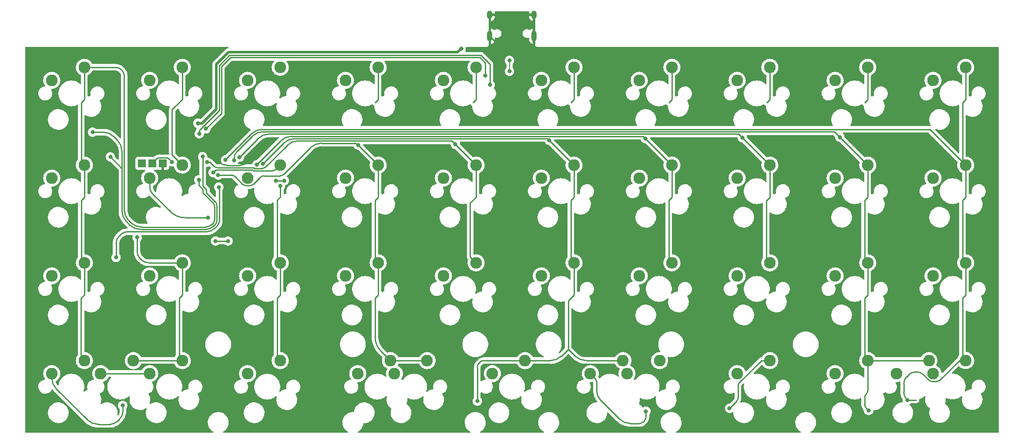
<source format=gbr>
%TF.GenerationSoftware,KiCad,Pcbnew,(6.99.0-222-g367431f825)*%
%TF.CreationDate,2022-01-13T14:33:26+01:00*%
%TF.ProjectId,Endeavour-2,456e6465-6176-46f7-9572-2d322e6b6963,rev?*%
%TF.SameCoordinates,Original*%
%TF.FileFunction,Copper,L1,Top*%
%TF.FilePolarity,Positive*%
%FSLAX46Y46*%
G04 Gerber Fmt 4.6, Leading zero omitted, Abs format (unit mm)*
G04 Created by KiCad (PCBNEW (6.99.0-222-g367431f825)) date 2022-01-13 14:33:26*
%MOMM*%
%LPD*%
G01*
G04 APERTURE LIST*
%TA.AperFunction,ComponentPad*%
%ADD10C,2.286000*%
%TD*%
%TA.AperFunction,ComponentPad*%
%ADD11O,1.000000X1.600000*%
%TD*%
%TA.AperFunction,ComponentPad*%
%ADD12O,1.000000X2.100000*%
%TD*%
%TA.AperFunction,ComponentPad*%
%ADD13C,1.524000*%
%TD*%
%TA.AperFunction,SMDPad,CuDef*%
%ADD14R,1.524000X1.524000*%
%TD*%
%TA.AperFunction,ViaPad*%
%ADD15C,0.800000*%
%TD*%
%TA.AperFunction,Conductor*%
%ADD16C,0.250000*%
%TD*%
%TA.AperFunction,Conductor*%
%ADD17C,0.500000*%
%TD*%
%TA.AperFunction,Conductor*%
%ADD18C,0.200000*%
%TD*%
G04 APERTURE END LIST*
D10*
%TO.P,K0,1*%
%TO.N,col0*%
X63530000Y-30250000D03*
%TO.P,K0,2*%
%TO.N,Net-(D0-A)*%
X57180000Y-32790000D03*
%TD*%
%TO.P,K1,1*%
%TO.N,col1*%
X82580000Y-30250000D03*
%TO.P,K1,2*%
%TO.N,Net-(D1-A)*%
X76230000Y-32790000D03*
%TD*%
%TO.P,K2,1*%
%TO.N,col2*%
X101630000Y-30250000D03*
%TO.P,K2,2*%
%TO.N,Net-(D2-A)*%
X95280000Y-32790000D03*
%TD*%
%TO.P,K3,1*%
%TO.N,col3*%
X120680000Y-30250000D03*
%TO.P,K3,2*%
%TO.N,Net-(D3-A)*%
X114330000Y-32790000D03*
%TD*%
%TO.P,K4,1*%
%TO.N,col4*%
X139730000Y-30250000D03*
%TO.P,K4,2*%
%TO.N,Net-(D4-A)*%
X133380000Y-32790000D03*
%TD*%
%TO.P,K6,1*%
%TO.N,col6*%
X177830000Y-30250000D03*
%TO.P,K6,2*%
%TO.N,Net-(D6-A)*%
X171480000Y-32790000D03*
%TD*%
%TO.P,K7,1*%
%TO.N,col7*%
X196880000Y-30250000D03*
%TO.P,K7,2*%
%TO.N,Net-(D7-A)*%
X190530000Y-32790000D03*
%TD*%
%TO.P,K8,1*%
%TO.N,col8*%
X215930000Y-30250000D03*
%TO.P,K8,2*%
%TO.N,Net-(D8-A)*%
X209580000Y-32790000D03*
%TD*%
%TO.P,K9,1*%
%TO.N,col9*%
X234980000Y-30250000D03*
%TO.P,K9,2*%
%TO.N,Net-(D9-A)*%
X228630000Y-32790000D03*
%TD*%
%TO.P,K10,1*%
%TO.N,col0*%
X63530000Y-49300000D03*
%TO.P,K10,2*%
%TO.N,Net-(D10-A)*%
X57180000Y-51840000D03*
%TD*%
%TO.P,K11,1*%
%TO.N,col1*%
X82580000Y-49300000D03*
%TO.P,K11,2*%
%TO.N,Net-(D11-A)*%
X76230000Y-51840000D03*
%TD*%
%TO.P,K12,1*%
%TO.N,col2*%
X101630000Y-49300000D03*
%TO.P,K12,2*%
%TO.N,Net-(D12-A)*%
X95280000Y-51840000D03*
%TD*%
%TO.P,K13,1*%
%TO.N,col3*%
X120680000Y-49300000D03*
%TO.P,K13,2*%
%TO.N,Net-(D13-A)*%
X114330000Y-51840000D03*
%TD*%
%TO.P,K14,1*%
%TO.N,col4*%
X139730000Y-49300000D03*
%TO.P,K14,2*%
%TO.N,Net-(D14-A)*%
X133380000Y-51840000D03*
%TD*%
%TO.P,K15,1*%
%TO.N,col5*%
X158780000Y-49300000D03*
%TO.P,K15,2*%
%TO.N,Net-(D15-A)*%
X152430000Y-51840000D03*
%TD*%
%TO.P,K16,1*%
%TO.N,col6*%
X177830000Y-49300000D03*
%TO.P,K16,2*%
%TO.N,Net-(D16-A)*%
X171480000Y-51840000D03*
%TD*%
%TO.P,K17,1*%
%TO.N,col7*%
X196880000Y-49300000D03*
%TO.P,K17,2*%
%TO.N,Net-(D17-A)*%
X190530000Y-51840000D03*
%TD*%
%TO.P,K18,1*%
%TO.N,col8*%
X215930000Y-49300000D03*
%TO.P,K18,2*%
%TO.N,Net-(D18-A)*%
X209580000Y-51840000D03*
%TD*%
%TO.P,K19,1*%
%TO.N,col9*%
X234980000Y-49300000D03*
%TO.P,K19,2*%
%TO.N,Net-(D19-A)*%
X228630000Y-51840000D03*
%TD*%
%TO.P,K20,1*%
%TO.N,col0*%
X63530000Y-68350000D03*
%TO.P,K20,2*%
%TO.N,Net-(D20-A)*%
X57180000Y-70890000D03*
%TD*%
%TO.P,K21,1*%
%TO.N,col1*%
X82580000Y-68350000D03*
%TO.P,K21,2*%
%TO.N,Net-(D21-A)*%
X76230000Y-70890000D03*
%TD*%
%TO.P,K22,1*%
%TO.N,col2*%
X101630000Y-68350000D03*
%TO.P,K22,2*%
%TO.N,Net-(D22-A)*%
X95280000Y-70890000D03*
%TD*%
%TO.P,K23,1*%
%TO.N,col3*%
X120680000Y-68350000D03*
%TO.P,K23,2*%
%TO.N,Net-(D23-A)*%
X114330000Y-70890000D03*
%TD*%
%TO.P,K24,1*%
%TO.N,col4*%
X139730000Y-68350000D03*
%TO.P,K24,2*%
%TO.N,Net-(D24-A)*%
X133380000Y-70890000D03*
%TD*%
%TO.P,K25,1*%
%TO.N,col5*%
X158780000Y-68350000D03*
%TO.P,K25,2*%
%TO.N,Net-(D25-A)*%
X152430000Y-70890000D03*
%TD*%
%TO.P,K26,1*%
%TO.N,col6*%
X177830000Y-68350000D03*
%TO.P,K26,2*%
%TO.N,Net-(D26-A)*%
X171480000Y-70890000D03*
%TD*%
%TO.P,K27,1*%
%TO.N,col7*%
X196880000Y-68350000D03*
%TO.P,K27,2*%
%TO.N,Net-(D27-A)*%
X190530000Y-70890000D03*
%TD*%
%TO.P,K28,1*%
%TO.N,col8*%
X215930000Y-68350000D03*
%TO.P,K28,2*%
%TO.N,Net-(D28-A)*%
X209580000Y-70890000D03*
%TD*%
%TO.P,K29,1*%
%TO.N,col9*%
X234980000Y-68350000D03*
%TO.P,K29,2*%
%TO.N,Net-(D29-A)*%
X228630000Y-70890000D03*
%TD*%
%TO.P,1u1,1*%
%TO.N,col0*%
X63530000Y-87400000D03*
%TO.P,1u1,2*%
%TO.N,Net-(D30-A)*%
X57180000Y-89940000D03*
%TD*%
%TO.P,1u2,1*%
%TO.N,col1*%
X82580000Y-87400000D03*
%TO.P,1u2,2*%
%TO.N,Net-(D31-A)*%
X76230000Y-89940000D03*
%TD*%
%TO.P,1u3,1*%
%TO.N,col2*%
X101630000Y-87400000D03*
%TO.P,1u3,2*%
%TO.N,Net-(D32-A)*%
X95280000Y-89940000D03*
%TD*%
%TO.P,1u4,1*%
%TO.N,col3*%
X130205000Y-87400000D03*
%TO.P,1u4,2*%
%TO.N,Net-(D33-A)*%
X123855000Y-89940000D03*
%TD*%
%TO.P,1u5,1*%
%TO.N,col5*%
X168305000Y-87400000D03*
%TO.P,1u5,2*%
%TO.N,Net-(D35-A)*%
X161955000Y-89940000D03*
%TD*%
%TO.P,1u6,1*%
%TO.N,col7*%
X196880000Y-87400000D03*
%TO.P,1u6,2*%
%TO.N,Net-(D37-A)*%
X190530000Y-89940000D03*
%TD*%
%TO.P,1u7,1*%
%TO.N,col8*%
X215930000Y-87400000D03*
%TO.P,1u7,2*%
%TO.N,Net-(D38-A)*%
X209580000Y-89940000D03*
%TD*%
%TO.P,1u8,1*%
%TO.N,col9*%
X234980000Y-87380000D03*
%TO.P,1u8,2*%
%TO.N,Net-(D39-A)*%
X228630000Y-89920000D03*
%TD*%
%TO.P,K5,1*%
%TO.N,col5*%
X158780000Y-30250000D03*
%TO.P,K5,2*%
%TO.N,Net-(D5-A)*%
X152430000Y-32790000D03*
%TD*%
%TO.P,SPACE1,1*%
%TO.N,col5*%
X149255000Y-87400000D03*
%TO.P,SPACE1,2*%
%TO.N,Net-(D35-A)*%
X142905000Y-89940000D03*
%TD*%
%TO.P,1.5u1,1*%
%TO.N,col3*%
X123061250Y-87400000D03*
%TO.P,1.5u1,2*%
%TO.N,Net-(D33-A)*%
X116711250Y-89940000D03*
%TD*%
%TO.P,1.5u2,1*%
%TO.N,col6*%
X175448750Y-87400000D03*
%TO.P,1.5u2,2*%
%TO.N,Net-(D36-A)*%
X169098750Y-89940000D03*
%TD*%
%TO.P,1u_space2,1*%
%TO.N,col8*%
X227836250Y-87400000D03*
%TO.P,1u_space2,2*%
%TO.N,Net-(D38-A)*%
X221486250Y-89940000D03*
%TD*%
%TO.P,1u_space1,1*%
%TO.N,col1*%
X73055000Y-87400000D03*
%TO.P,1u_space1,2*%
%TO.N,Net-(D31-A)*%
X66705000Y-89940000D03*
%TD*%
D11*
%TO.P,J1,S1,SHIELD*%
%TO.N,GND*%
X142395000Y-19992500D03*
D12*
X142395000Y-24172500D03*
D11*
X151035000Y-19992500D03*
D12*
X151035000Y-24172500D03*
%TD*%
D13*
%TO.P,JP1,1,A*%
%TO.N,+5*%
X74725000Y-48939000D03*
D14*
X74735000Y-48949000D03*
D13*
%TO.P,JP1,2,C*%
%TO.N,LED-CTRL*%
X76725000Y-48939000D03*
D14*
X76735000Y-48949000D03*
%TO.P,JP1,3,B*%
%TO.N,GND*%
X78735000Y-48949000D03*
D13*
X78735000Y-48959000D03*
%TD*%
D15*
%TO.N,GND*%
X81930000Y-46000000D03*
X148610000Y-73350000D03*
X212420000Y-43800000D03*
X129640000Y-73360000D03*
X208890000Y-75040000D03*
X110730000Y-73330000D03*
X224280000Y-73510000D03*
X150770000Y-26340000D03*
X90850000Y-45070000D03*
X207600000Y-80530000D03*
X87750000Y-46090000D03*
X98720000Y-45290000D03*
X71600000Y-73530000D03*
%TO.N,Net-(D30-A)*%
X70980000Y-96120000D03*
%TO.N,+5*%
X136830000Y-26610000D03*
X85607107Y-41142893D03*
%TO.N,Net-(D35-A)*%
X172790000Y-97270000D03*
%TO.N,row1*%
X89040000Y-64100000D03*
X91470000Y-64100000D03*
%TO.N,Net-(D11-A)*%
X87600000Y-59550000D03*
%TO.N,Net-(D12-A)*%
X102420000Y-52320000D03*
X100800000Y-52320000D03*
%TO.N,row3*%
X69690000Y-67280000D03*
X89680000Y-53590000D03*
%TO.N,D-*%
X146230000Y-28910000D03*
X146230000Y-31020000D03*
%TO.N,col0*%
X85770000Y-52190000D03*
%TO.N,col1*%
X73790000Y-63380000D03*
%TO.N,col2*%
X101650000Y-53380000D03*
X88575000Y-50755000D03*
%TO.N,col3*%
X116795000Y-45415000D03*
X89560000Y-51240000D03*
%TO.N,col4*%
X87370000Y-48720000D03*
X135700000Y-45270000D03*
%TO.N,col5*%
X139980000Y-95290000D03*
X98280000Y-49050000D03*
X153935000Y-44455000D03*
%TO.N,col6*%
X97070000Y-49230000D03*
X172680000Y-44150000D03*
%TO.N,col7*%
X93700000Y-47750000D03*
X189050000Y-96700000D03*
X191540000Y-43960000D03*
%TO.N,col8*%
X216100000Y-97120000D03*
X92660000Y-48400000D03*
X210500000Y-43850000D03*
%TO.N,col9*%
X90985000Y-48295000D03*
X223640000Y-95090000D03*
%TO.N,Net-(U1-D-)*%
X87190000Y-42220000D03*
X141520000Y-31890000D03*
%TO.N,Net-(U1-D+)*%
X142440000Y-33670000D03*
X85880000Y-43200000D03*
%TO.N,Net-(U1-PC1/~{RESET})*%
X65120000Y-42880000D03*
X68580000Y-47700000D03*
X86540000Y-47640000D03*
%TO.N,LED-CTRL*%
X80565000Y-48685000D03*
%TD*%
D16*
%TO.N,GND*%
X150770000Y-26340000D02*
X150850000Y-26340000D01*
X87750000Y-46090000D02*
X82020000Y-46090000D01*
X144562500Y-26340000D02*
X150770000Y-26340000D01*
X150850000Y-26340000D02*
X151974214Y-27464214D01*
X89814213Y-48759204D02*
X88042893Y-46987884D01*
X82020000Y-46090000D02*
X81930000Y-46000000D01*
X90850000Y-45070000D02*
X90415786Y-45504214D01*
X142395000Y-24172500D02*
X144562500Y-26340000D01*
X89001573Y-46090000D02*
X87750000Y-46090000D01*
X93836582Y-49344991D02*
X91228427Y-49344991D01*
X98720000Y-45290000D02*
X95250795Y-48759205D01*
X152560000Y-28878427D02*
X152560000Y-29480000D01*
X87750000Y-46280777D02*
X87750000Y-46090000D01*
X90415786Y-45504214D02*
G75*
G02*
X89001573Y-46090000I-1414213J1414214D01*
G01*
X151974214Y-27464214D02*
G75*
G02*
X152560000Y-28878427I-1414214J-1414213D01*
G01*
X87750001Y-46280777D02*
G75*
G03*
X88042894Y-46987883I999993J-3D01*
G01*
X89814213Y-48759204D02*
G75*
G03*
X91228427Y-49344991I1414214J1414213D01*
G01*
X93836582Y-49344990D02*
G75*
G03*
X95250794Y-48759204I0J1999999D01*
G01*
%TO.N,Net-(D30-A)*%
X68501573Y-99830000D02*
X66233187Y-99830000D01*
X71010000Y-97321573D02*
X71010000Y-96150000D01*
X69915787Y-99244213D02*
X70424214Y-98735786D01*
X58058680Y-92898134D02*
X64111867Y-98951321D01*
X71010000Y-96150000D02*
X70980000Y-96120000D01*
X57180000Y-89940000D02*
X57180000Y-90776813D01*
X57180001Y-90776813D02*
G75*
G03*
X58058681Y-92898133I2999993J-3D01*
G01*
X68501573Y-99829999D02*
G75*
G03*
X69915786Y-99244212I0J1999999D01*
G01*
X71009999Y-97321573D02*
G75*
G02*
X70424213Y-98735785I-1999999J0D01*
G01*
X66233187Y-99830000D02*
G75*
G02*
X64111867Y-98951321I-1J2999998D01*
G01*
D17*
%TO.N,+5*%
X91810000Y-27305961D02*
X133854039Y-27305961D01*
X136134039Y-27305961D02*
X136830000Y-26610000D01*
X135735961Y-27305961D02*
X136134039Y-27305961D01*
X88986446Y-38586446D02*
X89165960Y-38406932D01*
X89165960Y-29665828D02*
X91525827Y-27305961D01*
X89165960Y-33130000D02*
X89165960Y-29665828D01*
X91525827Y-27305961D02*
X91810000Y-27305961D01*
X89165960Y-38406932D02*
X89165960Y-33130000D01*
X86429999Y-41142893D02*
X88986446Y-38586446D01*
X133854039Y-27305961D02*
X135735961Y-27305961D01*
X85607107Y-41142893D02*
X86429999Y-41142893D01*
D16*
%TO.N,Net-(D31-A)*%
X76230000Y-89940000D02*
X66705000Y-89940000D01*
%TO.N,Net-(D35-A)*%
X167591320Y-98771320D02*
X164038679Y-95218679D01*
X163160000Y-93097359D02*
X163160000Y-91559214D01*
X172790000Y-97270000D02*
X172790000Y-98375786D01*
X162867107Y-90852107D02*
X161955000Y-89940000D01*
X171515786Y-99650000D02*
X169712641Y-99650000D01*
X172497107Y-99082893D02*
X172222893Y-99357107D01*
X167591320Y-98771320D02*
G75*
G03*
X169712641Y-99650000I2121323J2121325D01*
G01*
X171515786Y-99649999D02*
G75*
G03*
X172222892Y-99357106I3J999993D01*
G01*
X163160000Y-93097359D02*
G75*
G03*
X164038679Y-95218679I2999998J-1D01*
G01*
X172789999Y-98375786D02*
G75*
G02*
X172497106Y-99082892I-999993J-3D01*
G01*
X162867107Y-90852107D02*
G75*
G02*
X163160000Y-91559214I-707106J-707106D01*
G01*
%TO.N,row1*%
X91470000Y-64100000D02*
X89040000Y-64100000D01*
%TO.N,Net-(D11-A)*%
X83086854Y-59550000D02*
X87600000Y-59550000D01*
X76815787Y-54935787D02*
X80258427Y-58378427D01*
X76230000Y-51840000D02*
X76230000Y-53521573D01*
X80258427Y-58378427D02*
G75*
G03*
X83086854Y-59550000I2828427J2828426D01*
G01*
X76230001Y-53521573D02*
G75*
G03*
X76815788Y-54935786I1999999J0D01*
G01*
%TO.N,Net-(D12-A)*%
X100800000Y-52320000D02*
X102420000Y-52320000D01*
%TO.N,row3*%
X89750960Y-60332048D02*
X89750960Y-53660960D01*
X89750960Y-53660960D02*
X89680000Y-53590000D01*
X88803969Y-61693253D02*
X89458067Y-61039155D01*
X87389755Y-62279040D02*
X71969387Y-62279040D01*
X69690000Y-64558427D02*
X69690000Y-67280000D01*
X70555173Y-62864827D02*
X70275786Y-63144214D01*
X87389755Y-62279039D02*
G75*
G03*
X88803968Y-61693252I0J1999999D01*
G01*
X69690001Y-64558427D02*
G75*
G02*
X70275787Y-63144215I1999999J0D01*
G01*
X71969387Y-62279041D02*
G75*
G03*
X70555174Y-62864828I0J-1999999D01*
G01*
X89750959Y-60332048D02*
G75*
G02*
X89458066Y-61039154I-999993J-3D01*
G01*
D18*
%TO.N,D-*%
X146230000Y-31020000D02*
X146230000Y-28910000D01*
D16*
%TO.N,col0*%
X62875000Y-86745000D02*
X63530000Y-87400000D01*
X86602893Y-54047650D02*
X86602893Y-54698610D01*
X88559027Y-60666759D02*
X88431572Y-60794214D01*
X85770000Y-52190000D02*
X85770000Y-53214757D01*
X62925479Y-56143547D02*
X62925479Y-67745479D01*
X62925479Y-37093547D02*
X62925479Y-48695479D01*
X63530000Y-74589026D02*
X62875000Y-75244026D01*
X62925479Y-67745479D02*
X63530000Y-68350000D01*
X88851920Y-57361851D02*
X88851920Y-59959652D01*
X87017359Y-61380000D02*
X74652641Y-61380000D01*
X62875000Y-75244026D02*
X62875000Y-86745000D01*
X62925479Y-48695479D02*
X63530000Y-49300000D01*
X70840660Y-30830660D02*
X70699340Y-30689340D01*
X85770000Y-53214757D02*
X86602893Y-54047650D01*
X71280000Y-58007359D02*
X71280000Y-31891320D01*
X63530000Y-30250000D02*
X63530000Y-36489026D01*
X69638680Y-30250000D02*
X63530000Y-30250000D01*
X63530000Y-68350000D02*
X63530000Y-74589026D01*
X63530000Y-36489026D02*
X62925479Y-37093547D01*
X63530000Y-49300000D02*
X63530000Y-55539026D01*
X86602893Y-54698610D02*
X88559027Y-56654744D01*
X63530000Y-55539026D02*
X62925479Y-56143547D01*
X72531320Y-60501320D02*
X72158679Y-60128679D01*
X87017359Y-61379999D02*
G75*
G03*
X88431571Y-60794213I0J1999999D01*
G01*
X88851919Y-57361851D02*
G75*
G03*
X88559026Y-56654745I-999993J3D01*
G01*
X72531320Y-60501320D02*
G75*
G03*
X74652641Y-61380000I2121318J2121314D01*
G01*
X70840660Y-30830660D02*
G75*
G02*
X71280000Y-31891320I-1060662J-1060661D01*
G01*
X69638680Y-30250001D02*
G75*
G02*
X70699339Y-30689341I-1J-1500001D01*
G01*
X88851919Y-59959652D02*
G75*
G02*
X88559026Y-60666758I-999993J-3D01*
G01*
X71280000Y-58007359D02*
G75*
G03*
X72158679Y-60128679I2999998J-1D01*
G01*
%TO.N,col1*%
X82580000Y-36489026D02*
X80904513Y-38164513D01*
X81975479Y-75193547D02*
X81975479Y-86795479D01*
X82580000Y-30250000D02*
X82580000Y-36489026D01*
X81975479Y-86795479D02*
X82580000Y-87400000D01*
X80580000Y-47300000D02*
X82580000Y-49300000D01*
X74614213Y-67764213D02*
X74365786Y-67515786D01*
X82580000Y-68350000D02*
X82580000Y-74589026D01*
X73780000Y-63390000D02*
X73790000Y-63380000D01*
X82580000Y-68350000D02*
X76028427Y-68350000D01*
X80580000Y-47300000D02*
X80580000Y-38489026D01*
X82580000Y-87400000D02*
X73055000Y-87400000D01*
X80580000Y-38489026D02*
X80904513Y-38164513D01*
X73780000Y-66101573D02*
X73780000Y-63390000D01*
X82580000Y-74589026D02*
X81975479Y-75193547D01*
X73780001Y-66101573D02*
G75*
G03*
X74365787Y-67515785I1999999J0D01*
G01*
X76028427Y-68349999D02*
G75*
G02*
X74614214Y-67764212I0J1999999D01*
G01*
%TO.N,col2*%
X101650000Y-53380000D02*
X101650000Y-55519026D01*
X101630000Y-74589026D02*
X101025479Y-75193547D01*
X89085969Y-50244031D02*
X96258313Y-50244031D01*
X101025479Y-75193547D02*
X101025479Y-86795479D01*
X100812893Y-50117107D02*
X101630000Y-49300000D01*
X101025479Y-56143547D02*
X101025479Y-67745479D01*
X101025479Y-67745479D02*
X101630000Y-68350000D01*
X101025479Y-86795479D02*
X101630000Y-87400000D01*
X88575000Y-50755000D02*
X89085969Y-50244031D01*
X96424282Y-50410000D02*
X100105786Y-50410000D01*
X101650000Y-55519026D02*
X101025479Y-56143547D01*
X101630000Y-68350000D02*
X101630000Y-74589026D01*
X96258313Y-50244031D02*
X96424282Y-50410000D01*
X100105786Y-50409999D02*
G75*
G03*
X100812892Y-50117106I3J999993D01*
G01*
%TO.N,col3*%
X120680000Y-68350000D02*
X120680000Y-74589026D01*
X120680000Y-36489026D02*
X120075479Y-37093547D01*
X94304618Y-53014618D02*
X92822893Y-51532893D01*
X101585786Y-51400000D02*
X98454214Y-51400000D01*
X95718275Y-53307511D02*
X95011725Y-53307511D01*
X121247052Y-85585802D02*
X123061250Y-87400000D01*
X123061250Y-87400000D02*
X130205000Y-87400000D01*
X107484200Y-45915800D02*
X102292893Y-51107107D01*
X120680000Y-55539026D02*
X120075479Y-56143547D01*
X92115786Y-51240000D02*
X89560000Y-51240000D01*
X120680000Y-49300000D02*
X116795000Y-45415000D01*
X120075479Y-56143547D02*
X120075479Y-67745479D01*
X120680000Y-74589026D02*
X120075479Y-75193547D01*
X120075479Y-75193547D02*
X120075479Y-82757375D01*
X116795000Y-45415000D02*
X116563566Y-45183566D01*
X120680000Y-30250000D02*
X120680000Y-36489026D01*
X120680000Y-49300000D02*
X120680000Y-55539026D01*
X116210013Y-45037120D02*
X109605521Y-45037120D01*
X120075479Y-67745479D02*
X120680000Y-68350000D01*
X97747107Y-51692893D02*
X96425382Y-53014618D01*
X120075479Y-82757375D02*
G75*
G03*
X121247052Y-85585802I3999999J0D01*
G01*
X101585786Y-51399999D02*
G75*
G03*
X102292892Y-51107106I3J999993D01*
G01*
X97747107Y-51692893D02*
G75*
G02*
X98454214Y-51400000I707104J-707101D01*
G01*
X95718275Y-53307510D02*
G75*
G03*
X96425381Y-53014617I3J999993D01*
G01*
X107484200Y-45915800D02*
G75*
G02*
X109605521Y-45037120I2121323J-2121325D01*
G01*
X92115786Y-51240001D02*
G75*
G02*
X92822892Y-51532894I3J-999993D01*
G01*
X94304618Y-53014618D02*
G75*
G03*
X95011725Y-53307511I707106J707106D01*
G01*
X116210013Y-45037121D02*
G75*
G02*
X116563566Y-45183566I0J-500001D01*
G01*
%TO.N,col4*%
X139730000Y-68350000D02*
X138587000Y-67207000D01*
X98071275Y-49954511D02*
X96604511Y-49954511D01*
X96444510Y-49794511D02*
X89418725Y-49794511D01*
X88711618Y-49501618D02*
X87930000Y-48720000D01*
X139730000Y-36489026D02*
X139125479Y-37093547D01*
X135017600Y-44587600D02*
X105095041Y-44587600D01*
X139730000Y-49300000D02*
X135700000Y-45270000D01*
X139730000Y-55539026D02*
X139730000Y-49300000D01*
X138587000Y-56682026D02*
X139730000Y-55539026D01*
X87930000Y-48720000D02*
X87370000Y-48720000D01*
X102973720Y-45466280D02*
X98778382Y-49661618D01*
X96604511Y-49954511D02*
X96444510Y-49794511D01*
X138587000Y-67207000D02*
X138587000Y-56682026D01*
X139730000Y-30250000D02*
X139730000Y-36489026D01*
X139125479Y-48695479D02*
X139730000Y-49300000D01*
X135700000Y-45270000D02*
X135017600Y-44587600D01*
X105095041Y-44587601D02*
G75*
G03*
X102973721Y-45466281I-3J-2999993D01*
G01*
X98071275Y-49954510D02*
G75*
G03*
X98778381Y-49661617I1J999998D01*
G01*
X88711618Y-49501618D02*
G75*
G03*
X89418725Y-49794511I707106J707106D01*
G01*
%TO.N,col5*%
X149255000Y-87400000D02*
X141224214Y-87400000D01*
X98280000Y-49050000D02*
X98280000Y-48750000D01*
X140517107Y-87692893D02*
X140272893Y-87937107D01*
X158780000Y-68350000D02*
X158780000Y-74589026D01*
X149255000Y-87400000D02*
X154207359Y-87400000D01*
X158780000Y-49300000D02*
X153935000Y-44455000D01*
X158780000Y-30250000D02*
X158780000Y-36489026D01*
X158780000Y-36489026D02*
X158175479Y-37093547D01*
X158780000Y-74589026D02*
X157675000Y-75694026D01*
X158150000Y-67720000D02*
X158780000Y-68350000D01*
X98280000Y-49050000D02*
X102313241Y-45016759D01*
X157675000Y-85175000D02*
X159021321Y-86521321D01*
X158150000Y-56169026D02*
X158150000Y-67720000D01*
X156328680Y-86521320D02*
X157675000Y-85175000D01*
X139980000Y-95290000D02*
X140010000Y-95320000D01*
X161142641Y-87400000D02*
X168305000Y-87400000D01*
X139980000Y-88644214D02*
X139980000Y-95290000D01*
X104434561Y-44138080D02*
X153618080Y-44138080D01*
X153618080Y-44138080D02*
X153935000Y-44455000D01*
X158780000Y-49300000D02*
X158780000Y-55539026D01*
X157675000Y-75694026D02*
X157675000Y-85175000D01*
X158780000Y-55539026D02*
X158150000Y-56169026D01*
X140272893Y-87937107D02*
G75*
G03*
X139980000Y-88644214I707106J-707106D01*
G01*
X140517107Y-87692893D02*
G75*
G02*
X141224214Y-87400000I707106J-707106D01*
G01*
X104434561Y-44138080D02*
G75*
G03*
X102313241Y-45016759I-1J-2999998D01*
G01*
X161142641Y-87400000D02*
G75*
G02*
X159021321Y-86521321I-1J2999998D01*
G01*
X156328680Y-86521320D02*
G75*
G02*
X154207359Y-87400000I-2121323J2121325D01*
G01*
%TO.N,col6*%
X172680000Y-44150000D02*
X177830000Y-49300000D01*
X177225479Y-56143547D02*
X177225479Y-67745479D01*
X172218560Y-43688560D02*
X103854081Y-43688560D01*
X177225479Y-67745479D02*
X177830000Y-68350000D01*
X172680000Y-44150000D02*
X172218560Y-43688560D01*
X101732760Y-44567240D02*
X97070000Y-49230000D01*
X177830000Y-36489026D02*
X177225479Y-37093547D01*
X177830000Y-30250000D02*
X177830000Y-36489026D01*
X177830000Y-49300000D02*
X177830000Y-55539026D01*
X177830000Y-55539026D02*
X177225479Y-56143547D01*
X101732760Y-44567240D02*
G75*
G02*
X103854081Y-43688560I2121323J-2121325D01*
G01*
%TO.N,col7*%
X190407107Y-95342893D02*
X189050000Y-96700000D01*
X190819040Y-43239040D02*
X99453601Y-43239040D01*
X196880000Y-55539026D02*
X196175000Y-56244026D01*
X196175000Y-67645000D02*
X196880000Y-68350000D01*
X190700000Y-92377768D02*
X190700000Y-93900000D01*
X196880000Y-87400000D02*
X195263554Y-87400000D01*
X196175000Y-56244026D02*
X196175000Y-67645000D01*
X196880000Y-49300000D02*
X196880000Y-55539026D01*
X196880000Y-30250000D02*
X196880000Y-36489026D01*
X196880000Y-49300000D02*
X191540000Y-43960000D01*
X191540000Y-43960000D02*
X190819040Y-43239040D01*
X196880000Y-36489026D02*
X196275479Y-37093547D01*
X195263554Y-87400000D02*
X190992893Y-91670661D01*
X97332280Y-44117720D02*
X93700000Y-47750000D01*
X190700000Y-93900000D02*
X190700000Y-94635786D01*
X99453601Y-43239041D02*
G75*
G03*
X97332281Y-44117721I-3J-2999993D01*
G01*
X190700001Y-92377768D02*
G75*
G02*
X190992894Y-91670662I999993J3D01*
G01*
X190699999Y-94635786D02*
G75*
G02*
X190407106Y-95342892I-999993J-3D01*
G01*
%TO.N,col8*%
X215930000Y-55539026D02*
X215325479Y-56143547D01*
X209419520Y-42789520D02*
X215930000Y-49300000D01*
X227836250Y-87400000D02*
X215930000Y-87400000D01*
X215325479Y-86795479D02*
X215325479Y-75193547D01*
X215930000Y-30250000D02*
X215930000Y-36489026D01*
X215930000Y-68350000D02*
X215930000Y-74589026D01*
X92660000Y-48400000D02*
X92660000Y-48024145D01*
X93245787Y-46609931D02*
X96187519Y-43668199D01*
X216100000Y-97120000D02*
X215618372Y-96638372D01*
X215930000Y-87400000D02*
X215325479Y-86795479D01*
X98308839Y-42789520D02*
X209419520Y-42789520D01*
X215930000Y-87400000D02*
X215930000Y-93224812D01*
X215325479Y-95931265D02*
X215325479Y-94657761D01*
X215325479Y-56143547D02*
X215325479Y-67745479D01*
X215930000Y-36489026D02*
X215325479Y-37093547D01*
X215325479Y-75193547D02*
X215930000Y-74589026D01*
X215930000Y-49300000D02*
X215930000Y-55539026D01*
X215325479Y-67745479D02*
X215930000Y-68350000D01*
X215618372Y-93950654D02*
X215637107Y-93931919D01*
X215325480Y-95931265D02*
G75*
G03*
X215618373Y-96638371I999993J-3D01*
G01*
X215637107Y-93931919D02*
G75*
G03*
X215930000Y-93224812I-707106J707106D01*
G01*
X215325480Y-94657761D02*
G75*
G02*
X215618373Y-93950655I999993J3D01*
G01*
X96187519Y-43668199D02*
G75*
G02*
X98308839Y-42789520I2121319J-2121319D01*
G01*
X93245787Y-46609931D02*
G75*
G03*
X92660000Y-48024145I1414213J-1414214D01*
G01*
%TO.N,col9*%
X98122641Y-42340000D02*
X228020000Y-42340000D01*
X222927829Y-91950598D02*
X222927829Y-93549402D01*
X90985000Y-48295000D02*
X90985000Y-48235000D01*
X234375479Y-86775479D02*
X234980000Y-87380000D01*
X223874213Y-90175787D02*
X223513615Y-90536385D01*
X234980000Y-74589026D02*
X234375479Y-75193547D01*
X234375479Y-75193547D02*
X234375479Y-86775479D01*
X234225000Y-67595000D02*
X234980000Y-68350000D01*
X227797107Y-91167107D02*
X226805786Y-90175786D01*
X234980000Y-87380000D02*
X233770000Y-87380000D01*
X223640000Y-95090000D02*
X225310000Y-95090000D01*
X228020000Y-42340000D02*
X234980000Y-49300000D01*
X229275786Y-91460000D02*
X228504214Y-91460000D01*
X225391573Y-89590000D02*
X225288427Y-89590000D01*
X233770000Y-87380000D02*
X229982893Y-91167107D01*
X234980000Y-55539026D02*
X234375479Y-56143547D01*
X234375479Y-48695479D02*
X234980000Y-49300000D01*
X234980000Y-49300000D02*
X234980000Y-55539026D01*
X234375479Y-67745479D02*
X234980000Y-68350000D01*
X234980000Y-30250000D02*
X234980000Y-36489026D01*
X234980000Y-36489026D02*
X234375479Y-37093547D01*
X90985000Y-48235000D02*
X96001320Y-43218680D01*
X234375479Y-56143547D02*
X234375479Y-67745479D01*
X234980000Y-68350000D02*
X234980000Y-74589026D01*
X223513616Y-94963616D02*
X223640000Y-95090000D01*
X234375479Y-37093547D02*
X234375479Y-48695479D01*
X222927830Y-93549402D02*
G75*
G03*
X223513617Y-94963615I1999999J0D01*
G01*
X229275786Y-91459999D02*
G75*
G03*
X229982892Y-91167106I3J999993D01*
G01*
X225288427Y-89590001D02*
G75*
G03*
X223874214Y-90175788I0J-1999999D01*
G01*
X98122641Y-42340000D02*
G75*
G03*
X96001320Y-43218680I2J-3000005D01*
G01*
X228504214Y-91459999D02*
G75*
G02*
X227797108Y-91167106I-3J999993D01*
G01*
X225391573Y-89590001D02*
G75*
G02*
X226805785Y-90175787I0J-1999999D01*
G01*
X222927830Y-91950598D02*
G75*
G02*
X223513616Y-90536386I1999999J0D01*
G01*
%TO.N,Net-(U1-D-)*%
X90190000Y-39220000D02*
X90190000Y-30090000D01*
X140460000Y-28330000D02*
X91950000Y-28330000D01*
X141520000Y-29390000D02*
X140460000Y-28330000D01*
X141520000Y-31890000D02*
X141520000Y-29390000D01*
X90190000Y-30090000D02*
X91950000Y-28330000D01*
X87190000Y-42220000D02*
X90190000Y-39220000D01*
%TO.N,Net-(U1-D+)*%
X85880000Y-43200000D02*
X85880000Y-42505386D01*
X140646197Y-27880480D02*
X94019520Y-27880480D01*
X91763802Y-27880480D02*
X94019520Y-27880480D01*
X89740480Y-29903802D02*
X91763802Y-27880480D01*
X142440000Y-29674282D02*
X140646197Y-27880480D01*
X85880000Y-42505386D02*
X89740480Y-38644906D01*
X142440000Y-33670000D02*
X142440000Y-29674282D01*
X89740480Y-38644906D02*
X89740480Y-29903802D01*
%TO.N,Net-(U1-PC1/~{RESET})*%
X86540000Y-47640000D02*
X86540000Y-53349039D01*
X70830480Y-58217839D02*
X70830480Y-51310480D01*
X89301440Y-57175654D02*
X89301440Y-60145850D01*
X86540000Y-53349039D02*
X87270000Y-54079039D01*
X72320840Y-60950840D02*
X71709159Y-60339159D01*
X67137359Y-42880000D02*
X65120000Y-42880000D01*
X87270000Y-54730000D02*
X89008547Y-56468547D01*
X69951800Y-44451800D02*
X69258679Y-43758679D01*
X70830480Y-51310480D02*
X70830480Y-46573121D01*
X87270000Y-54079039D02*
X87270000Y-54730000D01*
X89008547Y-60852957D02*
X88617770Y-61243734D01*
X87203557Y-61829520D02*
X74442161Y-61829520D01*
X70830480Y-51310480D02*
X70830480Y-49950480D01*
X70830480Y-49950480D02*
X68580000Y-47700000D01*
X70830480Y-58217839D02*
G75*
G03*
X71709159Y-60339159I2999998J-1D01*
G01*
X88617770Y-61243734D02*
G75*
G02*
X87203557Y-61829520I-1414213J1414214D01*
G01*
X89008547Y-60852957D02*
G75*
G03*
X89301440Y-60145850I-707106J707106D01*
G01*
X69951800Y-44451800D02*
G75*
G02*
X70830480Y-46573121I-2121314J-2121318D01*
G01*
X67137359Y-42880000D02*
G75*
G02*
X69258679Y-43758679I1J-2999998D01*
G01*
X72320840Y-60950840D02*
G75*
G03*
X74442161Y-61829520I2121323J2121325D01*
G01*
X89301439Y-57175654D02*
G75*
G03*
X89008546Y-56468548I-999993J3D01*
G01*
%TO.N,LED-CTRL*%
X78215725Y-47862489D02*
X79328275Y-47862489D01*
X80035382Y-48155382D02*
X80565000Y-48685000D01*
X76725000Y-48939000D02*
X77508618Y-48155382D01*
X80565000Y-48685000D02*
X80570000Y-48690000D01*
X77508618Y-48155382D02*
G75*
G02*
X78215725Y-47862489I707106J-707106D01*
G01*
X80035382Y-48155382D02*
G75*
G03*
X79328275Y-47862489I-707106J-707106D01*
G01*
%TD*%
%TA.AperFunction,Conductor*%
%TO.N,GND*%
G36*
X149998561Y-19318002D02*
G01*
X150045054Y-19371658D01*
X150055158Y-19441932D01*
X150050542Y-19462100D01*
X150046118Y-19476045D01*
X150043571Y-19488030D01*
X150027393Y-19632261D01*
X150027000Y-19639285D01*
X150027000Y-19720385D01*
X150031475Y-19735624D01*
X150032865Y-19736829D01*
X150040548Y-19738500D01*
X151096000Y-19738500D01*
X151164121Y-19758502D01*
X151210614Y-19812158D01*
X151222000Y-19864500D01*
X151222000Y-25781298D01*
X151221998Y-25782068D01*
X151221524Y-25859652D01*
X151223990Y-25868281D01*
X151223991Y-25868286D01*
X151229639Y-25888048D01*
X151233217Y-25904809D01*
X151236130Y-25925152D01*
X151236133Y-25925162D01*
X151237405Y-25934045D01*
X151248021Y-25957395D01*
X151254464Y-25974907D01*
X151261512Y-25999565D01*
X151277274Y-26024548D01*
X151285404Y-26039614D01*
X151297633Y-26066510D01*
X151314374Y-26085939D01*
X151325479Y-26100947D01*
X151339160Y-26122631D01*
X151345888Y-26128573D01*
X151361296Y-26142181D01*
X151373340Y-26154373D01*
X151392619Y-26176747D01*
X151400147Y-26181626D01*
X151400150Y-26181629D01*
X151414139Y-26190696D01*
X151429013Y-26201986D01*
X151448228Y-26218956D01*
X151456354Y-26222771D01*
X151456355Y-26222772D01*
X151462021Y-26225432D01*
X151474966Y-26231510D01*
X151489935Y-26239824D01*
X151514727Y-26255893D01*
X151531650Y-26260954D01*
X151539290Y-26263239D01*
X151556736Y-26269901D01*
X151579948Y-26280799D01*
X151609130Y-26285343D01*
X151625849Y-26289126D01*
X151645536Y-26295014D01*
X151645539Y-26295015D01*
X151654141Y-26297587D01*
X151663116Y-26297642D01*
X151663117Y-26297642D01*
X151669810Y-26297683D01*
X151688556Y-26297797D01*
X151689328Y-26297830D01*
X151690423Y-26298000D01*
X151721298Y-26298000D01*
X151722068Y-26298002D01*
X151795716Y-26298452D01*
X151795717Y-26298452D01*
X151799652Y-26298476D01*
X151800996Y-26298092D01*
X151802341Y-26298000D01*
X241326000Y-26298000D01*
X241394121Y-26318002D01*
X241440614Y-26371658D01*
X241452000Y-26424000D01*
X241452000Y-101346000D01*
X241431998Y-101414121D01*
X241378342Y-101460614D01*
X241326000Y-101472000D01*
X204925075Y-101472000D01*
X204856954Y-101451998D01*
X204810461Y-101398342D01*
X204800357Y-101328068D01*
X204829851Y-101263488D01*
X204865918Y-101234751D01*
X204944691Y-101192867D01*
X204948251Y-101190281D01*
X204948255Y-101190278D01*
X205171093Y-101028376D01*
X205171096Y-101028374D01*
X205174656Y-101025787D01*
X205270267Y-100933457D01*
X205375968Y-100831383D01*
X205375971Y-100831379D01*
X205379130Y-100828329D01*
X205554133Y-100604335D01*
X205633432Y-100466986D01*
X205694055Y-100361985D01*
X205694058Y-100361980D01*
X205696260Y-100358165D01*
X205697910Y-100354081D01*
X205697913Y-100354075D01*
X205801093Y-100098693D01*
X205801094Y-100098690D01*
X205802742Y-100094611D01*
X205816776Y-100038326D01*
X205852699Y-99894243D01*
X205871509Y-99818802D01*
X205878777Y-99749658D01*
X205900763Y-99540475D01*
X205900763Y-99540472D01*
X205901222Y-99536106D01*
X205901040Y-99530883D01*
X205891456Y-99256424D01*
X205891455Y-99256417D01*
X205891302Y-99252027D01*
X205890498Y-99247464D01*
X205845301Y-98991144D01*
X205841942Y-98972093D01*
X205840587Y-98967922D01*
X205840585Y-98967915D01*
X205755464Y-98705942D01*
X205754103Y-98701753D01*
X205748053Y-98689347D01*
X205693570Y-98577642D01*
X205629495Y-98446269D01*
X205627040Y-98442630D01*
X205627037Y-98442624D01*
X205473003Y-98214259D01*
X205472998Y-98214252D01*
X205470543Y-98210613D01*
X205369702Y-98098617D01*
X205283289Y-98002646D01*
X205283288Y-98002645D01*
X205280341Y-97999372D01*
X205062591Y-97816658D01*
X204821531Y-97666027D01*
X204637857Y-97584250D01*
X204565867Y-97552198D01*
X204565865Y-97552197D01*
X204561853Y-97550411D01*
X204376561Y-97497279D01*
X204350245Y-97489733D01*
X208837822Y-97489733D01*
X208837975Y-97494121D01*
X208837975Y-97494127D01*
X208847078Y-97754788D01*
X208847625Y-97770458D01*
X208848387Y-97774781D01*
X208848388Y-97774788D01*
X208872916Y-97913893D01*
X208896402Y-98047087D01*
X208983203Y-98314235D01*
X208985131Y-98318188D01*
X208985133Y-98318193D01*
X209029407Y-98408967D01*
X209106340Y-98566702D01*
X209108795Y-98570341D01*
X209108798Y-98570347D01*
X209175575Y-98669347D01*
X209263415Y-98799576D01*
X209266360Y-98802847D01*
X209266361Y-98802848D01*
X209290521Y-98829680D01*
X209451371Y-99008322D01*
X209666550Y-99188879D01*
X209904764Y-99337731D01*
X210084624Y-99417810D01*
X210119177Y-99433194D01*
X210161375Y-99451982D01*
X210165603Y-99453194D01*
X210165602Y-99453194D01*
X210400150Y-99520449D01*
X210431390Y-99529407D01*
X210435740Y-99530018D01*
X210435743Y-99530019D01*
X210510143Y-99540475D01*
X210709552Y-99568500D01*
X210920146Y-99568500D01*
X210922332Y-99568347D01*
X210922336Y-99568347D01*
X211125827Y-99554118D01*
X211125832Y-99554117D01*
X211130212Y-99553811D01*
X211404970Y-99495409D01*
X211409099Y-99493906D01*
X211409103Y-99493905D01*
X211664781Y-99400846D01*
X211664785Y-99400844D01*
X211668926Y-99399337D01*
X211916942Y-99267464D01*
X211920503Y-99264877D01*
X212140629Y-99104947D01*
X212140632Y-99104944D01*
X212144192Y-99102358D01*
X212168070Y-99079300D01*
X212251912Y-98998334D01*
X212346252Y-98907231D01*
X212491135Y-98721788D01*
X212516481Y-98689347D01*
X212516482Y-98689346D01*
X212519188Y-98685882D01*
X212521384Y-98682078D01*
X212521389Y-98682071D01*
X212644346Y-98469102D01*
X212659636Y-98442619D01*
X212764862Y-98182176D01*
X212769849Y-98162176D01*
X212831753Y-97913893D01*
X212831754Y-97913888D01*
X212832817Y-97909624D01*
X212833301Y-97905026D01*
X212861719Y-97634636D01*
X212861719Y-97634633D01*
X212862178Y-97630267D01*
X212862025Y-97625873D01*
X212852529Y-97353939D01*
X212852528Y-97353933D01*
X212852375Y-97349542D01*
X212851143Y-97342552D01*
X212806543Y-97089615D01*
X212803598Y-97072913D01*
X212716797Y-96805765D01*
X212713750Y-96799516D01*
X212652320Y-96673569D01*
X212593660Y-96553298D01*
X212591205Y-96549659D01*
X212591202Y-96549653D01*
X212491073Y-96401206D01*
X212436585Y-96320424D01*
X212248629Y-96111678D01*
X212228682Y-96094940D01*
X212136561Y-96017642D01*
X212033450Y-95931121D01*
X211795236Y-95782269D01*
X211538625Y-95668018D01*
X211268610Y-95590593D01*
X211264260Y-95589982D01*
X211264257Y-95589981D01*
X211140156Y-95572540D01*
X210990448Y-95551500D01*
X210779854Y-95551500D01*
X210777668Y-95551653D01*
X210777664Y-95551653D01*
X210574173Y-95565882D01*
X210574168Y-95565883D01*
X210569788Y-95566189D01*
X210295030Y-95624591D01*
X210290901Y-95626094D01*
X210290897Y-95626095D01*
X210035219Y-95719154D01*
X210035215Y-95719156D01*
X210031074Y-95720663D01*
X209783058Y-95852536D01*
X209779499Y-95855122D01*
X209779497Y-95855123D01*
X209565849Y-96010347D01*
X209555808Y-96017642D01*
X209552644Y-96020698D01*
X209552641Y-96020700D01*
X209490077Y-96081118D01*
X209353748Y-96212769D01*
X209180812Y-96434118D01*
X209178616Y-96437922D01*
X209178611Y-96437929D01*
X209090159Y-96591134D01*
X209040364Y-96677381D01*
X208935138Y-96937824D01*
X208934073Y-96942097D01*
X208934072Y-96942099D01*
X208872170Y-97190376D01*
X208867183Y-97210376D01*
X208866724Y-97214744D01*
X208866723Y-97214749D01*
X208838291Y-97485271D01*
X208837822Y-97489733D01*
X204350245Y-97489733D01*
X204292839Y-97473272D01*
X204292838Y-97473272D01*
X204288612Y-97472060D01*
X204284262Y-97471449D01*
X204284259Y-97471448D01*
X204155589Y-97453365D01*
X204007126Y-97432500D01*
X203794024Y-97432500D01*
X203791839Y-97432653D01*
X203791833Y-97432653D01*
X203585825Y-97447058D01*
X203585820Y-97447059D01*
X203581440Y-97447365D01*
X203303399Y-97506465D01*
X203299268Y-97507969D01*
X203299263Y-97507970D01*
X203244817Y-97527787D01*
X203036289Y-97603685D01*
X202976884Y-97635271D01*
X202789201Y-97735063D01*
X202789195Y-97735067D01*
X202785309Y-97737133D01*
X202781749Y-97739719D01*
X202781745Y-97739722D01*
X202577366Y-97888213D01*
X202555344Y-97904213D01*
X202552180Y-97907269D01*
X202552177Y-97907271D01*
X202354032Y-98098617D01*
X202354029Y-98098621D01*
X202350870Y-98101671D01*
X202175867Y-98325665D01*
X202116065Y-98429244D01*
X202036704Y-98566702D01*
X202033740Y-98571835D01*
X202032090Y-98575919D01*
X202032087Y-98575925D01*
X201928907Y-98831307D01*
X201927258Y-98835389D01*
X201858491Y-99111198D01*
X201858032Y-99115568D01*
X201858031Y-99115572D01*
X201830308Y-99379337D01*
X201828778Y-99393894D01*
X201828931Y-99398282D01*
X201828931Y-99398288D01*
X201838453Y-99670953D01*
X201838698Y-99677973D01*
X201839460Y-99682296D01*
X201839461Y-99682303D01*
X201869875Y-99854789D01*
X201888058Y-99957907D01*
X201889413Y-99962078D01*
X201889415Y-99962085D01*
X201923728Y-100067688D01*
X201975897Y-100228247D01*
X201977825Y-100232200D01*
X201977827Y-100232205D01*
X202020469Y-100319633D01*
X202100505Y-100483731D01*
X202102960Y-100487370D01*
X202102963Y-100487376D01*
X202256997Y-100715741D01*
X202257002Y-100715748D01*
X202259457Y-100719387D01*
X202262401Y-100722656D01*
X202262402Y-100722658D01*
X202446711Y-100927354D01*
X202449659Y-100930628D01*
X202667409Y-101113342D01*
X202671141Y-101115674D01*
X202868737Y-101239146D01*
X202915907Y-101292207D01*
X202926902Y-101362347D01*
X202898231Y-101427297D01*
X202838997Y-101466436D01*
X202801967Y-101472000D01*
X178731325Y-101472000D01*
X178663204Y-101451998D01*
X178616711Y-101398342D01*
X178606607Y-101328068D01*
X178636101Y-101263488D01*
X178672168Y-101234751D01*
X178750941Y-101192867D01*
X178754501Y-101190281D01*
X178754505Y-101190278D01*
X178977343Y-101028376D01*
X178977346Y-101028374D01*
X178980906Y-101025787D01*
X179076517Y-100933457D01*
X179182218Y-100831383D01*
X179182221Y-100831379D01*
X179185380Y-100828329D01*
X179360383Y-100604335D01*
X179439682Y-100466986D01*
X179500305Y-100361985D01*
X179500308Y-100361980D01*
X179502510Y-100358165D01*
X179504160Y-100354081D01*
X179504163Y-100354075D01*
X179607343Y-100098693D01*
X179607344Y-100098690D01*
X179608992Y-100094611D01*
X179623026Y-100038326D01*
X179658949Y-99894243D01*
X179677759Y-99818802D01*
X179685027Y-99749658D01*
X179707013Y-99540475D01*
X179707013Y-99540472D01*
X179707472Y-99536106D01*
X179707290Y-99530883D01*
X179697706Y-99256424D01*
X179697705Y-99256417D01*
X179697552Y-99252027D01*
X179696748Y-99247464D01*
X179651551Y-98991144D01*
X179648192Y-98972093D01*
X179646837Y-98967922D01*
X179646835Y-98967915D01*
X179561714Y-98705942D01*
X179560353Y-98701753D01*
X179554303Y-98689347D01*
X179499820Y-98577642D01*
X179435745Y-98446269D01*
X179433290Y-98442630D01*
X179433287Y-98442624D01*
X179279253Y-98214259D01*
X179279248Y-98214252D01*
X179276793Y-98210613D01*
X179175952Y-98098617D01*
X179089539Y-98002646D01*
X179089538Y-98002645D01*
X179086591Y-97999372D01*
X178868841Y-97816658D01*
X178627781Y-97666027D01*
X178444107Y-97584250D01*
X178372117Y-97552198D01*
X178372115Y-97552197D01*
X178368103Y-97550411D01*
X178182811Y-97497279D01*
X178099089Y-97473272D01*
X178099088Y-97473272D01*
X178094862Y-97472060D01*
X178090512Y-97471449D01*
X178090509Y-97471448D01*
X177961839Y-97453365D01*
X177813376Y-97432500D01*
X177600274Y-97432500D01*
X177598089Y-97432653D01*
X177598083Y-97432653D01*
X177392075Y-97447058D01*
X177392070Y-97447059D01*
X177387690Y-97447365D01*
X177109649Y-97506465D01*
X177105518Y-97507969D01*
X177105513Y-97507970D01*
X177051067Y-97527787D01*
X176842539Y-97603685D01*
X176783134Y-97635271D01*
X176595451Y-97735063D01*
X176595445Y-97735067D01*
X176591559Y-97737133D01*
X176587999Y-97739719D01*
X176587995Y-97739722D01*
X176383616Y-97888213D01*
X176361594Y-97904213D01*
X176358430Y-97907269D01*
X176358427Y-97907271D01*
X176160282Y-98098617D01*
X176160279Y-98098621D01*
X176157120Y-98101671D01*
X175982117Y-98325665D01*
X175922315Y-98429244D01*
X175842954Y-98566702D01*
X175839990Y-98571835D01*
X175838340Y-98575919D01*
X175838337Y-98575925D01*
X175735157Y-98831307D01*
X175733508Y-98835389D01*
X175664741Y-99111198D01*
X175664282Y-99115568D01*
X175664281Y-99115572D01*
X175636558Y-99379337D01*
X175635028Y-99393894D01*
X175635181Y-99398282D01*
X175635181Y-99398288D01*
X175644703Y-99670953D01*
X175644948Y-99677973D01*
X175645710Y-99682296D01*
X175645711Y-99682303D01*
X175676125Y-99854789D01*
X175694308Y-99957907D01*
X175695663Y-99962078D01*
X175695665Y-99962085D01*
X175729978Y-100067688D01*
X175782147Y-100228247D01*
X175784075Y-100232200D01*
X175784077Y-100232205D01*
X175826719Y-100319633D01*
X175906755Y-100483731D01*
X175909210Y-100487370D01*
X175909213Y-100487376D01*
X176063247Y-100715741D01*
X176063252Y-100715748D01*
X176065707Y-100719387D01*
X176068651Y-100722656D01*
X176068652Y-100722658D01*
X176252961Y-100927354D01*
X176255909Y-100930628D01*
X176473659Y-101113342D01*
X176477391Y-101115674D01*
X176674987Y-101239146D01*
X176722157Y-101292207D01*
X176733152Y-101362347D01*
X176704481Y-101427297D01*
X176645247Y-101466436D01*
X176608217Y-101472000D01*
X154918825Y-101472000D01*
X154850704Y-101451998D01*
X154804211Y-101398342D01*
X154794107Y-101328068D01*
X154823601Y-101263488D01*
X154859668Y-101234751D01*
X154938441Y-101192867D01*
X154942001Y-101190281D01*
X154942005Y-101190278D01*
X155164843Y-101028376D01*
X155164846Y-101028374D01*
X155168406Y-101025787D01*
X155264017Y-100933457D01*
X155369718Y-100831383D01*
X155369721Y-100831379D01*
X155372880Y-100828329D01*
X155547883Y-100604335D01*
X155627182Y-100466986D01*
X155687805Y-100361985D01*
X155687808Y-100361980D01*
X155690010Y-100358165D01*
X155691660Y-100354081D01*
X155691663Y-100354075D01*
X155794843Y-100098693D01*
X155794844Y-100098690D01*
X155796492Y-100094611D01*
X155810526Y-100038326D01*
X155846449Y-99894243D01*
X155865259Y-99818802D01*
X155872527Y-99749658D01*
X155894513Y-99540475D01*
X155894513Y-99540472D01*
X155894972Y-99536106D01*
X155894790Y-99530883D01*
X155885206Y-99256424D01*
X155885205Y-99256417D01*
X155885052Y-99252027D01*
X155884248Y-99247464D01*
X155839051Y-98991144D01*
X155835692Y-98972093D01*
X155834337Y-98967922D01*
X155834335Y-98967915D01*
X155749214Y-98705942D01*
X155747853Y-98701753D01*
X155741803Y-98689347D01*
X155687320Y-98577642D01*
X155623245Y-98446269D01*
X155620790Y-98442630D01*
X155620787Y-98442624D01*
X155466753Y-98214259D01*
X155466748Y-98214252D01*
X155464293Y-98210613D01*
X155363452Y-98098617D01*
X155277039Y-98002646D01*
X155277038Y-98002645D01*
X155274091Y-97999372D01*
X155056341Y-97816658D01*
X154815281Y-97666027D01*
X154631607Y-97584250D01*
X154559617Y-97552198D01*
X154559615Y-97552197D01*
X154555603Y-97550411D01*
X154370311Y-97497279D01*
X154286589Y-97473272D01*
X154286588Y-97473272D01*
X154282362Y-97472060D01*
X154278012Y-97471449D01*
X154278009Y-97471448D01*
X154149339Y-97453365D01*
X154000876Y-97432500D01*
X153787774Y-97432500D01*
X153785589Y-97432653D01*
X153785583Y-97432653D01*
X153579575Y-97447058D01*
X153579570Y-97447059D01*
X153575190Y-97447365D01*
X153297149Y-97506465D01*
X153293018Y-97507969D01*
X153293013Y-97507970D01*
X153238567Y-97527787D01*
X153030039Y-97603685D01*
X152970634Y-97635271D01*
X152782951Y-97735063D01*
X152782945Y-97735067D01*
X152779059Y-97737133D01*
X152775499Y-97739719D01*
X152775495Y-97739722D01*
X152571116Y-97888213D01*
X152549094Y-97904213D01*
X152545930Y-97907269D01*
X152545927Y-97907271D01*
X152347782Y-98098617D01*
X152347779Y-98098621D01*
X152344620Y-98101671D01*
X152169617Y-98325665D01*
X152109815Y-98429244D01*
X152030454Y-98566702D01*
X152027490Y-98571835D01*
X152025840Y-98575919D01*
X152025837Y-98575925D01*
X151922657Y-98831307D01*
X151921008Y-98835389D01*
X151852241Y-99111198D01*
X151851782Y-99115568D01*
X151851781Y-99115572D01*
X151824058Y-99379337D01*
X151822528Y-99393894D01*
X151822681Y-99398282D01*
X151822681Y-99398288D01*
X151832203Y-99670953D01*
X151832448Y-99677973D01*
X151833210Y-99682296D01*
X151833211Y-99682303D01*
X151863625Y-99854789D01*
X151881808Y-99957907D01*
X151883163Y-99962078D01*
X151883165Y-99962085D01*
X151917478Y-100067688D01*
X151969647Y-100228247D01*
X151971575Y-100232200D01*
X151971577Y-100232205D01*
X152014219Y-100319633D01*
X152094255Y-100483731D01*
X152096710Y-100487370D01*
X152096713Y-100487376D01*
X152250747Y-100715741D01*
X152250752Y-100715748D01*
X152253207Y-100719387D01*
X152256151Y-100722656D01*
X152256152Y-100722658D01*
X152440461Y-100927354D01*
X152443409Y-100930628D01*
X152661159Y-101113342D01*
X152664891Y-101115674D01*
X152862487Y-101239146D01*
X152909657Y-101292207D01*
X152920652Y-101362347D01*
X152891981Y-101427297D01*
X152832747Y-101466436D01*
X152795717Y-101472000D01*
X140631325Y-101472000D01*
X140563204Y-101451998D01*
X140516711Y-101398342D01*
X140506607Y-101328068D01*
X140536101Y-101263488D01*
X140572168Y-101234751D01*
X140650941Y-101192867D01*
X140654501Y-101190281D01*
X140654505Y-101190278D01*
X140877343Y-101028376D01*
X140877346Y-101028374D01*
X140880906Y-101025787D01*
X140976517Y-100933457D01*
X141082218Y-100831383D01*
X141082221Y-100831379D01*
X141085380Y-100828329D01*
X141260383Y-100604335D01*
X141339682Y-100466986D01*
X141400305Y-100361985D01*
X141400308Y-100361980D01*
X141402510Y-100358165D01*
X141404160Y-100354081D01*
X141404163Y-100354075D01*
X141507343Y-100098693D01*
X141507344Y-100098690D01*
X141508992Y-100094611D01*
X141523026Y-100038326D01*
X141558949Y-99894243D01*
X141577759Y-99818802D01*
X141585027Y-99749658D01*
X141607013Y-99540475D01*
X141607013Y-99540472D01*
X141607472Y-99536106D01*
X141607290Y-99530883D01*
X141597706Y-99256424D01*
X141597705Y-99256417D01*
X141597552Y-99252027D01*
X141596748Y-99247464D01*
X141551551Y-98991144D01*
X141548192Y-98972093D01*
X141546837Y-98967922D01*
X141546835Y-98967915D01*
X141461714Y-98705942D01*
X141460353Y-98701753D01*
X141454303Y-98689347D01*
X141399820Y-98577642D01*
X141335745Y-98446269D01*
X141333290Y-98442630D01*
X141333287Y-98442624D01*
X141179253Y-98214259D01*
X141179248Y-98214252D01*
X141176793Y-98210613D01*
X141075952Y-98098617D01*
X140989539Y-98002646D01*
X140989538Y-98002645D01*
X140986591Y-97999372D01*
X140768841Y-97816658D01*
X140527781Y-97666027D01*
X140344107Y-97584250D01*
X140272117Y-97552198D01*
X140272115Y-97552197D01*
X140268103Y-97550411D01*
X140082811Y-97497279D01*
X140056495Y-97489733D01*
X142162822Y-97489733D01*
X142162975Y-97494121D01*
X142162975Y-97494127D01*
X142172078Y-97754788D01*
X142172625Y-97770458D01*
X142173387Y-97774781D01*
X142173388Y-97774788D01*
X142197916Y-97913893D01*
X142221402Y-98047087D01*
X142308203Y-98314235D01*
X142310131Y-98318188D01*
X142310133Y-98318193D01*
X142354407Y-98408967D01*
X142431340Y-98566702D01*
X142433795Y-98570341D01*
X142433798Y-98570347D01*
X142500575Y-98669347D01*
X142588415Y-98799576D01*
X142591360Y-98802847D01*
X142591361Y-98802848D01*
X142615521Y-98829680D01*
X142776371Y-99008322D01*
X142991550Y-99188879D01*
X143229764Y-99337731D01*
X143409624Y-99417810D01*
X143444177Y-99433194D01*
X143486375Y-99451982D01*
X143490603Y-99453194D01*
X143490602Y-99453194D01*
X143725150Y-99520449D01*
X143756390Y-99529407D01*
X143760740Y-99530018D01*
X143760743Y-99530019D01*
X143835143Y-99540475D01*
X144034552Y-99568500D01*
X144245146Y-99568500D01*
X144247332Y-99568347D01*
X144247336Y-99568347D01*
X144450827Y-99554118D01*
X144450832Y-99554117D01*
X144455212Y-99553811D01*
X144729970Y-99495409D01*
X144734099Y-99493906D01*
X144734103Y-99493905D01*
X144989781Y-99400846D01*
X144989785Y-99400844D01*
X144993926Y-99399337D01*
X145241942Y-99267464D01*
X145245503Y-99264877D01*
X145465629Y-99104947D01*
X145465632Y-99104944D01*
X145469192Y-99102358D01*
X145493070Y-99079300D01*
X145576912Y-98998334D01*
X145671252Y-98907231D01*
X145816135Y-98721788D01*
X145841481Y-98689347D01*
X145841482Y-98689346D01*
X145844188Y-98685882D01*
X145846384Y-98682078D01*
X145846389Y-98682071D01*
X145969346Y-98469102D01*
X145984636Y-98442619D01*
X146089862Y-98182176D01*
X146094849Y-98162176D01*
X146156753Y-97913893D01*
X146156754Y-97913888D01*
X146157817Y-97909624D01*
X146158301Y-97905026D01*
X146186719Y-97634636D01*
X146186719Y-97634633D01*
X146187178Y-97630267D01*
X146187025Y-97625873D01*
X146177529Y-97353939D01*
X146177528Y-97353933D01*
X146177375Y-97349542D01*
X146176143Y-97342552D01*
X146131543Y-97089615D01*
X146128598Y-97072913D01*
X146041797Y-96805765D01*
X146038750Y-96799516D01*
X145977320Y-96673569D01*
X145918660Y-96553298D01*
X145916205Y-96549659D01*
X145916202Y-96549653D01*
X145816073Y-96401206D01*
X145761585Y-96320424D01*
X145573629Y-96111678D01*
X145553682Y-96094940D01*
X145461561Y-96017642D01*
X145358450Y-95931121D01*
X145120236Y-95782269D01*
X144863625Y-95668018D01*
X144593610Y-95590593D01*
X144589260Y-95589982D01*
X144589257Y-95589981D01*
X144465156Y-95572540D01*
X144315448Y-95551500D01*
X144104854Y-95551500D01*
X144102668Y-95551653D01*
X144102664Y-95551653D01*
X143899173Y-95565882D01*
X143899168Y-95565883D01*
X143894788Y-95566189D01*
X143620030Y-95624591D01*
X143615901Y-95626094D01*
X143615897Y-95626095D01*
X143360219Y-95719154D01*
X143360215Y-95719156D01*
X143356074Y-95720663D01*
X143108058Y-95852536D01*
X143104499Y-95855122D01*
X143104497Y-95855123D01*
X142890849Y-96010347D01*
X142880808Y-96017642D01*
X142877644Y-96020698D01*
X142877641Y-96020700D01*
X142815077Y-96081118D01*
X142678748Y-96212769D01*
X142505812Y-96434118D01*
X142503616Y-96437922D01*
X142503611Y-96437929D01*
X142415159Y-96591134D01*
X142365364Y-96677381D01*
X142260138Y-96937824D01*
X142259073Y-96942097D01*
X142259072Y-96942099D01*
X142197170Y-97190376D01*
X142192183Y-97210376D01*
X142191724Y-97214744D01*
X142191723Y-97214749D01*
X142163291Y-97485271D01*
X142162822Y-97489733D01*
X140056495Y-97489733D01*
X139999089Y-97473272D01*
X139999088Y-97473272D01*
X139994862Y-97472060D01*
X139990512Y-97471449D01*
X139990509Y-97471448D01*
X139861839Y-97453365D01*
X139713376Y-97432500D01*
X139500274Y-97432500D01*
X139498089Y-97432653D01*
X139498083Y-97432653D01*
X139292075Y-97447058D01*
X139292070Y-97447059D01*
X139287690Y-97447365D01*
X139009649Y-97506465D01*
X139005518Y-97507969D01*
X139005513Y-97507970D01*
X138951067Y-97527787D01*
X138742539Y-97603685D01*
X138683134Y-97635271D01*
X138495451Y-97735063D01*
X138495445Y-97735067D01*
X138491559Y-97737133D01*
X138487999Y-97739719D01*
X138487995Y-97739722D01*
X138283616Y-97888213D01*
X138261594Y-97904213D01*
X138258430Y-97907269D01*
X138258427Y-97907271D01*
X138060282Y-98098617D01*
X138060279Y-98098621D01*
X138057120Y-98101671D01*
X137882117Y-98325665D01*
X137822315Y-98429244D01*
X137742954Y-98566702D01*
X137739990Y-98571835D01*
X137738340Y-98575919D01*
X137738337Y-98575925D01*
X137635157Y-98831307D01*
X137633508Y-98835389D01*
X137564741Y-99111198D01*
X137564282Y-99115568D01*
X137564281Y-99115572D01*
X137536558Y-99379337D01*
X137535028Y-99393894D01*
X137535181Y-99398282D01*
X137535181Y-99398288D01*
X137544703Y-99670953D01*
X137544948Y-99677973D01*
X137545710Y-99682296D01*
X137545711Y-99682303D01*
X137576125Y-99854789D01*
X137594308Y-99957907D01*
X137595663Y-99962078D01*
X137595665Y-99962085D01*
X137629978Y-100067688D01*
X137682147Y-100228247D01*
X137684075Y-100232200D01*
X137684077Y-100232205D01*
X137726719Y-100319633D01*
X137806755Y-100483731D01*
X137809210Y-100487370D01*
X137809213Y-100487376D01*
X137963247Y-100715741D01*
X137963252Y-100715748D01*
X137965707Y-100719387D01*
X137968651Y-100722656D01*
X137968652Y-100722658D01*
X138152961Y-100927354D01*
X138155909Y-100930628D01*
X138373659Y-101113342D01*
X138377391Y-101115674D01*
X138574987Y-101239146D01*
X138622157Y-101292207D01*
X138633152Y-101362347D01*
X138604481Y-101427297D01*
X138545247Y-101466436D01*
X138508217Y-101472000D01*
X116818825Y-101472000D01*
X116750704Y-101451998D01*
X116704211Y-101398342D01*
X116694107Y-101328068D01*
X116723601Y-101263488D01*
X116759668Y-101234751D01*
X116838441Y-101192867D01*
X116842001Y-101190281D01*
X116842005Y-101190278D01*
X117064843Y-101028376D01*
X117064846Y-101028374D01*
X117068406Y-101025787D01*
X117164017Y-100933457D01*
X117269718Y-100831383D01*
X117269721Y-100831379D01*
X117272880Y-100828329D01*
X117447883Y-100604335D01*
X117527182Y-100466986D01*
X117587805Y-100361985D01*
X117587808Y-100361980D01*
X117590010Y-100358165D01*
X117591660Y-100354081D01*
X117591663Y-100354075D01*
X117694843Y-100098693D01*
X117694844Y-100098690D01*
X117696492Y-100094611D01*
X117710526Y-100038326D01*
X117746449Y-99894243D01*
X117765259Y-99818802D01*
X117772527Y-99749658D01*
X117776416Y-99712651D01*
X117779708Y-99681328D01*
X117806721Y-99615673D01*
X117864943Y-99575043D01*
X117905018Y-99568500D01*
X118051396Y-99568500D01*
X118053582Y-99568347D01*
X118053586Y-99568347D01*
X118257077Y-99554118D01*
X118257082Y-99554117D01*
X118261462Y-99553811D01*
X118536220Y-99495409D01*
X118540349Y-99493906D01*
X118540353Y-99493905D01*
X118796031Y-99400846D01*
X118796035Y-99400844D01*
X118800176Y-99399337D01*
X119048192Y-99267464D01*
X119051753Y-99264877D01*
X119271879Y-99104947D01*
X119271882Y-99104944D01*
X119275442Y-99102358D01*
X119299320Y-99079300D01*
X119383162Y-98998334D01*
X119477502Y-98907231D01*
X119622385Y-98721788D01*
X119647731Y-98689347D01*
X119647732Y-98689346D01*
X119650438Y-98685882D01*
X119652634Y-98682078D01*
X119652639Y-98682071D01*
X119775596Y-98469102D01*
X119790886Y-98442619D01*
X119896112Y-98182176D01*
X119901099Y-98162176D01*
X119963003Y-97913893D01*
X119963004Y-97913888D01*
X119964067Y-97909624D01*
X119964551Y-97905026D01*
X119992969Y-97634636D01*
X119992969Y-97634633D01*
X119993428Y-97630267D01*
X119993275Y-97625873D01*
X119983779Y-97353939D01*
X119983778Y-97353933D01*
X119983625Y-97349542D01*
X119982393Y-97342552D01*
X119937793Y-97089615D01*
X119934848Y-97072913D01*
X119848047Y-96805765D01*
X119845000Y-96799516D01*
X119783570Y-96673569D01*
X119724910Y-96553298D01*
X119722455Y-96549659D01*
X119722452Y-96549653D01*
X119622323Y-96401206D01*
X119567835Y-96320424D01*
X119379879Y-96111678D01*
X119359932Y-96094940D01*
X119267811Y-96017642D01*
X119164700Y-95931121D01*
X118926486Y-95782269D01*
X118669875Y-95668018D01*
X118399860Y-95590593D01*
X118395510Y-95589982D01*
X118395507Y-95589981D01*
X118271406Y-95572540D01*
X118121698Y-95551500D01*
X117911104Y-95551500D01*
X117908918Y-95551653D01*
X117908914Y-95551653D01*
X117705423Y-95565882D01*
X117705418Y-95565883D01*
X117701038Y-95566189D01*
X117426280Y-95624591D01*
X117422151Y-95626094D01*
X117422147Y-95626095D01*
X117166469Y-95719154D01*
X117166465Y-95719156D01*
X117162324Y-95720663D01*
X116914308Y-95852536D01*
X116910749Y-95855122D01*
X116910747Y-95855123D01*
X116697099Y-96010347D01*
X116687058Y-96017642D01*
X116683894Y-96020698D01*
X116683891Y-96020700D01*
X116621327Y-96081118D01*
X116484998Y-96212769D01*
X116312062Y-96434118D01*
X116309866Y-96437922D01*
X116309861Y-96437929D01*
X116221409Y-96591134D01*
X116171614Y-96677381D01*
X116066388Y-96937824D01*
X116065323Y-96942097D01*
X116065322Y-96942099D01*
X116003420Y-97190376D01*
X115998433Y-97210376D01*
X115997974Y-97214744D01*
X115997973Y-97214749D01*
X115986946Y-97319670D01*
X115959933Y-97385327D01*
X115901711Y-97425957D01*
X115861636Y-97432500D01*
X115687774Y-97432500D01*
X115685589Y-97432653D01*
X115685583Y-97432653D01*
X115479575Y-97447058D01*
X115479570Y-97447059D01*
X115475190Y-97447365D01*
X115197149Y-97506465D01*
X115193018Y-97507969D01*
X115193013Y-97507970D01*
X115138567Y-97527787D01*
X114930039Y-97603685D01*
X114870634Y-97635271D01*
X114682951Y-97735063D01*
X114682945Y-97735067D01*
X114679059Y-97737133D01*
X114675499Y-97739719D01*
X114675495Y-97739722D01*
X114471116Y-97888213D01*
X114449094Y-97904213D01*
X114445930Y-97907269D01*
X114445927Y-97907271D01*
X114247782Y-98098617D01*
X114247779Y-98098621D01*
X114244620Y-98101671D01*
X114069617Y-98325665D01*
X114009815Y-98429244D01*
X113930454Y-98566702D01*
X113927490Y-98571835D01*
X113925840Y-98575919D01*
X113925837Y-98575925D01*
X113822657Y-98831307D01*
X113821008Y-98835389D01*
X113752241Y-99111198D01*
X113751782Y-99115568D01*
X113751781Y-99115572D01*
X113724058Y-99379337D01*
X113722528Y-99393894D01*
X113722681Y-99398282D01*
X113722681Y-99398288D01*
X113732203Y-99670953D01*
X113732448Y-99677973D01*
X113733210Y-99682296D01*
X113733211Y-99682303D01*
X113763625Y-99854789D01*
X113781808Y-99957907D01*
X113783163Y-99962078D01*
X113783165Y-99962085D01*
X113817478Y-100067688D01*
X113869647Y-100228247D01*
X113871575Y-100232200D01*
X113871577Y-100232205D01*
X113914219Y-100319633D01*
X113994255Y-100483731D01*
X113996710Y-100487370D01*
X113996713Y-100487376D01*
X114150747Y-100715741D01*
X114150752Y-100715748D01*
X114153207Y-100719387D01*
X114156151Y-100722656D01*
X114156152Y-100722658D01*
X114340461Y-100927354D01*
X114343409Y-100930628D01*
X114561159Y-101113342D01*
X114564891Y-101115674D01*
X114762487Y-101239146D01*
X114809657Y-101292207D01*
X114820652Y-101362347D01*
X114791981Y-101427297D01*
X114732747Y-101466436D01*
X114695717Y-101472000D01*
X90625075Y-101472000D01*
X90556954Y-101451998D01*
X90510461Y-101398342D01*
X90500357Y-101328068D01*
X90529851Y-101263488D01*
X90565918Y-101234751D01*
X90644691Y-101192867D01*
X90648251Y-101190281D01*
X90648255Y-101190278D01*
X90871093Y-101028376D01*
X90871096Y-101028374D01*
X90874656Y-101025787D01*
X90970267Y-100933457D01*
X91075968Y-100831383D01*
X91075971Y-100831379D01*
X91079130Y-100828329D01*
X91254133Y-100604335D01*
X91333432Y-100466986D01*
X91394055Y-100361985D01*
X91394058Y-100361980D01*
X91396260Y-100358165D01*
X91397910Y-100354081D01*
X91397913Y-100354075D01*
X91501093Y-100098693D01*
X91501094Y-100098690D01*
X91502742Y-100094611D01*
X91516776Y-100038326D01*
X91552699Y-99894243D01*
X91571509Y-99818802D01*
X91578777Y-99749658D01*
X91600763Y-99540475D01*
X91600763Y-99540472D01*
X91601222Y-99536106D01*
X91601040Y-99530883D01*
X91591456Y-99256424D01*
X91591455Y-99256417D01*
X91591302Y-99252027D01*
X91590498Y-99247464D01*
X91545301Y-98991144D01*
X91541942Y-98972093D01*
X91540587Y-98967922D01*
X91540585Y-98967915D01*
X91455464Y-98705942D01*
X91454103Y-98701753D01*
X91448053Y-98689347D01*
X91393570Y-98577642D01*
X91329495Y-98446269D01*
X91327040Y-98442630D01*
X91327037Y-98442624D01*
X91173003Y-98214259D01*
X91172998Y-98214252D01*
X91170543Y-98210613D01*
X91069702Y-98098617D01*
X90983289Y-98002646D01*
X90983288Y-98002645D01*
X90980341Y-97999372D01*
X90762591Y-97816658D01*
X90521531Y-97666027D01*
X90337857Y-97584250D01*
X90265867Y-97552198D01*
X90265865Y-97552197D01*
X90261853Y-97550411D01*
X90076561Y-97497279D01*
X90050245Y-97489733D01*
X94537822Y-97489733D01*
X94537975Y-97494121D01*
X94537975Y-97494127D01*
X94547078Y-97754788D01*
X94547625Y-97770458D01*
X94548387Y-97774781D01*
X94548388Y-97774788D01*
X94572916Y-97913893D01*
X94596402Y-98047087D01*
X94683203Y-98314235D01*
X94685131Y-98318188D01*
X94685133Y-98318193D01*
X94729407Y-98408967D01*
X94806340Y-98566702D01*
X94808795Y-98570341D01*
X94808798Y-98570347D01*
X94875575Y-98669347D01*
X94963415Y-98799576D01*
X94966360Y-98802847D01*
X94966361Y-98802848D01*
X94990521Y-98829680D01*
X95151371Y-99008322D01*
X95366550Y-99188879D01*
X95604764Y-99337731D01*
X95784624Y-99417810D01*
X95819177Y-99433194D01*
X95861375Y-99451982D01*
X95865603Y-99453194D01*
X95865602Y-99453194D01*
X96100150Y-99520449D01*
X96131390Y-99529407D01*
X96135740Y-99530018D01*
X96135743Y-99530019D01*
X96210143Y-99540475D01*
X96409552Y-99568500D01*
X96620146Y-99568500D01*
X96622332Y-99568347D01*
X96622336Y-99568347D01*
X96825827Y-99554118D01*
X96825832Y-99554117D01*
X96830212Y-99553811D01*
X97104970Y-99495409D01*
X97109099Y-99493906D01*
X97109103Y-99493905D01*
X97364781Y-99400846D01*
X97364785Y-99400844D01*
X97368926Y-99399337D01*
X97616942Y-99267464D01*
X97620503Y-99264877D01*
X97840629Y-99104947D01*
X97840632Y-99104944D01*
X97844192Y-99102358D01*
X97868070Y-99079300D01*
X97951912Y-98998334D01*
X98046252Y-98907231D01*
X98191135Y-98721788D01*
X98216481Y-98689347D01*
X98216482Y-98689346D01*
X98219188Y-98685882D01*
X98221384Y-98682078D01*
X98221389Y-98682071D01*
X98344346Y-98469102D01*
X98359636Y-98442619D01*
X98464862Y-98182176D01*
X98469849Y-98162176D01*
X98531753Y-97913893D01*
X98531754Y-97913888D01*
X98532817Y-97909624D01*
X98533301Y-97905026D01*
X98561719Y-97634636D01*
X98561719Y-97634633D01*
X98562178Y-97630267D01*
X98562025Y-97625873D01*
X98552529Y-97353939D01*
X98552528Y-97353933D01*
X98552375Y-97349542D01*
X98551143Y-97342552D01*
X98506543Y-97089615D01*
X98503598Y-97072913D01*
X98416797Y-96805765D01*
X98413750Y-96799516D01*
X98352320Y-96673569D01*
X98293660Y-96553298D01*
X98291205Y-96549659D01*
X98291202Y-96549653D01*
X98191073Y-96401206D01*
X98136585Y-96320424D01*
X97948629Y-96111678D01*
X97928682Y-96094940D01*
X97836561Y-96017642D01*
X97733450Y-95931121D01*
X97495236Y-95782269D01*
X97238625Y-95668018D01*
X96968610Y-95590593D01*
X96964260Y-95589982D01*
X96964257Y-95589981D01*
X96840156Y-95572540D01*
X96690448Y-95551500D01*
X96479854Y-95551500D01*
X96477668Y-95551653D01*
X96477664Y-95551653D01*
X96274173Y-95565882D01*
X96274168Y-95565883D01*
X96269788Y-95566189D01*
X95995030Y-95624591D01*
X95990901Y-95626094D01*
X95990897Y-95626095D01*
X95735219Y-95719154D01*
X95735215Y-95719156D01*
X95731074Y-95720663D01*
X95483058Y-95852536D01*
X95479499Y-95855122D01*
X95479497Y-95855123D01*
X95265849Y-96010347D01*
X95255808Y-96017642D01*
X95252644Y-96020698D01*
X95252641Y-96020700D01*
X95190077Y-96081118D01*
X95053748Y-96212769D01*
X94880812Y-96434118D01*
X94878616Y-96437922D01*
X94878611Y-96437929D01*
X94790159Y-96591134D01*
X94740364Y-96677381D01*
X94635138Y-96937824D01*
X94634073Y-96942097D01*
X94634072Y-96942099D01*
X94572170Y-97190376D01*
X94567183Y-97210376D01*
X94566724Y-97214744D01*
X94566723Y-97214749D01*
X94538291Y-97485271D01*
X94537822Y-97489733D01*
X90050245Y-97489733D01*
X89992839Y-97473272D01*
X89992838Y-97473272D01*
X89988612Y-97472060D01*
X89984262Y-97471449D01*
X89984259Y-97471448D01*
X89855589Y-97453365D01*
X89707126Y-97432500D01*
X89494024Y-97432500D01*
X89491839Y-97432653D01*
X89491833Y-97432653D01*
X89285825Y-97447058D01*
X89285820Y-97447059D01*
X89281440Y-97447365D01*
X89003399Y-97506465D01*
X88999268Y-97507969D01*
X88999263Y-97507970D01*
X88944817Y-97527787D01*
X88736289Y-97603685D01*
X88676884Y-97635271D01*
X88489201Y-97735063D01*
X88489195Y-97735067D01*
X88485309Y-97737133D01*
X88481749Y-97739719D01*
X88481745Y-97739722D01*
X88277366Y-97888213D01*
X88255344Y-97904213D01*
X88252180Y-97907269D01*
X88252177Y-97907271D01*
X88054032Y-98098617D01*
X88054029Y-98098621D01*
X88050870Y-98101671D01*
X87875867Y-98325665D01*
X87816065Y-98429244D01*
X87736704Y-98566702D01*
X87733740Y-98571835D01*
X87732090Y-98575919D01*
X87732087Y-98575925D01*
X87628907Y-98831307D01*
X87627258Y-98835389D01*
X87558491Y-99111198D01*
X87558032Y-99115568D01*
X87558031Y-99115572D01*
X87530308Y-99379337D01*
X87528778Y-99393894D01*
X87528931Y-99398282D01*
X87528931Y-99398288D01*
X87538453Y-99670953D01*
X87538698Y-99677973D01*
X87539460Y-99682296D01*
X87539461Y-99682303D01*
X87569875Y-99854789D01*
X87588058Y-99957907D01*
X87589413Y-99962078D01*
X87589415Y-99962085D01*
X87623728Y-100067688D01*
X87675897Y-100228247D01*
X87677825Y-100232200D01*
X87677827Y-100232205D01*
X87720469Y-100319633D01*
X87800505Y-100483731D01*
X87802960Y-100487370D01*
X87802963Y-100487376D01*
X87956997Y-100715741D01*
X87957002Y-100715748D01*
X87959457Y-100719387D01*
X87962401Y-100722656D01*
X87962402Y-100722658D01*
X88146711Y-100927354D01*
X88149659Y-100930628D01*
X88367409Y-101113342D01*
X88371141Y-101115674D01*
X88568737Y-101239146D01*
X88615907Y-101292207D01*
X88626902Y-101362347D01*
X88598231Y-101427297D01*
X88538997Y-101466436D01*
X88501967Y-101472000D01*
X52104000Y-101472000D01*
X52035879Y-101451998D01*
X51989386Y-101398342D01*
X51978000Y-101346000D01*
X51978000Y-97489733D01*
X56437822Y-97489733D01*
X56437975Y-97494121D01*
X56437975Y-97494127D01*
X56447078Y-97754788D01*
X56447625Y-97770458D01*
X56448387Y-97774781D01*
X56448388Y-97774788D01*
X56472916Y-97913893D01*
X56496402Y-98047087D01*
X56583203Y-98314235D01*
X56585131Y-98318188D01*
X56585133Y-98318193D01*
X56629407Y-98408967D01*
X56706340Y-98566702D01*
X56708795Y-98570341D01*
X56708798Y-98570347D01*
X56775575Y-98669347D01*
X56863415Y-98799576D01*
X56866360Y-98802847D01*
X56866361Y-98802848D01*
X56890521Y-98829680D01*
X57051371Y-99008322D01*
X57266550Y-99188879D01*
X57504764Y-99337731D01*
X57684624Y-99417810D01*
X57719177Y-99433194D01*
X57761375Y-99451982D01*
X57765603Y-99453194D01*
X57765602Y-99453194D01*
X58000150Y-99520449D01*
X58031390Y-99529407D01*
X58035740Y-99530018D01*
X58035743Y-99530019D01*
X58110143Y-99540475D01*
X58309552Y-99568500D01*
X58520146Y-99568500D01*
X58522332Y-99568347D01*
X58522336Y-99568347D01*
X58725827Y-99554118D01*
X58725832Y-99554117D01*
X58730212Y-99553811D01*
X59004970Y-99495409D01*
X59009099Y-99493906D01*
X59009103Y-99493905D01*
X59264781Y-99400846D01*
X59264785Y-99400844D01*
X59268926Y-99399337D01*
X59516942Y-99267464D01*
X59520503Y-99264877D01*
X59740629Y-99104947D01*
X59740632Y-99104944D01*
X59744192Y-99102358D01*
X59768070Y-99079300D01*
X59851912Y-98998334D01*
X59946252Y-98907231D01*
X60091135Y-98721788D01*
X60116481Y-98689347D01*
X60116482Y-98689346D01*
X60119188Y-98685882D01*
X60121384Y-98682078D01*
X60121389Y-98682071D01*
X60244346Y-98469102D01*
X60259636Y-98442619D01*
X60364862Y-98182176D01*
X60369849Y-98162176D01*
X60431753Y-97913893D01*
X60431754Y-97913888D01*
X60432817Y-97909624D01*
X60433301Y-97905026D01*
X60461719Y-97634636D01*
X60461719Y-97634633D01*
X60462178Y-97630267D01*
X60462025Y-97625873D01*
X60452529Y-97353939D01*
X60452528Y-97353933D01*
X60452375Y-97349542D01*
X60451143Y-97342552D01*
X60406543Y-97089615D01*
X60403598Y-97072913D01*
X60316797Y-96805765D01*
X60313750Y-96799516D01*
X60252320Y-96673569D01*
X60193660Y-96553298D01*
X60191205Y-96549659D01*
X60191202Y-96549653D01*
X60091073Y-96401206D01*
X60036585Y-96320424D01*
X59848629Y-96111678D01*
X59828682Y-96094940D01*
X59736561Y-96017642D01*
X59633450Y-95931121D01*
X59395236Y-95782269D01*
X59138625Y-95668018D01*
X58868610Y-95590593D01*
X58864260Y-95589982D01*
X58864257Y-95589981D01*
X58740156Y-95572540D01*
X58590448Y-95551500D01*
X58379854Y-95551500D01*
X58377668Y-95551653D01*
X58377664Y-95551653D01*
X58174173Y-95565882D01*
X58174168Y-95565883D01*
X58169788Y-95566189D01*
X57895030Y-95624591D01*
X57890901Y-95626094D01*
X57890897Y-95626095D01*
X57635219Y-95719154D01*
X57635215Y-95719156D01*
X57631074Y-95720663D01*
X57383058Y-95852536D01*
X57379499Y-95855122D01*
X57379497Y-95855123D01*
X57165849Y-96010347D01*
X57155808Y-96017642D01*
X57152644Y-96020698D01*
X57152641Y-96020700D01*
X57090077Y-96081118D01*
X56953748Y-96212769D01*
X56780812Y-96434118D01*
X56778616Y-96437922D01*
X56778611Y-96437929D01*
X56690159Y-96591134D01*
X56640364Y-96677381D01*
X56535138Y-96937824D01*
X56534073Y-96942097D01*
X56534072Y-96942099D01*
X56472170Y-97190376D01*
X56467183Y-97210376D01*
X56466724Y-97214744D01*
X56466723Y-97214749D01*
X56438291Y-97485271D01*
X56437822Y-97489733D01*
X51978000Y-97489733D01*
X51978000Y-92415732D01*
X54547200Y-92415732D01*
X54555854Y-92646268D01*
X54603228Y-92872050D01*
X54605186Y-92877009D01*
X54605187Y-92877011D01*
X54632560Y-92946323D01*
X54687967Y-93086622D01*
X54807647Y-93283849D01*
X54811144Y-93287879D01*
X54952136Y-93450358D01*
X54958847Y-93458092D01*
X54982690Y-93477642D01*
X55133115Y-93600984D01*
X55133121Y-93600988D01*
X55137243Y-93604368D01*
X55337735Y-93718494D01*
X55342751Y-93720315D01*
X55342756Y-93720317D01*
X55549575Y-93795389D01*
X55549579Y-93795390D01*
X55554590Y-93797209D01*
X55559839Y-93798158D01*
X55559842Y-93798159D01*
X55777523Y-93837522D01*
X55777530Y-93837523D01*
X55781607Y-93838260D01*
X55799344Y-93839096D01*
X55804292Y-93839330D01*
X55804299Y-93839330D01*
X55805780Y-93839400D01*
X55967925Y-93839400D01*
X56034881Y-93833719D01*
X56134562Y-93825261D01*
X56134566Y-93825260D01*
X56139873Y-93824810D01*
X56145028Y-93823472D01*
X56145034Y-93823471D01*
X56358003Y-93768195D01*
X56358007Y-93768194D01*
X56363172Y-93766853D01*
X56368038Y-93764661D01*
X56368041Y-93764660D01*
X56568649Y-93674293D01*
X56573515Y-93672101D01*
X56577935Y-93669125D01*
X56577939Y-93669123D01*
X56726312Y-93569231D01*
X56764885Y-93543262D01*
X56931812Y-93384022D01*
X56999879Y-93292536D01*
X57066337Y-93203214D01*
X57066339Y-93203211D01*
X57069521Y-93198934D01*
X57126891Y-93086095D01*
X57133080Y-93073923D01*
X57181783Y-93022265D01*
X57250683Y-93005139D01*
X57317905Y-93027981D01*
X57346599Y-93055967D01*
X57367880Y-93084661D01*
X57369956Y-93086952D01*
X57369963Y-93086960D01*
X57589053Y-93328689D01*
X57593391Y-93333943D01*
X57595606Y-93336522D01*
X57598087Y-93339828D01*
X57607438Y-93349377D01*
X57610681Y-93351919D01*
X57610680Y-93351919D01*
X57631950Y-93368597D01*
X57643298Y-93378656D01*
X63625730Y-99361088D01*
X63637396Y-99374531D01*
X63648654Y-99389525D01*
X63651274Y-99393015D01*
X63660625Y-99402563D01*
X63663165Y-99404554D01*
X63663470Y-99405046D01*
X63663604Y-99404898D01*
X63925339Y-99642121D01*
X63927825Y-99643965D01*
X63927829Y-99643968D01*
X64071769Y-99750721D01*
X64212088Y-99854789D01*
X64214728Y-99856372D01*
X64214738Y-99856378D01*
X64391101Y-99962085D01*
X64518302Y-100038326D01*
X64521081Y-100039640D01*
X64521084Y-100039642D01*
X64838238Y-100189645D01*
X64838247Y-100189649D01*
X64841030Y-100190965D01*
X65009098Y-100251100D01*
X65174258Y-100310196D01*
X65174267Y-100310199D01*
X65177166Y-100311236D01*
X65180162Y-100311986D01*
X65180167Y-100311988D01*
X65476308Y-100386167D01*
X65523472Y-100397981D01*
X65876612Y-100450365D01*
X65879696Y-100450516D01*
X65879701Y-100450517D01*
X66018969Y-100457358D01*
X66205565Y-100466525D01*
X66212349Y-100467173D01*
X66215729Y-100467430D01*
X66219823Y-100468013D01*
X66227230Y-100468091D01*
X66229067Y-100468110D01*
X66229069Y-100468110D01*
X66233187Y-100468153D01*
X66237277Y-100467658D01*
X66237278Y-100467658D01*
X66246648Y-100466524D01*
X66264094Y-100464413D01*
X66279229Y-100463500D01*
X68447578Y-100463500D01*
X68465332Y-100464757D01*
X68488209Y-100468013D01*
X68494649Y-100468080D01*
X68497445Y-100468110D01*
X68497449Y-100468110D01*
X68501573Y-100468153D01*
X68505674Y-100467657D01*
X68506018Y-100467638D01*
X68513375Y-100466987D01*
X68796896Y-100451064D01*
X69088505Y-100401518D01*
X69372734Y-100319633D01*
X69646006Y-100206439D01*
X69783969Y-100130190D01*
X69901790Y-100065073D01*
X69901795Y-100065070D01*
X69904887Y-100063361D01*
X70146121Y-99892197D01*
X70305622Y-99749658D01*
X70306572Y-99750721D01*
X70307685Y-99749291D01*
X70307149Y-99748755D01*
X70308977Y-99746927D01*
X70311070Y-99744948D01*
X70311472Y-99744432D01*
X70311488Y-99744416D01*
X70313904Y-99742257D01*
X70313967Y-99742208D01*
X70314112Y-99742071D01*
X70343028Y-99716230D01*
X70351333Y-99709422D01*
X70354187Y-99707279D01*
X70357481Y-99704806D01*
X70367029Y-99695455D01*
X70386241Y-99670953D01*
X70396300Y-99659604D01*
X70833981Y-99221923D01*
X70847424Y-99210257D01*
X70862608Y-99198857D01*
X70862611Y-99198854D01*
X70865908Y-99196379D01*
X70875456Y-99187028D01*
X70877993Y-99183793D01*
X70878232Y-99183526D01*
X70882975Y-99177860D01*
X70885369Y-99175182D01*
X71072198Y-98966120D01*
X71243362Y-98724886D01*
X71386440Y-98466006D01*
X71392979Y-98450221D01*
X71498279Y-98196002D01*
X71498279Y-98196001D01*
X71499633Y-98192733D01*
X71581518Y-97908505D01*
X71631064Y-97616896D01*
X71643058Y-97403325D01*
X71644481Y-97403405D01*
X71644258Y-97401603D01*
X71643500Y-97401603D01*
X71643500Y-97398991D01*
X71643580Y-97396144D01*
X71643500Y-97395500D01*
X71643500Y-97395452D01*
X71643679Y-97392257D01*
X71643691Y-97392165D01*
X71643698Y-97391925D01*
X71645871Y-97353236D01*
X71646930Y-97342552D01*
X71647431Y-97339029D01*
X71647431Y-97339023D01*
X71648013Y-97334937D01*
X71648153Y-97321573D01*
X71644413Y-97290666D01*
X71643500Y-97275531D01*
X71643500Y-96789206D01*
X71663502Y-96721085D01*
X71675864Y-96704896D01*
X71714621Y-96661852D01*
X71714622Y-96661851D01*
X71719040Y-96656944D01*
X71803837Y-96510072D01*
X71811223Y-96497279D01*
X71811224Y-96497278D01*
X71814527Y-96491556D01*
X71873542Y-96309928D01*
X71885254Y-96198500D01*
X71892814Y-96126565D01*
X71893504Y-96120000D01*
X71889417Y-96081118D01*
X71874232Y-95936635D01*
X71874232Y-95936633D01*
X71873542Y-95930072D01*
X71814527Y-95748444D01*
X71719040Y-95583056D01*
X71709572Y-95572540D01*
X71595675Y-95446045D01*
X71595674Y-95446044D01*
X71591253Y-95441134D01*
X71436752Y-95328882D01*
X71430724Y-95326198D01*
X71430722Y-95326197D01*
X71268319Y-95253891D01*
X71268318Y-95253891D01*
X71262288Y-95251206D01*
X71143991Y-95226061D01*
X71081944Y-95212872D01*
X71081939Y-95212872D01*
X71075487Y-95211500D01*
X70884513Y-95211500D01*
X70884513Y-95209048D01*
X70881162Y-95208436D01*
X70876313Y-95212001D01*
X70859496Y-95216818D01*
X70697712Y-95251206D01*
X70691682Y-95253891D01*
X70691681Y-95253891D01*
X70529278Y-95326197D01*
X70529276Y-95326198D01*
X70523248Y-95328882D01*
X70368747Y-95441134D01*
X70364326Y-95446044D01*
X70364325Y-95446045D01*
X70250429Y-95572540D01*
X70240960Y-95583056D01*
X70145473Y-95748444D01*
X70086458Y-95930072D01*
X70085768Y-95936633D01*
X70085768Y-95936635D01*
X70070583Y-96081118D01*
X70066496Y-96120000D01*
X70067186Y-96126565D01*
X70074747Y-96198500D01*
X70086458Y-96309928D01*
X70145473Y-96491556D01*
X70148776Y-96497278D01*
X70148777Y-96497279D01*
X70156163Y-96510072D01*
X70240960Y-96656944D01*
X70245378Y-96661851D01*
X70245379Y-96661852D01*
X70344136Y-96771533D01*
X70374854Y-96835540D01*
X70376500Y-96855843D01*
X70376500Y-97271555D01*
X70375422Y-97288001D01*
X70371882Y-97314890D01*
X70372716Y-97322443D01*
X70373838Y-97332611D01*
X70374329Y-97354677D01*
X70365348Y-97491695D01*
X70363197Y-97508035D01*
X70331772Y-97666027D01*
X70331548Y-97667151D01*
X70327284Y-97683064D01*
X70297618Y-97770458D01*
X70275137Y-97836685D01*
X70268830Y-97851912D01*
X70197074Y-97997418D01*
X70188837Y-98011685D01*
X70181836Y-98022164D01*
X70127362Y-98067695D01*
X70056919Y-98076547D01*
X69992873Y-98045909D01*
X69955558Y-97985510D01*
X69954809Y-97921690D01*
X69956752Y-97913895D01*
X69957817Y-97909624D01*
X69958301Y-97905026D01*
X69986719Y-97634636D01*
X69986719Y-97634633D01*
X69987178Y-97630267D01*
X69987025Y-97625873D01*
X69977529Y-97353939D01*
X69977528Y-97353933D01*
X69977375Y-97349542D01*
X69976143Y-97342552D01*
X69931543Y-97089615D01*
X69928598Y-97072913D01*
X69841797Y-96805765D01*
X69838750Y-96799516D01*
X69777320Y-96673569D01*
X69718660Y-96553298D01*
X69716205Y-96549659D01*
X69716202Y-96549653D01*
X69616073Y-96401206D01*
X69561585Y-96320424D01*
X69373629Y-96111678D01*
X69353682Y-96094940D01*
X69261561Y-96017642D01*
X69158450Y-95931121D01*
X68920236Y-95782269D01*
X68663625Y-95668018D01*
X68393610Y-95590593D01*
X68389260Y-95589982D01*
X68389257Y-95589981D01*
X68265156Y-95572540D01*
X68115448Y-95551500D01*
X67904854Y-95551500D01*
X67902668Y-95551653D01*
X67902664Y-95551653D01*
X67699173Y-95565882D01*
X67699168Y-95565883D01*
X67694788Y-95566189D01*
X67420030Y-95624591D01*
X67415901Y-95626094D01*
X67415897Y-95626095D01*
X67160219Y-95719154D01*
X67160215Y-95719156D01*
X67156074Y-95720663D01*
X66908058Y-95852536D01*
X66904492Y-95855127D01*
X66869772Y-95880351D01*
X66802904Y-95904209D01*
X66733753Y-95888127D01*
X66684273Y-95837212D01*
X66670175Y-95767630D01*
X66678887Y-95731217D01*
X66709571Y-95655271D01*
X66713213Y-95646258D01*
X66713214Y-95646255D01*
X66714862Y-95642176D01*
X66715928Y-95637901D01*
X66781753Y-95373893D01*
X66781754Y-95373888D01*
X66782817Y-95369624D01*
X66784471Y-95353893D01*
X66811719Y-95094636D01*
X66811719Y-95094633D01*
X66812178Y-95090267D01*
X66812025Y-95085873D01*
X66802529Y-94813939D01*
X66802528Y-94813933D01*
X66802375Y-94809542D01*
X66798849Y-94789542D01*
X66754360Y-94537236D01*
X66753598Y-94532913D01*
X66666797Y-94265765D01*
X66659086Y-94249954D01*
X66575336Y-94078244D01*
X66543660Y-94013298D01*
X66541204Y-94009656D01*
X66541200Y-94009650D01*
X66494992Y-93941145D01*
X66473481Y-93873485D01*
X66491965Y-93804937D01*
X66547700Y-93755804D01*
X66728649Y-93674293D01*
X66733515Y-93672101D01*
X66737935Y-93669125D01*
X66737939Y-93669123D01*
X66886312Y-93569231D01*
X66924885Y-93543262D01*
X67091812Y-93384022D01*
X67159879Y-93292536D01*
X67226337Y-93203214D01*
X67226339Y-93203211D01*
X67229521Y-93198934D01*
X67279624Y-93100389D01*
X67331658Y-92998046D01*
X67331658Y-92998045D01*
X67334077Y-92993288D01*
X67377933Y-92852050D01*
X67400905Y-92778070D01*
X67400906Y-92778064D01*
X67402489Y-92772967D01*
X67420976Y-92633479D01*
X67432100Y-92549553D01*
X67432100Y-92549548D01*
X67432800Y-92544268D01*
X67424146Y-92313732D01*
X67376772Y-92087950D01*
X67366915Y-92062989D01*
X67328893Y-91966712D01*
X67292033Y-91873378D01*
X67249690Y-91803599D01*
X67179610Y-91688109D01*
X67161371Y-91619495D01*
X67183123Y-91551913D01*
X67239111Y-91506335D01*
X67240063Y-91505941D01*
X67382115Y-91447101D01*
X67452512Y-91417942D01*
X67452514Y-91417941D01*
X67457084Y-91416048D01*
X67678729Y-91280223D01*
X67814094Y-91164611D01*
X67872636Y-91114611D01*
X67876398Y-91111398D01*
X67989854Y-90978558D01*
X68042005Y-90917497D01*
X68042006Y-90917496D01*
X68045223Y-90913729D01*
X68181048Y-90692084D01*
X68197949Y-90651281D01*
X68242498Y-90596001D01*
X68314358Y-90573500D01*
X68581358Y-90573500D01*
X68649479Y-90593502D01*
X68695972Y-90647158D01*
X68706076Y-90717432D01*
X68673208Y-90785753D01*
X68583055Y-90881756D01*
X68580728Y-90884958D01*
X68580727Y-90884960D01*
X68557093Y-90917490D01*
X68397976Y-91136496D01*
X68396069Y-91139965D01*
X68396067Y-91139968D01*
X68248187Y-91408961D01*
X68246284Y-91412423D01*
X68130370Y-91705187D01*
X68052064Y-92010170D01*
X68012600Y-92322562D01*
X68012600Y-92637438D01*
X68052064Y-92949830D01*
X68130370Y-93254813D01*
X68246284Y-93547577D01*
X68248186Y-93551036D01*
X68248187Y-93551039D01*
X68390590Y-93810068D01*
X68397976Y-93823504D01*
X68583055Y-94078244D01*
X68798602Y-94307778D01*
X69041218Y-94508487D01*
X69169255Y-94589742D01*
X69271690Y-94654749D01*
X69307076Y-94677206D01*
X69310655Y-94678890D01*
X69310662Y-94678894D01*
X69588394Y-94809584D01*
X69588398Y-94809586D01*
X69591984Y-94811273D01*
X69595756Y-94812499D01*
X69595757Y-94812499D01*
X69606806Y-94816089D01*
X69891448Y-94908575D01*
X70200746Y-94967577D01*
X70294300Y-94973463D01*
X70434358Y-94982275D01*
X70434374Y-94982276D01*
X70436353Y-94982400D01*
X70593647Y-94982400D01*
X70696648Y-94975920D01*
X70825383Y-94967821D01*
X70833710Y-94969707D01*
X70834329Y-94969211D01*
X70858657Y-94961968D01*
X70899761Y-94954127D01*
X71138552Y-94908575D01*
X71423194Y-94816089D01*
X71434243Y-94812499D01*
X71434244Y-94812499D01*
X71438016Y-94811273D01*
X71441602Y-94809586D01*
X71441606Y-94809584D01*
X71719338Y-94678894D01*
X71719345Y-94678890D01*
X71722924Y-94677206D01*
X71758311Y-94654749D01*
X71860745Y-94589742D01*
X71988782Y-94508487D01*
X72189587Y-94342367D01*
X72254824Y-94314357D01*
X72324849Y-94326064D01*
X72377429Y-94373771D01*
X72395869Y-94442331D01*
X72392159Y-94469934D01*
X72345046Y-94658894D01*
X72342183Y-94670376D01*
X72341724Y-94674744D01*
X72341723Y-94674749D01*
X72315969Y-94919793D01*
X72312822Y-94949733D01*
X72312975Y-94954121D01*
X72312975Y-94954127D01*
X72322149Y-95216819D01*
X72322625Y-95230458D01*
X72323387Y-95234781D01*
X72323388Y-95234788D01*
X72347164Y-95369624D01*
X72371402Y-95507087D01*
X72458203Y-95774235D01*
X72460131Y-95778188D01*
X72460133Y-95778193D01*
X72485990Y-95831206D01*
X72581340Y-96026702D01*
X72583795Y-96030341D01*
X72583798Y-96030347D01*
X72648698Y-96126565D01*
X72738415Y-96259576D01*
X72926371Y-96468322D01*
X72929733Y-96471143D01*
X72929734Y-96471144D01*
X72967538Y-96502865D01*
X73141550Y-96648879D01*
X73379764Y-96797731D01*
X73510285Y-96855843D01*
X73620085Y-96904729D01*
X73636375Y-96911982D01*
X73679612Y-96924380D01*
X73838776Y-96970019D01*
X73906390Y-96989407D01*
X73910740Y-96990018D01*
X73910743Y-96990019D01*
X74013690Y-97004487D01*
X74184552Y-97028500D01*
X74395146Y-97028500D01*
X74397332Y-97028347D01*
X74397336Y-97028347D01*
X74600827Y-97014118D01*
X74600832Y-97014117D01*
X74605212Y-97013811D01*
X74879970Y-96955409D01*
X74884099Y-96953906D01*
X74884103Y-96953905D01*
X75139781Y-96860846D01*
X75139785Y-96860844D01*
X75143926Y-96859337D01*
X75391942Y-96727464D01*
X75400722Y-96721085D01*
X75430228Y-96699649D01*
X75497096Y-96675791D01*
X75566247Y-96691873D01*
X75615727Y-96742788D01*
X75629825Y-96812370D01*
X75621113Y-96848783D01*
X75603361Y-96892721D01*
X75586788Y-96933741D01*
X75585138Y-96937824D01*
X75584073Y-96942097D01*
X75584072Y-96942099D01*
X75522170Y-97190376D01*
X75517183Y-97210376D01*
X75516724Y-97214744D01*
X75516723Y-97214749D01*
X75488291Y-97485271D01*
X75487822Y-97489733D01*
X75487975Y-97494121D01*
X75487975Y-97494127D01*
X75497078Y-97754788D01*
X75497625Y-97770458D01*
X75498387Y-97774781D01*
X75498388Y-97774788D01*
X75522916Y-97913893D01*
X75546402Y-98047087D01*
X75633203Y-98314235D01*
X75635131Y-98318188D01*
X75635133Y-98318193D01*
X75679407Y-98408967D01*
X75756340Y-98566702D01*
X75758795Y-98570341D01*
X75758798Y-98570347D01*
X75825575Y-98669347D01*
X75913415Y-98799576D01*
X75916360Y-98802847D01*
X75916361Y-98802848D01*
X75940521Y-98829680D01*
X76101371Y-99008322D01*
X76316550Y-99188879D01*
X76554764Y-99337731D01*
X76734624Y-99417810D01*
X76769177Y-99433194D01*
X76811375Y-99451982D01*
X76815603Y-99453194D01*
X76815602Y-99453194D01*
X77050150Y-99520449D01*
X77081390Y-99529407D01*
X77085740Y-99530018D01*
X77085743Y-99530019D01*
X77160143Y-99540475D01*
X77359552Y-99568500D01*
X77570146Y-99568500D01*
X77572332Y-99568347D01*
X77572336Y-99568347D01*
X77775827Y-99554118D01*
X77775832Y-99554117D01*
X77780212Y-99553811D01*
X78054970Y-99495409D01*
X78059099Y-99493906D01*
X78059103Y-99493905D01*
X78314781Y-99400846D01*
X78314785Y-99400844D01*
X78318926Y-99399337D01*
X78566942Y-99267464D01*
X78570503Y-99264877D01*
X78790629Y-99104947D01*
X78790632Y-99104944D01*
X78794192Y-99102358D01*
X78818070Y-99079300D01*
X78901912Y-98998334D01*
X78996252Y-98907231D01*
X79141135Y-98721788D01*
X79166481Y-98689347D01*
X79166482Y-98689346D01*
X79169188Y-98685882D01*
X79171384Y-98682078D01*
X79171389Y-98682071D01*
X79294346Y-98469102D01*
X79309636Y-98442619D01*
X79414862Y-98182176D01*
X79419849Y-98162176D01*
X79481753Y-97913893D01*
X79481754Y-97913888D01*
X79482817Y-97909624D01*
X79483301Y-97905026D01*
X79511719Y-97634636D01*
X79511719Y-97634633D01*
X79512178Y-97630267D01*
X79512025Y-97625873D01*
X79502529Y-97353939D01*
X79502528Y-97353933D01*
X79502375Y-97349542D01*
X79501143Y-97342552D01*
X79456543Y-97089615D01*
X79453598Y-97072913D01*
X79366797Y-96805765D01*
X79363750Y-96799516D01*
X79302320Y-96673569D01*
X79243660Y-96553298D01*
X79241205Y-96549659D01*
X79241202Y-96549653D01*
X79141073Y-96401206D01*
X79086585Y-96320424D01*
X78898629Y-96111678D01*
X78878682Y-96094940D01*
X78786561Y-96017642D01*
X78683450Y-95931121D01*
X78445236Y-95782269D01*
X78188625Y-95668018D01*
X77918610Y-95590593D01*
X77914260Y-95589982D01*
X77914257Y-95589981D01*
X77790156Y-95572540D01*
X77640448Y-95551500D01*
X77429854Y-95551500D01*
X77427668Y-95551653D01*
X77427664Y-95551653D01*
X77224173Y-95565882D01*
X77224168Y-95565883D01*
X77219788Y-95566189D01*
X76945030Y-95624591D01*
X76940901Y-95626094D01*
X76940897Y-95626095D01*
X76685219Y-95719154D01*
X76685215Y-95719156D01*
X76681074Y-95720663D01*
X76433058Y-95852536D01*
X76429492Y-95855127D01*
X76394772Y-95880351D01*
X76327904Y-95904209D01*
X76258753Y-95888127D01*
X76209273Y-95837212D01*
X76195175Y-95767630D01*
X76203887Y-95731217D01*
X76234571Y-95655271D01*
X76238213Y-95646258D01*
X76238214Y-95646255D01*
X76239862Y-95642176D01*
X76240928Y-95637901D01*
X76306753Y-95373893D01*
X76306754Y-95373888D01*
X76307817Y-95369624D01*
X76309471Y-95353893D01*
X76336719Y-95094636D01*
X76336719Y-95094633D01*
X76337178Y-95090267D01*
X76337025Y-95085873D01*
X76327529Y-94813939D01*
X76327528Y-94813933D01*
X76327375Y-94809542D01*
X76323849Y-94789542D01*
X76279360Y-94537236D01*
X76278598Y-94532913D01*
X76191797Y-94265765D01*
X76184086Y-94249954D01*
X76100336Y-94078244D01*
X76068660Y-94013298D01*
X76066204Y-94009656D01*
X76066200Y-94009650D01*
X76019992Y-93941145D01*
X75998481Y-93873485D01*
X76016965Y-93804937D01*
X76072700Y-93755804D01*
X76253649Y-93674293D01*
X76258515Y-93672101D01*
X76262935Y-93669125D01*
X76262939Y-93669123D01*
X76411312Y-93569231D01*
X76449885Y-93543262D01*
X76616812Y-93384022D01*
X76684879Y-93292536D01*
X76751337Y-93203214D01*
X76751339Y-93203211D01*
X76754521Y-93198934D01*
X76804624Y-93100389D01*
X76856658Y-92998046D01*
X76856658Y-92998045D01*
X76859077Y-92993288D01*
X76902933Y-92852050D01*
X76925905Y-92778070D01*
X76925906Y-92778064D01*
X76927489Y-92772967D01*
X76945451Y-92637438D01*
X77537600Y-92637438D01*
X77577064Y-92949830D01*
X77655370Y-93254813D01*
X77771284Y-93547577D01*
X77773186Y-93551036D01*
X77773187Y-93551039D01*
X77915590Y-93810068D01*
X77922976Y-93823504D01*
X78108055Y-94078244D01*
X78323602Y-94307778D01*
X78566218Y-94508487D01*
X78694255Y-94589742D01*
X78796690Y-94654749D01*
X78832076Y-94677206D01*
X78835655Y-94678890D01*
X78835662Y-94678894D01*
X79113394Y-94809584D01*
X79113398Y-94809586D01*
X79116984Y-94811273D01*
X79120756Y-94812499D01*
X79120757Y-94812499D01*
X79131806Y-94816089D01*
X79416448Y-94908575D01*
X79725746Y-94967577D01*
X79819300Y-94973463D01*
X79959358Y-94982275D01*
X79959374Y-94982276D01*
X79961353Y-94982400D01*
X80118647Y-94982400D01*
X80120626Y-94982276D01*
X80120642Y-94982275D01*
X80260700Y-94973463D01*
X80354254Y-94967577D01*
X80663552Y-94908575D01*
X80948194Y-94816089D01*
X80959243Y-94812499D01*
X80959244Y-94812499D01*
X80963016Y-94811273D01*
X80966602Y-94809586D01*
X80966606Y-94809584D01*
X81244338Y-94678894D01*
X81244345Y-94678890D01*
X81247924Y-94677206D01*
X81283311Y-94654749D01*
X81385745Y-94589742D01*
X81513782Y-94508487D01*
X81714587Y-94342367D01*
X81779824Y-94314357D01*
X81849849Y-94326064D01*
X81902429Y-94373771D01*
X81920869Y-94442331D01*
X81917159Y-94469934D01*
X81870046Y-94658894D01*
X81867183Y-94670376D01*
X81866724Y-94674744D01*
X81866723Y-94674749D01*
X81840969Y-94919793D01*
X81837822Y-94949733D01*
X81837975Y-94954121D01*
X81837975Y-94954127D01*
X81847149Y-95216819D01*
X81847625Y-95230458D01*
X81848387Y-95234781D01*
X81848388Y-95234788D01*
X81872164Y-95369624D01*
X81896402Y-95507087D01*
X81983203Y-95774235D01*
X81985131Y-95778188D01*
X81985133Y-95778193D01*
X82010990Y-95831206D01*
X82106340Y-96026702D01*
X82108795Y-96030341D01*
X82108798Y-96030347D01*
X82173698Y-96126565D01*
X82263415Y-96259576D01*
X82451371Y-96468322D01*
X82454733Y-96471143D01*
X82454734Y-96471144D01*
X82492538Y-96502865D01*
X82666550Y-96648879D01*
X82904764Y-96797731D01*
X83035285Y-96855843D01*
X83145085Y-96904729D01*
X83161375Y-96911982D01*
X83204612Y-96924380D01*
X83363776Y-96970019D01*
X83431390Y-96989407D01*
X83435740Y-96990018D01*
X83435743Y-96990019D01*
X83538690Y-97004487D01*
X83709552Y-97028500D01*
X83920146Y-97028500D01*
X83922332Y-97028347D01*
X83922336Y-97028347D01*
X84125827Y-97014118D01*
X84125832Y-97014117D01*
X84130212Y-97013811D01*
X84404970Y-96955409D01*
X84409099Y-96953906D01*
X84409103Y-96953905D01*
X84664781Y-96860846D01*
X84664785Y-96860844D01*
X84668926Y-96859337D01*
X84916942Y-96727464D01*
X84920503Y-96724877D01*
X85140629Y-96564947D01*
X85140632Y-96564944D01*
X85144192Y-96562358D01*
X85149482Y-96557250D01*
X85244947Y-96465060D01*
X85346252Y-96367231D01*
X85519188Y-96145882D01*
X85521384Y-96142078D01*
X85521389Y-96142071D01*
X85644527Y-95928789D01*
X85659636Y-95902619D01*
X85764862Y-95642176D01*
X85765928Y-95637901D01*
X85831753Y-95373893D01*
X85831754Y-95373888D01*
X85832817Y-95369624D01*
X85834471Y-95353893D01*
X85861719Y-95094636D01*
X85861719Y-95094633D01*
X85862178Y-95090267D01*
X85862025Y-95085873D01*
X85852529Y-94813939D01*
X85852528Y-94813933D01*
X85852375Y-94809542D01*
X85848849Y-94789542D01*
X85804360Y-94537236D01*
X85803598Y-94532913D01*
X85716797Y-94265765D01*
X85709086Y-94249954D01*
X85625336Y-94078244D01*
X85593660Y-94013298D01*
X85591204Y-94009656D01*
X85591200Y-94009650D01*
X85544992Y-93941145D01*
X85523481Y-93873485D01*
X85541965Y-93804937D01*
X85597700Y-93755804D01*
X85778649Y-93674293D01*
X85783515Y-93672101D01*
X85787935Y-93669125D01*
X85787939Y-93669123D01*
X85936312Y-93569231D01*
X85974885Y-93543262D01*
X86141812Y-93384022D01*
X86209879Y-93292536D01*
X86276337Y-93203214D01*
X86276339Y-93203211D01*
X86279521Y-93198934D01*
X86329624Y-93100389D01*
X86381658Y-92998046D01*
X86381658Y-92998045D01*
X86384077Y-92993288D01*
X86427933Y-92852050D01*
X86450905Y-92778070D01*
X86450906Y-92778064D01*
X86452489Y-92772967D01*
X86470976Y-92633479D01*
X86482100Y-92549553D01*
X86482100Y-92549548D01*
X86482800Y-92544268D01*
X86477975Y-92415732D01*
X92647200Y-92415732D01*
X92655854Y-92646268D01*
X92703228Y-92872050D01*
X92705186Y-92877009D01*
X92705187Y-92877011D01*
X92732560Y-92946323D01*
X92787967Y-93086622D01*
X92907647Y-93283849D01*
X92911144Y-93287879D01*
X93052136Y-93450358D01*
X93058847Y-93458092D01*
X93082690Y-93477642D01*
X93233115Y-93600984D01*
X93233121Y-93600988D01*
X93237243Y-93604368D01*
X93437735Y-93718494D01*
X93442751Y-93720315D01*
X93442756Y-93720317D01*
X93649575Y-93795389D01*
X93649579Y-93795390D01*
X93654590Y-93797209D01*
X93659839Y-93798158D01*
X93659842Y-93798159D01*
X93877523Y-93837522D01*
X93877530Y-93837523D01*
X93881607Y-93838260D01*
X93899344Y-93839096D01*
X93904292Y-93839330D01*
X93904299Y-93839330D01*
X93905780Y-93839400D01*
X94067925Y-93839400D01*
X94134881Y-93833719D01*
X94234562Y-93825261D01*
X94234566Y-93825260D01*
X94239873Y-93824810D01*
X94245028Y-93823472D01*
X94245034Y-93823471D01*
X94458003Y-93768195D01*
X94458007Y-93768194D01*
X94463172Y-93766853D01*
X94468038Y-93764661D01*
X94468041Y-93764660D01*
X94668649Y-93674293D01*
X94673515Y-93672101D01*
X94677935Y-93669125D01*
X94677939Y-93669123D01*
X94826312Y-93569231D01*
X94864885Y-93543262D01*
X95031812Y-93384022D01*
X95099879Y-93292536D01*
X95166337Y-93203214D01*
X95166339Y-93203211D01*
X95169521Y-93198934D01*
X95219624Y-93100389D01*
X95271658Y-92998046D01*
X95271658Y-92998045D01*
X95274077Y-92993288D01*
X95317933Y-92852050D01*
X95340905Y-92778070D01*
X95340906Y-92778064D01*
X95342489Y-92772967D01*
X95360451Y-92637438D01*
X96587600Y-92637438D01*
X96627064Y-92949830D01*
X96705370Y-93254813D01*
X96821284Y-93547577D01*
X96823186Y-93551036D01*
X96823187Y-93551039D01*
X96965590Y-93810068D01*
X96972976Y-93823504D01*
X97158055Y-94078244D01*
X97373602Y-94307778D01*
X97616218Y-94508487D01*
X97744255Y-94589742D01*
X97846690Y-94654749D01*
X97882076Y-94677206D01*
X97885655Y-94678890D01*
X97885662Y-94678894D01*
X98163394Y-94809584D01*
X98163398Y-94809586D01*
X98166984Y-94811273D01*
X98170756Y-94812499D01*
X98170757Y-94812499D01*
X98181806Y-94816089D01*
X98466448Y-94908575D01*
X98775746Y-94967577D01*
X98869300Y-94973463D01*
X99009358Y-94982275D01*
X99009374Y-94982276D01*
X99011353Y-94982400D01*
X99168647Y-94982400D01*
X99170626Y-94982276D01*
X99170642Y-94982275D01*
X99310700Y-94973463D01*
X99404254Y-94967577D01*
X99713552Y-94908575D01*
X99998194Y-94816089D01*
X100009243Y-94812499D01*
X100009244Y-94812499D01*
X100013016Y-94811273D01*
X100016602Y-94809586D01*
X100016606Y-94809584D01*
X100294338Y-94678894D01*
X100294345Y-94678890D01*
X100297924Y-94677206D01*
X100333311Y-94654749D01*
X100435745Y-94589742D01*
X100563782Y-94508487D01*
X100764587Y-94342367D01*
X100829824Y-94314357D01*
X100899849Y-94326064D01*
X100952429Y-94373771D01*
X100970869Y-94442331D01*
X100967159Y-94469934D01*
X100920046Y-94658894D01*
X100917183Y-94670376D01*
X100916724Y-94674744D01*
X100916723Y-94674749D01*
X100890969Y-94919793D01*
X100887822Y-94949733D01*
X100887975Y-94954121D01*
X100887975Y-94954127D01*
X100897149Y-95216819D01*
X100897625Y-95230458D01*
X100898387Y-95234781D01*
X100898388Y-95234788D01*
X100922164Y-95369624D01*
X100946402Y-95507087D01*
X101033203Y-95774235D01*
X101035131Y-95778188D01*
X101035133Y-95778193D01*
X101060990Y-95831206D01*
X101156340Y-96026702D01*
X101158795Y-96030341D01*
X101158798Y-96030347D01*
X101223698Y-96126565D01*
X101313415Y-96259576D01*
X101501371Y-96468322D01*
X101504733Y-96471143D01*
X101504734Y-96471144D01*
X101542538Y-96502865D01*
X101716550Y-96648879D01*
X101954764Y-96797731D01*
X102085285Y-96855843D01*
X102195085Y-96904729D01*
X102211375Y-96911982D01*
X102254612Y-96924380D01*
X102413776Y-96970019D01*
X102481390Y-96989407D01*
X102485740Y-96990018D01*
X102485743Y-96990019D01*
X102588690Y-97004487D01*
X102759552Y-97028500D01*
X102970146Y-97028500D01*
X102972332Y-97028347D01*
X102972336Y-97028347D01*
X103175827Y-97014118D01*
X103175832Y-97014117D01*
X103180212Y-97013811D01*
X103454970Y-96955409D01*
X103459099Y-96953906D01*
X103459103Y-96953905D01*
X103714781Y-96860846D01*
X103714785Y-96860844D01*
X103718926Y-96859337D01*
X103966942Y-96727464D01*
X103970503Y-96724877D01*
X104190629Y-96564947D01*
X104190632Y-96564944D01*
X104194192Y-96562358D01*
X104199482Y-96557250D01*
X104294947Y-96465060D01*
X104396252Y-96367231D01*
X104569188Y-96145882D01*
X104571384Y-96142078D01*
X104571389Y-96142071D01*
X104694527Y-95928789D01*
X104709636Y-95902619D01*
X104814862Y-95642176D01*
X104815928Y-95637901D01*
X104881753Y-95373893D01*
X104881754Y-95373888D01*
X104882817Y-95369624D01*
X104884471Y-95353893D01*
X104911719Y-95094636D01*
X104911719Y-95094633D01*
X104912178Y-95090267D01*
X104912025Y-95085873D01*
X104902529Y-94813939D01*
X104902528Y-94813933D01*
X104902375Y-94809542D01*
X104898849Y-94789542D01*
X104854360Y-94537236D01*
X104853598Y-94532913D01*
X104766797Y-94265765D01*
X104759086Y-94249954D01*
X104675336Y-94078244D01*
X104643660Y-94013298D01*
X104641204Y-94009656D01*
X104641200Y-94009650D01*
X104594992Y-93941145D01*
X104573481Y-93873485D01*
X104591965Y-93804937D01*
X104647700Y-93755804D01*
X104828649Y-93674293D01*
X104833515Y-93672101D01*
X104837935Y-93669125D01*
X104837939Y-93669123D01*
X104986312Y-93569231D01*
X105024885Y-93543262D01*
X105191812Y-93384022D01*
X105259879Y-93292536D01*
X105326337Y-93203214D01*
X105326339Y-93203211D01*
X105329521Y-93198934D01*
X105379624Y-93100389D01*
X105431658Y-92998046D01*
X105431658Y-92998045D01*
X105434077Y-92993288D01*
X105477933Y-92852050D01*
X105500905Y-92778070D01*
X105500906Y-92778064D01*
X105502489Y-92772967D01*
X105520976Y-92633479D01*
X105532100Y-92549553D01*
X105532100Y-92549548D01*
X105532800Y-92544268D01*
X105527975Y-92415732D01*
X114078450Y-92415732D01*
X114087104Y-92646268D01*
X114134478Y-92872050D01*
X114136436Y-92877009D01*
X114136437Y-92877011D01*
X114163810Y-92946323D01*
X114219217Y-93086622D01*
X114338897Y-93283849D01*
X114342394Y-93287879D01*
X114483386Y-93450358D01*
X114490097Y-93458092D01*
X114513940Y-93477642D01*
X114664365Y-93600984D01*
X114664371Y-93600988D01*
X114668493Y-93604368D01*
X114868985Y-93718494D01*
X114874001Y-93720315D01*
X114874006Y-93720317D01*
X115080825Y-93795389D01*
X115080829Y-93795390D01*
X115085840Y-93797209D01*
X115091089Y-93798158D01*
X115091092Y-93798159D01*
X115308773Y-93837522D01*
X115308780Y-93837523D01*
X115312857Y-93838260D01*
X115330594Y-93839096D01*
X115335542Y-93839330D01*
X115335549Y-93839330D01*
X115337030Y-93839400D01*
X115499175Y-93839400D01*
X115566131Y-93833719D01*
X115665812Y-93825261D01*
X115665816Y-93825260D01*
X115671123Y-93824810D01*
X115676278Y-93823472D01*
X115676284Y-93823471D01*
X115889253Y-93768195D01*
X115889257Y-93768194D01*
X115894422Y-93766853D01*
X115899288Y-93764661D01*
X115899291Y-93764660D01*
X116099899Y-93674293D01*
X116104765Y-93672101D01*
X116109185Y-93669125D01*
X116109189Y-93669123D01*
X116257562Y-93569231D01*
X116296135Y-93543262D01*
X116463062Y-93384022D01*
X116531129Y-93292536D01*
X116597587Y-93203214D01*
X116597589Y-93203211D01*
X116600771Y-93198934D01*
X116650874Y-93100389D01*
X116702908Y-92998046D01*
X116702908Y-92998045D01*
X116705327Y-92993288D01*
X116749183Y-92852050D01*
X116772155Y-92778070D01*
X116772156Y-92778064D01*
X116773739Y-92772967D01*
X116792226Y-92633479D01*
X116803350Y-92549553D01*
X116803350Y-92549548D01*
X116804050Y-92544268D01*
X116795396Y-92313732D01*
X116748022Y-92087950D01*
X116738165Y-92062989D01*
X116700143Y-91966712D01*
X116663283Y-91873378D01*
X116611222Y-91787584D01*
X116592983Y-91718971D01*
X116614735Y-91651388D01*
X116669571Y-91606294D01*
X116711342Y-91597770D01*
X116711250Y-91596607D01*
X116970400Y-91576211D01*
X116975207Y-91575057D01*
X116975213Y-91575056D01*
X117136707Y-91536285D01*
X117223170Y-91515527D01*
X117227743Y-91513633D01*
X117458762Y-91417942D01*
X117458764Y-91417941D01*
X117463334Y-91416048D01*
X117684979Y-91280223D01*
X117820344Y-91164611D01*
X117878886Y-91114611D01*
X117882648Y-91111398D01*
X117996104Y-90978558D01*
X118048255Y-90917497D01*
X118048256Y-90917496D01*
X118051473Y-90913729D01*
X118187298Y-90692084D01*
X118202105Y-90656338D01*
X118284883Y-90456493D01*
X118284884Y-90456491D01*
X118286777Y-90451920D01*
X118327380Y-90282794D01*
X118346306Y-90203963D01*
X118346307Y-90203957D01*
X118347461Y-90199150D01*
X118367857Y-89940000D01*
X118347461Y-89680850D01*
X118346070Y-89675052D01*
X118287932Y-89432892D01*
X118286777Y-89428080D01*
X118236417Y-89306500D01*
X118189192Y-89192488D01*
X118189190Y-89192484D01*
X118187298Y-89187916D01*
X118051473Y-88966271D01*
X118043060Y-88956420D01*
X117885861Y-88772364D01*
X117882648Y-88768602D01*
X117773193Y-88675119D01*
X117688747Y-88602995D01*
X117688746Y-88602994D01*
X117684979Y-88599777D01*
X117463334Y-88463952D01*
X117458764Y-88462059D01*
X117458762Y-88462058D01*
X117227743Y-88366367D01*
X117227741Y-88366366D01*
X117223170Y-88364473D01*
X117136707Y-88343715D01*
X116975213Y-88304944D01*
X116975207Y-88304943D01*
X116970400Y-88303789D01*
X116711250Y-88283393D01*
X116452100Y-88303789D01*
X116447293Y-88304943D01*
X116447287Y-88304944D01*
X116285793Y-88343715D01*
X116199330Y-88364473D01*
X116194759Y-88366366D01*
X116194757Y-88366367D01*
X115963738Y-88462058D01*
X115963736Y-88462059D01*
X115959166Y-88463952D01*
X115737521Y-88599777D01*
X115733754Y-88602994D01*
X115733753Y-88602995D01*
X115649307Y-88675119D01*
X115539852Y-88768602D01*
X115536639Y-88772364D01*
X115379441Y-88956420D01*
X115371027Y-88966271D01*
X115235202Y-89187916D01*
X115233310Y-89192484D01*
X115233308Y-89192488D01*
X115186083Y-89306500D01*
X115135723Y-89428080D01*
X115134568Y-89432892D01*
X115076431Y-89675052D01*
X115075039Y-89680850D01*
X115054643Y-89940000D01*
X115075039Y-90199150D01*
X115076193Y-90203957D01*
X115076194Y-90203963D01*
X115095120Y-90282794D01*
X115135723Y-90451920D01*
X115137616Y-90456491D01*
X115137617Y-90456493D01*
X115220396Y-90656338D01*
X115235202Y-90692084D01*
X115371027Y-90913729D01*
X115377209Y-90920967D01*
X115406239Y-90985755D01*
X115395634Y-91055955D01*
X115348759Y-91109278D01*
X115292051Y-91128345D01*
X115264586Y-91130675D01*
X115216688Y-91134739D01*
X115216684Y-91134740D01*
X115211377Y-91135190D01*
X115206222Y-91136528D01*
X115206216Y-91136529D01*
X114993247Y-91191805D01*
X114993243Y-91191806D01*
X114988078Y-91193147D01*
X114983212Y-91195339D01*
X114983209Y-91195340D01*
X114801919Y-91277005D01*
X114777735Y-91287899D01*
X114773315Y-91290875D01*
X114773311Y-91290877D01*
X114690003Y-91346964D01*
X114586365Y-91416738D01*
X114419438Y-91575978D01*
X114416250Y-91580263D01*
X114299794Y-91736786D01*
X114281729Y-91761066D01*
X114279314Y-91765816D01*
X114183664Y-91953946D01*
X114177173Y-91966712D01*
X114171264Y-91985743D01*
X114110345Y-92181930D01*
X114110344Y-92181936D01*
X114108761Y-92187033D01*
X114108060Y-92192325D01*
X114081101Y-92395732D01*
X114078450Y-92415732D01*
X105527975Y-92415732D01*
X105524146Y-92313732D01*
X105476772Y-92087950D01*
X105466915Y-92062989D01*
X105428893Y-91966712D01*
X105392033Y-91873378D01*
X105272353Y-91676151D01*
X105259252Y-91661053D01*
X105124653Y-91505941D01*
X105124651Y-91505939D01*
X105121153Y-91501908D01*
X105054311Y-91447101D01*
X104946885Y-91359016D01*
X104946879Y-91359012D01*
X104942757Y-91355632D01*
X104742265Y-91241506D01*
X104737249Y-91239685D01*
X104737244Y-91239683D01*
X104530425Y-91164611D01*
X104530421Y-91164610D01*
X104525410Y-91162791D01*
X104520161Y-91161842D01*
X104520158Y-91161841D01*
X104302477Y-91122478D01*
X104302470Y-91122477D01*
X104298393Y-91121740D01*
X104279670Y-91120857D01*
X104275708Y-91120670D01*
X104275701Y-91120670D01*
X104274220Y-91120600D01*
X104112075Y-91120600D01*
X104045119Y-91126281D01*
X103945438Y-91134739D01*
X103945434Y-91134740D01*
X103940127Y-91135190D01*
X103934972Y-91136528D01*
X103934966Y-91136529D01*
X103721997Y-91191805D01*
X103721993Y-91191806D01*
X103716828Y-91193147D01*
X103711962Y-91195339D01*
X103711959Y-91195340D01*
X103530669Y-91277005D01*
X103506485Y-91287899D01*
X103502065Y-91290875D01*
X103502061Y-91290877D01*
X103418753Y-91346964D01*
X103315115Y-91416738D01*
X103148188Y-91575978D01*
X103145000Y-91580263D01*
X103028544Y-91736786D01*
X103010479Y-91761066D01*
X103008064Y-91765816D01*
X102912414Y-91953946D01*
X102905923Y-91966712D01*
X102900014Y-91985743D01*
X102839095Y-92181930D01*
X102839094Y-92181936D01*
X102837511Y-92187033D01*
X102836810Y-92192325D01*
X102809851Y-92395732D01*
X102807200Y-92415732D01*
X102815854Y-92646268D01*
X102857700Y-92845701D01*
X102861896Y-92865701D01*
X102856309Y-92936477D01*
X102813344Y-92992997D01*
X102747371Y-93017268D01*
X102702743Y-93020388D01*
X102624172Y-93025882D01*
X102624166Y-93025883D01*
X102619788Y-93026189D01*
X102345030Y-93084591D01*
X102340901Y-93086094D01*
X102340897Y-93086095D01*
X102085219Y-93179154D01*
X102085215Y-93179156D01*
X102081074Y-93180663D01*
X101833058Y-93312536D01*
X101829499Y-93315122D01*
X101829497Y-93315123D01*
X101648673Y-93446499D01*
X101581805Y-93470358D01*
X101512653Y-93454277D01*
X101463173Y-93403363D01*
X101449074Y-93333780D01*
X101457460Y-93298179D01*
X101464940Y-93279286D01*
X101474630Y-93254813D01*
X101552936Y-92949830D01*
X101592400Y-92637438D01*
X101592400Y-92322562D01*
X101552936Y-92010170D01*
X101474630Y-91705187D01*
X101358716Y-91412423D01*
X101356813Y-91408961D01*
X101208933Y-91139968D01*
X101208931Y-91139965D01*
X101207024Y-91136496D01*
X101047907Y-90917490D01*
X101024273Y-90884960D01*
X101024272Y-90884958D01*
X101021945Y-90881756D01*
X100806398Y-90652222D01*
X100563782Y-90451513D01*
X100297924Y-90282794D01*
X100294345Y-90281110D01*
X100294338Y-90281106D01*
X100016606Y-90150416D01*
X100016602Y-90150414D01*
X100013016Y-90148727D01*
X99951463Y-90128727D01*
X99717328Y-90052652D01*
X99717329Y-90052652D01*
X99713552Y-90051425D01*
X99404254Y-89992423D01*
X99310700Y-89986537D01*
X99170642Y-89977725D01*
X99170626Y-89977724D01*
X99168647Y-89977600D01*
X99011353Y-89977600D01*
X99009374Y-89977724D01*
X99009358Y-89977725D01*
X98869300Y-89986537D01*
X98775746Y-89992423D01*
X98466448Y-90051425D01*
X98462671Y-90052652D01*
X98462672Y-90052652D01*
X98228538Y-90128727D01*
X98166984Y-90148727D01*
X98163398Y-90150414D01*
X98163394Y-90150416D01*
X97885662Y-90281106D01*
X97885655Y-90281110D01*
X97882076Y-90282794D01*
X97616218Y-90451513D01*
X97373602Y-90652222D01*
X97158055Y-90881756D01*
X97155728Y-90884958D01*
X97155727Y-90884960D01*
X97132093Y-90917490D01*
X96972976Y-91136496D01*
X96971069Y-91139965D01*
X96971067Y-91139968D01*
X96823187Y-91408961D01*
X96821284Y-91412423D01*
X96705370Y-91705187D01*
X96627064Y-92010170D01*
X96587600Y-92322562D01*
X96587600Y-92637438D01*
X95360451Y-92637438D01*
X95360976Y-92633479D01*
X95372100Y-92549553D01*
X95372100Y-92549548D01*
X95372800Y-92544268D01*
X95364146Y-92313732D01*
X95316772Y-92087950D01*
X95306915Y-92062989D01*
X95268893Y-91966712D01*
X95232033Y-91873378D01*
X95179972Y-91787584D01*
X95161733Y-91718971D01*
X95183485Y-91651388D01*
X95238321Y-91606294D01*
X95280092Y-91597770D01*
X95280000Y-91596607D01*
X95539150Y-91576211D01*
X95543957Y-91575057D01*
X95543963Y-91575056D01*
X95705457Y-91536285D01*
X95791920Y-91515527D01*
X95796493Y-91513633D01*
X96027512Y-91417942D01*
X96027514Y-91417941D01*
X96032084Y-91416048D01*
X96253729Y-91280223D01*
X96389094Y-91164611D01*
X96447636Y-91114611D01*
X96451398Y-91111398D01*
X96564854Y-90978558D01*
X96617005Y-90917497D01*
X96617006Y-90917496D01*
X96620223Y-90913729D01*
X96756048Y-90692084D01*
X96770855Y-90656338D01*
X96853633Y-90456493D01*
X96853634Y-90456491D01*
X96855527Y-90451920D01*
X96896130Y-90282794D01*
X96915056Y-90203963D01*
X96915057Y-90203957D01*
X96916211Y-90199150D01*
X96936607Y-89940000D01*
X96916211Y-89680850D01*
X96914820Y-89675052D01*
X96856682Y-89432892D01*
X96855527Y-89428080D01*
X96805167Y-89306500D01*
X96757942Y-89192488D01*
X96757940Y-89192484D01*
X96756048Y-89187916D01*
X96620223Y-88966271D01*
X96611810Y-88956420D01*
X96454611Y-88772364D01*
X96451398Y-88768602D01*
X96341943Y-88675119D01*
X96257497Y-88602995D01*
X96257496Y-88602994D01*
X96253729Y-88599777D01*
X96032084Y-88463952D01*
X96027514Y-88462059D01*
X96027512Y-88462058D01*
X95796493Y-88366367D01*
X95796491Y-88366366D01*
X95791920Y-88364473D01*
X95705457Y-88343715D01*
X95543963Y-88304944D01*
X95543957Y-88304943D01*
X95539150Y-88303789D01*
X95280000Y-88283393D01*
X95020850Y-88303789D01*
X95016043Y-88304943D01*
X95016037Y-88304944D01*
X94854543Y-88343715D01*
X94768080Y-88364473D01*
X94763509Y-88366366D01*
X94763507Y-88366367D01*
X94532488Y-88462058D01*
X94532486Y-88462059D01*
X94527916Y-88463952D01*
X94306271Y-88599777D01*
X94302504Y-88602994D01*
X94302503Y-88602995D01*
X94218057Y-88675119D01*
X94108602Y-88768602D01*
X94105389Y-88772364D01*
X93948191Y-88956420D01*
X93939777Y-88966271D01*
X93803952Y-89187916D01*
X93802060Y-89192484D01*
X93802058Y-89192488D01*
X93754833Y-89306500D01*
X93704473Y-89428080D01*
X93703318Y-89432892D01*
X93645181Y-89675052D01*
X93643789Y-89680850D01*
X93623393Y-89940000D01*
X93643789Y-90199150D01*
X93644943Y-90203957D01*
X93644944Y-90203963D01*
X93663870Y-90282794D01*
X93704473Y-90451920D01*
X93706366Y-90456491D01*
X93706367Y-90456493D01*
X93789146Y-90656338D01*
X93803952Y-90692084D01*
X93939777Y-90913729D01*
X93945959Y-90920967D01*
X93974989Y-90985755D01*
X93964384Y-91055955D01*
X93917509Y-91109278D01*
X93860801Y-91128345D01*
X93833336Y-91130675D01*
X93785438Y-91134739D01*
X93785434Y-91134740D01*
X93780127Y-91135190D01*
X93774972Y-91136528D01*
X93774966Y-91136529D01*
X93561997Y-91191805D01*
X93561993Y-91191806D01*
X93556828Y-91193147D01*
X93551962Y-91195339D01*
X93551959Y-91195340D01*
X93370669Y-91277005D01*
X93346485Y-91287899D01*
X93342065Y-91290875D01*
X93342061Y-91290877D01*
X93258753Y-91346964D01*
X93155115Y-91416738D01*
X92988188Y-91575978D01*
X92985000Y-91580263D01*
X92868544Y-91736786D01*
X92850479Y-91761066D01*
X92848064Y-91765816D01*
X92752414Y-91953946D01*
X92745923Y-91966712D01*
X92740014Y-91985743D01*
X92679095Y-92181930D01*
X92679094Y-92181936D01*
X92677511Y-92187033D01*
X92676810Y-92192325D01*
X92649851Y-92395732D01*
X92647200Y-92415732D01*
X86477975Y-92415732D01*
X86474146Y-92313732D01*
X86426772Y-92087950D01*
X86416915Y-92062989D01*
X86378893Y-91966712D01*
X86342033Y-91873378D01*
X86222353Y-91676151D01*
X86209252Y-91661053D01*
X86074653Y-91505941D01*
X86074651Y-91505939D01*
X86071153Y-91501908D01*
X86004311Y-91447101D01*
X85896885Y-91359016D01*
X85896879Y-91359012D01*
X85892757Y-91355632D01*
X85692265Y-91241506D01*
X85687249Y-91239685D01*
X85687244Y-91239683D01*
X85480425Y-91164611D01*
X85480421Y-91164610D01*
X85475410Y-91162791D01*
X85470161Y-91161842D01*
X85470158Y-91161841D01*
X85252477Y-91122478D01*
X85252470Y-91122477D01*
X85248393Y-91121740D01*
X85229670Y-91120857D01*
X85225708Y-91120670D01*
X85225701Y-91120670D01*
X85224220Y-91120600D01*
X85062075Y-91120600D01*
X84995119Y-91126281D01*
X84895438Y-91134739D01*
X84895434Y-91134740D01*
X84890127Y-91135190D01*
X84884972Y-91136528D01*
X84884966Y-91136529D01*
X84671997Y-91191805D01*
X84671993Y-91191806D01*
X84666828Y-91193147D01*
X84661962Y-91195339D01*
X84661959Y-91195340D01*
X84480669Y-91277005D01*
X84456485Y-91287899D01*
X84452065Y-91290875D01*
X84452061Y-91290877D01*
X84368753Y-91346964D01*
X84265115Y-91416738D01*
X84098188Y-91575978D01*
X84095000Y-91580263D01*
X83978544Y-91736786D01*
X83960479Y-91761066D01*
X83958064Y-91765816D01*
X83862414Y-91953946D01*
X83855923Y-91966712D01*
X83850014Y-91985743D01*
X83789095Y-92181930D01*
X83789094Y-92181936D01*
X83787511Y-92187033D01*
X83786810Y-92192325D01*
X83759851Y-92395732D01*
X83757200Y-92415732D01*
X83765854Y-92646268D01*
X83807700Y-92845701D01*
X83811896Y-92865701D01*
X83806309Y-92936477D01*
X83763344Y-92992997D01*
X83697371Y-93017268D01*
X83652743Y-93020388D01*
X83574172Y-93025882D01*
X83574166Y-93025883D01*
X83569788Y-93026189D01*
X83295030Y-93084591D01*
X83290901Y-93086094D01*
X83290897Y-93086095D01*
X83035219Y-93179154D01*
X83035215Y-93179156D01*
X83031074Y-93180663D01*
X82783058Y-93312536D01*
X82779499Y-93315122D01*
X82779497Y-93315123D01*
X82598673Y-93446499D01*
X82531805Y-93470358D01*
X82462653Y-93454277D01*
X82413173Y-93403363D01*
X82399074Y-93333780D01*
X82407460Y-93298179D01*
X82414940Y-93279286D01*
X82424630Y-93254813D01*
X82502936Y-92949830D01*
X82542400Y-92637438D01*
X82542400Y-92322562D01*
X82502936Y-92010170D01*
X82424630Y-91705187D01*
X82308716Y-91412423D01*
X82306813Y-91408961D01*
X82158933Y-91139968D01*
X82158931Y-91139965D01*
X82157024Y-91136496D01*
X81997907Y-90917490D01*
X81974273Y-90884960D01*
X81974272Y-90884958D01*
X81971945Y-90881756D01*
X81756398Y-90652222D01*
X81513782Y-90451513D01*
X81247924Y-90282794D01*
X81244345Y-90281110D01*
X81244338Y-90281106D01*
X80966606Y-90150416D01*
X80966602Y-90150414D01*
X80963016Y-90148727D01*
X80901463Y-90128727D01*
X80667328Y-90052652D01*
X80667329Y-90052652D01*
X80663552Y-90051425D01*
X80354254Y-89992423D01*
X80260700Y-89986537D01*
X80120642Y-89977725D01*
X80120626Y-89977724D01*
X80118647Y-89977600D01*
X79961353Y-89977600D01*
X79959374Y-89977724D01*
X79959358Y-89977725D01*
X79819300Y-89986537D01*
X79725746Y-89992423D01*
X79416448Y-90051425D01*
X79412671Y-90052652D01*
X79412672Y-90052652D01*
X79178538Y-90128727D01*
X79116984Y-90148727D01*
X79113398Y-90150414D01*
X79113394Y-90150416D01*
X78835662Y-90281106D01*
X78835655Y-90281110D01*
X78832076Y-90282794D01*
X78566218Y-90451513D01*
X78323602Y-90652222D01*
X78108055Y-90881756D01*
X78105728Y-90884958D01*
X78105727Y-90884960D01*
X78082093Y-90917490D01*
X77922976Y-91136496D01*
X77921069Y-91139965D01*
X77921067Y-91139968D01*
X77773187Y-91408961D01*
X77771284Y-91412423D01*
X77655370Y-91705187D01*
X77577064Y-92010170D01*
X77537600Y-92322562D01*
X77537600Y-92637438D01*
X76945451Y-92637438D01*
X76945976Y-92633479D01*
X76957100Y-92549553D01*
X76957100Y-92549548D01*
X76957800Y-92544268D01*
X76949146Y-92313732D01*
X76901772Y-92087950D01*
X76891915Y-92062989D01*
X76853893Y-91966712D01*
X76817033Y-91873378D01*
X76774690Y-91803599D01*
X76704610Y-91688109D01*
X76686371Y-91619495D01*
X76708123Y-91551913D01*
X76764111Y-91506335D01*
X76765063Y-91505941D01*
X76907115Y-91447101D01*
X76977512Y-91417942D01*
X76977514Y-91417941D01*
X76982084Y-91416048D01*
X77203729Y-91280223D01*
X77339094Y-91164611D01*
X77397636Y-91114611D01*
X77401398Y-91111398D01*
X77514854Y-90978558D01*
X77567005Y-90917497D01*
X77567006Y-90917496D01*
X77570223Y-90913729D01*
X77706048Y-90692084D01*
X77720855Y-90656338D01*
X77803633Y-90456493D01*
X77803634Y-90456491D01*
X77805527Y-90451920D01*
X77846130Y-90282794D01*
X77865056Y-90203963D01*
X77865057Y-90203957D01*
X77866211Y-90199150D01*
X77886607Y-89940000D01*
X77866211Y-89680850D01*
X77864820Y-89675052D01*
X77806682Y-89432892D01*
X77805527Y-89428080D01*
X77755167Y-89306500D01*
X77707942Y-89192488D01*
X77707940Y-89192484D01*
X77706048Y-89187916D01*
X77570223Y-88966271D01*
X77561810Y-88956420D01*
X77404611Y-88772364D01*
X77401398Y-88768602D01*
X77291943Y-88675119D01*
X77207497Y-88602995D01*
X77207496Y-88602994D01*
X77203729Y-88599777D01*
X76982084Y-88463952D01*
X76977514Y-88462059D01*
X76977512Y-88462058D01*
X76746493Y-88366367D01*
X76746491Y-88366366D01*
X76741920Y-88364473D01*
X76655457Y-88343715D01*
X76493963Y-88304944D01*
X76493957Y-88304943D01*
X76489150Y-88303789D01*
X76251841Y-88285112D01*
X76235892Y-88279033D01*
X76233771Y-88280396D01*
X76208159Y-88285112D01*
X75970850Y-88303789D01*
X75966043Y-88304943D01*
X75966037Y-88304944D01*
X75804543Y-88343715D01*
X75718080Y-88364473D01*
X75713509Y-88366366D01*
X75713507Y-88366367D01*
X75482488Y-88462058D01*
X75482486Y-88462059D01*
X75477916Y-88463952D01*
X75256271Y-88599777D01*
X75252504Y-88602994D01*
X75252503Y-88602995D01*
X75168057Y-88675119D01*
X75058602Y-88768602D01*
X75055389Y-88772364D01*
X74898191Y-88956420D01*
X74889777Y-88966271D01*
X74753952Y-89187916D01*
X74752060Y-89192484D01*
X74737051Y-89228719D01*
X74692502Y-89283999D01*
X74620642Y-89306500D01*
X73086727Y-89306500D01*
X73059213Y-89298421D01*
X73049176Y-89303809D01*
X73023273Y-89306500D01*
X68314358Y-89306500D01*
X68246237Y-89286498D01*
X68197949Y-89228719D01*
X68182940Y-89192484D01*
X68181048Y-89187916D01*
X68045223Y-88966271D01*
X68036810Y-88956420D01*
X67879611Y-88772364D01*
X67876398Y-88768602D01*
X67766943Y-88675119D01*
X67682497Y-88602995D01*
X67682496Y-88602994D01*
X67678729Y-88599777D01*
X67457084Y-88463952D01*
X67452514Y-88462059D01*
X67452512Y-88462058D01*
X67221493Y-88366367D01*
X67221491Y-88366366D01*
X67216920Y-88364473D01*
X67130457Y-88343715D01*
X66968963Y-88304944D01*
X66968957Y-88304943D01*
X66964150Y-88303789D01*
X66705000Y-88283393D01*
X66445850Y-88303789D01*
X66441043Y-88304943D01*
X66441037Y-88304944D01*
X66279543Y-88343715D01*
X66193080Y-88364473D01*
X66188509Y-88366366D01*
X66188507Y-88366367D01*
X65957488Y-88462058D01*
X65957486Y-88462059D01*
X65952916Y-88463952D01*
X65731271Y-88599777D01*
X65727504Y-88602994D01*
X65727503Y-88602995D01*
X65643057Y-88675119D01*
X65533602Y-88768602D01*
X65530389Y-88772364D01*
X65373191Y-88956420D01*
X65364777Y-88966271D01*
X65228952Y-89187916D01*
X65227060Y-89192484D01*
X65227058Y-89192488D01*
X65179833Y-89306500D01*
X65129473Y-89428080D01*
X65128318Y-89432892D01*
X65070181Y-89675052D01*
X65068789Y-89680850D01*
X65048393Y-89940000D01*
X65068789Y-90199150D01*
X65069943Y-90203957D01*
X65069944Y-90203963D01*
X65088870Y-90282794D01*
X65129473Y-90451920D01*
X65131366Y-90456491D01*
X65131367Y-90456493D01*
X65214146Y-90656338D01*
X65228952Y-90692084D01*
X65364777Y-90913729D01*
X65370959Y-90920967D01*
X65399989Y-90985755D01*
X65389384Y-91055955D01*
X65342509Y-91109278D01*
X65285801Y-91128345D01*
X65258336Y-91130675D01*
X65210438Y-91134739D01*
X65210434Y-91134740D01*
X65205127Y-91135190D01*
X65199972Y-91136528D01*
X65199966Y-91136529D01*
X64986997Y-91191805D01*
X64986993Y-91191806D01*
X64981828Y-91193147D01*
X64976962Y-91195339D01*
X64976959Y-91195340D01*
X64795669Y-91277005D01*
X64771485Y-91287899D01*
X64767065Y-91290875D01*
X64767061Y-91290877D01*
X64683753Y-91346964D01*
X64580115Y-91416738D01*
X64413188Y-91575978D01*
X64410000Y-91580263D01*
X64293544Y-91736786D01*
X64275479Y-91761066D01*
X64273064Y-91765816D01*
X64177414Y-91953946D01*
X64170923Y-91966712D01*
X64165014Y-91985743D01*
X64104095Y-92181930D01*
X64104094Y-92181936D01*
X64102511Y-92187033D01*
X64101810Y-92192325D01*
X64074851Y-92395732D01*
X64072200Y-92415732D01*
X64080854Y-92646268D01*
X64128228Y-92872050D01*
X64130185Y-92877006D01*
X64130187Y-92877012D01*
X64168744Y-92974643D01*
X64175162Y-93045349D01*
X64142335Y-93108301D01*
X64094646Y-93139326D01*
X63985218Y-93179154D01*
X63985209Y-93179158D01*
X63981074Y-93180663D01*
X63733058Y-93312536D01*
X63729499Y-93315122D01*
X63729497Y-93315123D01*
X63548673Y-93446499D01*
X63481805Y-93470358D01*
X63412653Y-93454277D01*
X63363173Y-93403363D01*
X63349074Y-93333780D01*
X63357460Y-93298179D01*
X63364940Y-93279286D01*
X63374630Y-93254813D01*
X63452936Y-92949830D01*
X63492400Y-92637438D01*
X63492400Y-92322562D01*
X63452936Y-92010170D01*
X63374630Y-91705187D01*
X63258716Y-91412423D01*
X63256813Y-91408961D01*
X63108933Y-91139968D01*
X63108931Y-91139965D01*
X63107024Y-91136496D01*
X62947907Y-90917490D01*
X62924273Y-90884960D01*
X62924272Y-90884958D01*
X62921945Y-90881756D01*
X62706398Y-90652222D01*
X62463782Y-90451513D01*
X62197924Y-90282794D01*
X62194345Y-90281110D01*
X62194338Y-90281106D01*
X61916606Y-90150416D01*
X61916602Y-90150414D01*
X61913016Y-90148727D01*
X61851463Y-90128727D01*
X61617328Y-90052652D01*
X61617329Y-90052652D01*
X61613552Y-90051425D01*
X61304254Y-89992423D01*
X61210700Y-89986537D01*
X61070642Y-89977725D01*
X61070626Y-89977724D01*
X61068647Y-89977600D01*
X60911353Y-89977600D01*
X60909374Y-89977724D01*
X60909358Y-89977725D01*
X60769300Y-89986537D01*
X60675746Y-89992423D01*
X60366448Y-90051425D01*
X60362671Y-90052652D01*
X60362672Y-90052652D01*
X60128538Y-90128727D01*
X60066984Y-90148727D01*
X60063398Y-90150414D01*
X60063394Y-90150416D01*
X59785662Y-90281106D01*
X59785655Y-90281110D01*
X59782076Y-90282794D01*
X59516218Y-90451513D01*
X59273602Y-90652222D01*
X59058055Y-90881756D01*
X59055728Y-90884958D01*
X59055727Y-90884960D01*
X59032093Y-90917490D01*
X58872976Y-91136496D01*
X58871069Y-91139965D01*
X58871067Y-91139968D01*
X58723187Y-91408961D01*
X58721284Y-91412423D01*
X58605370Y-91705187D01*
X58527064Y-92010170D01*
X58511833Y-92130735D01*
X58483453Y-92195807D01*
X58424393Y-92235209D01*
X58353407Y-92236426D01*
X58293032Y-92199071D01*
X58284067Y-92187851D01*
X58180321Y-92041634D01*
X58172804Y-92029671D01*
X58051281Y-91809793D01*
X58045150Y-91797062D01*
X57949010Y-91564958D01*
X57944344Y-91551624D01*
X57937479Y-91527799D01*
X57935865Y-91522195D01*
X57936226Y-91451199D01*
X57974912Y-91391669D01*
X57991090Y-91379889D01*
X58153729Y-91280223D01*
X58289094Y-91164611D01*
X58347636Y-91114611D01*
X58351398Y-91111398D01*
X58464854Y-90978558D01*
X58517005Y-90917497D01*
X58517006Y-90917496D01*
X58520223Y-90913729D01*
X58656048Y-90692084D01*
X58670855Y-90656338D01*
X58753633Y-90456493D01*
X58753634Y-90456491D01*
X58755527Y-90451920D01*
X58796130Y-90282794D01*
X58815056Y-90203963D01*
X58815057Y-90203957D01*
X58816211Y-90199150D01*
X58836607Y-89940000D01*
X58816211Y-89680850D01*
X58814820Y-89675052D01*
X58756682Y-89432892D01*
X58755527Y-89428080D01*
X58705167Y-89306500D01*
X58657942Y-89192488D01*
X58657940Y-89192484D01*
X58656048Y-89187916D01*
X58520223Y-88966271D01*
X58511810Y-88956420D01*
X58354611Y-88772364D01*
X58351398Y-88768602D01*
X58241943Y-88675119D01*
X58157497Y-88602995D01*
X58157496Y-88602994D01*
X58153729Y-88599777D01*
X57932084Y-88463952D01*
X57927514Y-88462059D01*
X57927512Y-88462058D01*
X57696493Y-88366367D01*
X57696491Y-88366366D01*
X57691920Y-88364473D01*
X57605457Y-88343715D01*
X57443963Y-88304944D01*
X57443957Y-88304943D01*
X57439150Y-88303789D01*
X57180000Y-88283393D01*
X56920850Y-88303789D01*
X56916043Y-88304943D01*
X56916037Y-88304944D01*
X56754543Y-88343715D01*
X56668080Y-88364473D01*
X56663509Y-88366366D01*
X56663507Y-88366367D01*
X56432488Y-88462058D01*
X56432486Y-88462059D01*
X56427916Y-88463952D01*
X56206271Y-88599777D01*
X56202504Y-88602994D01*
X56202503Y-88602995D01*
X56118057Y-88675119D01*
X56008602Y-88768602D01*
X56005389Y-88772364D01*
X55848191Y-88956420D01*
X55839777Y-88966271D01*
X55703952Y-89187916D01*
X55702060Y-89192484D01*
X55702058Y-89192488D01*
X55654833Y-89306500D01*
X55604473Y-89428080D01*
X55603318Y-89432892D01*
X55545181Y-89675052D01*
X55543789Y-89680850D01*
X55523393Y-89940000D01*
X55543789Y-90199150D01*
X55544943Y-90203957D01*
X55544944Y-90203963D01*
X55563870Y-90282794D01*
X55604473Y-90451920D01*
X55606366Y-90456491D01*
X55606367Y-90456493D01*
X55689146Y-90656338D01*
X55703952Y-90692084D01*
X55839777Y-90913729D01*
X55845959Y-90920967D01*
X55874989Y-90985755D01*
X55864384Y-91055955D01*
X55817509Y-91109278D01*
X55760801Y-91128345D01*
X55733336Y-91130675D01*
X55685438Y-91134739D01*
X55685434Y-91134740D01*
X55680127Y-91135190D01*
X55674972Y-91136528D01*
X55674966Y-91136529D01*
X55461997Y-91191805D01*
X55461993Y-91191806D01*
X55456828Y-91193147D01*
X55451962Y-91195339D01*
X55451959Y-91195340D01*
X55270669Y-91277005D01*
X55246485Y-91287899D01*
X55242065Y-91290875D01*
X55242061Y-91290877D01*
X55158753Y-91346964D01*
X55055115Y-91416738D01*
X54888188Y-91575978D01*
X54885000Y-91580263D01*
X54768544Y-91736786D01*
X54750479Y-91761066D01*
X54748064Y-91765816D01*
X54652414Y-91953946D01*
X54645923Y-91966712D01*
X54640014Y-91985743D01*
X54579095Y-92181930D01*
X54579094Y-92181936D01*
X54577511Y-92187033D01*
X54576810Y-92192325D01*
X54549851Y-92395732D01*
X54547200Y-92415732D01*
X51978000Y-92415732D01*
X51978000Y-78439733D01*
X56437822Y-78439733D01*
X56447625Y-78720458D01*
X56448387Y-78724781D01*
X56448388Y-78724788D01*
X56472164Y-78859624D01*
X56496402Y-78997087D01*
X56583203Y-79264235D01*
X56706340Y-79516702D01*
X56708795Y-79520341D01*
X56708798Y-79520347D01*
X56781890Y-79628710D01*
X56863415Y-79749576D01*
X57051371Y-79958322D01*
X57266550Y-80138879D01*
X57504764Y-80287731D01*
X57761375Y-80401982D01*
X58031390Y-80479407D01*
X58035740Y-80480018D01*
X58035743Y-80480019D01*
X58138690Y-80494487D01*
X58309552Y-80518500D01*
X58520146Y-80518500D01*
X58522332Y-80518347D01*
X58522336Y-80518347D01*
X58725827Y-80504118D01*
X58725832Y-80504117D01*
X58730212Y-80503811D01*
X59004970Y-80445409D01*
X59009099Y-80443906D01*
X59009103Y-80443905D01*
X59264781Y-80350846D01*
X59264785Y-80350844D01*
X59268926Y-80349337D01*
X59516942Y-80217464D01*
X59621896Y-80141211D01*
X59740629Y-80054947D01*
X59740632Y-80054944D01*
X59744192Y-80052358D01*
X59946252Y-79857231D01*
X60119188Y-79635882D01*
X60121384Y-79632078D01*
X60121389Y-79632071D01*
X60257435Y-79396431D01*
X60259636Y-79392619D01*
X60364862Y-79132176D01*
X60398544Y-78997087D01*
X60431753Y-78863893D01*
X60431754Y-78863888D01*
X60432817Y-78859624D01*
X60462178Y-78580267D01*
X60452375Y-78299542D01*
X60428608Y-78164749D01*
X60404360Y-78027236D01*
X60403598Y-78022913D01*
X60316797Y-77755765D01*
X60313750Y-77749516D01*
X60259687Y-77638672D01*
X60193660Y-77503298D01*
X60191205Y-77499659D01*
X60191202Y-77499653D01*
X60070218Y-77320287D01*
X60036585Y-77270424D01*
X59848629Y-77061678D01*
X59633450Y-76881121D01*
X59395236Y-76732269D01*
X59138625Y-76618018D01*
X58868610Y-76540593D01*
X58864260Y-76539982D01*
X58864257Y-76539981D01*
X58761310Y-76525513D01*
X58590448Y-76501500D01*
X58379854Y-76501500D01*
X58377668Y-76501653D01*
X58377664Y-76501653D01*
X58174173Y-76515882D01*
X58174168Y-76515883D01*
X58169788Y-76516189D01*
X57895030Y-76574591D01*
X57890901Y-76576094D01*
X57890897Y-76576095D01*
X57635219Y-76669154D01*
X57635215Y-76669156D01*
X57631074Y-76670663D01*
X57383058Y-76802536D01*
X57379499Y-76805122D01*
X57379497Y-76805123D01*
X57274895Y-76881121D01*
X57155808Y-76967642D01*
X57152644Y-76970698D01*
X57152641Y-76970700D01*
X57063865Y-77056431D01*
X56953748Y-77162769D01*
X56780812Y-77384118D01*
X56778616Y-77387922D01*
X56778611Y-77387929D01*
X56705278Y-77514947D01*
X56640364Y-77627381D01*
X56535138Y-77887824D01*
X56534073Y-77892097D01*
X56534072Y-77892099D01*
X56500379Y-78027236D01*
X56467183Y-78160376D01*
X56437822Y-78439733D01*
X51978000Y-78439733D01*
X51978000Y-73365732D01*
X54547200Y-73365732D01*
X54555854Y-73596268D01*
X54603228Y-73822050D01*
X54605186Y-73827009D01*
X54605187Y-73827011D01*
X54632560Y-73896323D01*
X54687967Y-74036622D01*
X54807647Y-74233849D01*
X54811144Y-74237879D01*
X54911356Y-74353363D01*
X54958847Y-74408092D01*
X54982690Y-74427642D01*
X55133115Y-74550984D01*
X55133121Y-74550988D01*
X55137243Y-74554368D01*
X55337735Y-74668494D01*
X55342751Y-74670315D01*
X55342756Y-74670317D01*
X55549575Y-74745389D01*
X55549579Y-74745390D01*
X55554590Y-74747209D01*
X55559839Y-74748158D01*
X55559842Y-74748159D01*
X55777523Y-74787522D01*
X55777530Y-74787523D01*
X55781607Y-74788260D01*
X55799344Y-74789096D01*
X55804292Y-74789330D01*
X55804299Y-74789330D01*
X55805780Y-74789400D01*
X55967925Y-74789400D01*
X56034881Y-74783719D01*
X56134562Y-74775261D01*
X56134566Y-74775260D01*
X56139873Y-74774810D01*
X56145028Y-74773472D01*
X56145034Y-74773471D01*
X56358003Y-74718195D01*
X56358007Y-74718194D01*
X56363172Y-74716853D01*
X56368038Y-74714661D01*
X56368041Y-74714660D01*
X56568649Y-74624293D01*
X56573515Y-74622101D01*
X56577935Y-74619125D01*
X56577939Y-74619123D01*
X56753333Y-74501039D01*
X56764885Y-74493262D01*
X56931812Y-74334022D01*
X57009738Y-74229286D01*
X57066337Y-74153214D01*
X57066339Y-74153211D01*
X57069521Y-74148934D01*
X57124305Y-74041183D01*
X57171658Y-73948046D01*
X57171658Y-73948045D01*
X57174077Y-73943288D01*
X57213694Y-73815701D01*
X57240905Y-73728070D01*
X57240906Y-73728064D01*
X57242489Y-73722967D01*
X57260452Y-73587438D01*
X58487600Y-73587438D01*
X58527064Y-73899830D01*
X58605370Y-74204813D01*
X58721284Y-74497577D01*
X58723186Y-74501036D01*
X58723187Y-74501039D01*
X58862769Y-74754937D01*
X58872976Y-74773504D01*
X59058055Y-75028244D01*
X59273602Y-75257778D01*
X59516218Y-75458487D01*
X59782076Y-75627206D01*
X59785655Y-75628890D01*
X59785662Y-75628894D01*
X60063394Y-75759584D01*
X60063398Y-75759586D01*
X60066984Y-75761273D01*
X60366448Y-75858575D01*
X60675746Y-75917577D01*
X60769300Y-75923463D01*
X60909358Y-75932275D01*
X60909374Y-75932276D01*
X60911353Y-75932400D01*
X61068647Y-75932400D01*
X61070626Y-75932276D01*
X61070642Y-75932275D01*
X61210700Y-75923463D01*
X61304254Y-75917577D01*
X61613552Y-75858575D01*
X61913016Y-75761273D01*
X61916602Y-75759586D01*
X61916606Y-75759584D01*
X61983809Y-75727961D01*
X62061853Y-75691236D01*
X62132006Y-75680330D01*
X62196919Y-75709083D01*
X62235983Y-75768367D01*
X62241500Y-75805244D01*
X62241500Y-86319228D01*
X62221498Y-86387349D01*
X62211317Y-86401050D01*
X62189777Y-86426271D01*
X62053952Y-86647916D01*
X62052060Y-86652484D01*
X62052058Y-86652488D01*
X61964651Y-86863507D01*
X61954473Y-86888080D01*
X61940074Y-86948058D01*
X61898591Y-87120850D01*
X61893789Y-87140850D01*
X61873393Y-87400000D01*
X61893789Y-87659150D01*
X61954473Y-87911920D01*
X61956366Y-87916491D01*
X61956367Y-87916493D01*
X62050150Y-88142904D01*
X62053952Y-88152084D01*
X62189777Y-88373729D01*
X62192994Y-88377496D01*
X62192995Y-88377497D01*
X62279151Y-88478373D01*
X62358602Y-88571398D01*
X62556271Y-88740223D01*
X62777916Y-88876048D01*
X62782484Y-88877940D01*
X62782488Y-88877942D01*
X63003597Y-88969528D01*
X63018080Y-88975527D01*
X63104543Y-88996285D01*
X63266037Y-89035056D01*
X63266043Y-89035057D01*
X63270850Y-89036211D01*
X63530000Y-89056607D01*
X63789150Y-89036211D01*
X63793957Y-89035057D01*
X63793963Y-89035056D01*
X63955457Y-88996285D01*
X64041920Y-88975527D01*
X64056403Y-88969528D01*
X64277512Y-88877942D01*
X64277516Y-88877940D01*
X64282084Y-88876048D01*
X64503729Y-88740223D01*
X64701398Y-88571398D01*
X64780849Y-88478373D01*
X64867005Y-88377497D01*
X64867006Y-88377496D01*
X64870223Y-88373729D01*
X65006048Y-88152084D01*
X65009851Y-88142904D01*
X65103633Y-87916493D01*
X65103634Y-87916491D01*
X65105527Y-87911920D01*
X65166211Y-87659150D01*
X65186607Y-87400000D01*
X65166211Y-87140850D01*
X65161410Y-87120850D01*
X65119926Y-86948058D01*
X65105527Y-86888080D01*
X65095349Y-86863507D01*
X65007942Y-86652488D01*
X65007940Y-86652484D01*
X65006048Y-86647916D01*
X64870223Y-86426271D01*
X64853142Y-86406271D01*
X64704611Y-86232364D01*
X64701398Y-86228602D01*
X64542518Y-86092906D01*
X64507497Y-86062995D01*
X64507496Y-86062994D01*
X64503729Y-86059777D01*
X64282084Y-85923952D01*
X64277514Y-85922059D01*
X64277512Y-85922058D01*
X64046493Y-85826367D01*
X64046491Y-85826366D01*
X64041920Y-85824473D01*
X63953802Y-85803318D01*
X63793963Y-85764944D01*
X63793957Y-85764943D01*
X63789150Y-85763789D01*
X63717421Y-85758144D01*
X63624614Y-85750839D01*
X63558272Y-85725553D01*
X63516133Y-85668415D01*
X63508500Y-85625227D01*
X63508500Y-78439733D01*
X75487822Y-78439733D01*
X75497625Y-78720458D01*
X75498387Y-78724781D01*
X75498388Y-78724788D01*
X75522164Y-78859624D01*
X75546402Y-78997087D01*
X75633203Y-79264235D01*
X75756340Y-79516702D01*
X75758795Y-79520341D01*
X75758798Y-79520347D01*
X75831890Y-79628710D01*
X75913415Y-79749576D01*
X76101371Y-79958322D01*
X76316550Y-80138879D01*
X76554764Y-80287731D01*
X76811375Y-80401982D01*
X77081390Y-80479407D01*
X77085740Y-80480018D01*
X77085743Y-80480019D01*
X77188690Y-80494487D01*
X77359552Y-80518500D01*
X77570146Y-80518500D01*
X77572332Y-80518347D01*
X77572336Y-80518347D01*
X77775827Y-80504118D01*
X77775832Y-80504117D01*
X77780212Y-80503811D01*
X78054970Y-80445409D01*
X78059099Y-80443906D01*
X78059103Y-80443905D01*
X78314781Y-80350846D01*
X78314785Y-80350844D01*
X78318926Y-80349337D01*
X78566942Y-80217464D01*
X78671896Y-80141211D01*
X78790629Y-80054947D01*
X78790632Y-80054944D01*
X78794192Y-80052358D01*
X78996252Y-79857231D01*
X79169188Y-79635882D01*
X79171384Y-79632078D01*
X79171389Y-79632071D01*
X79307435Y-79396431D01*
X79309636Y-79392619D01*
X79414862Y-79132176D01*
X79448544Y-78997087D01*
X79481753Y-78863893D01*
X79481754Y-78863888D01*
X79482817Y-78859624D01*
X79512178Y-78580267D01*
X79502375Y-78299542D01*
X79478608Y-78164749D01*
X79454360Y-78027236D01*
X79453598Y-78022913D01*
X79366797Y-77755765D01*
X79363750Y-77749516D01*
X79309687Y-77638672D01*
X79243660Y-77503298D01*
X79241205Y-77499659D01*
X79241202Y-77499653D01*
X79120218Y-77320287D01*
X79086585Y-77270424D01*
X78898629Y-77061678D01*
X78683450Y-76881121D01*
X78445236Y-76732269D01*
X78188625Y-76618018D01*
X77918610Y-76540593D01*
X77914260Y-76539982D01*
X77914257Y-76539981D01*
X77811310Y-76525513D01*
X77640448Y-76501500D01*
X77429854Y-76501500D01*
X77427668Y-76501653D01*
X77427664Y-76501653D01*
X77224173Y-76515882D01*
X77224168Y-76515883D01*
X77219788Y-76516189D01*
X76945030Y-76574591D01*
X76940901Y-76576094D01*
X76940897Y-76576095D01*
X76685219Y-76669154D01*
X76685215Y-76669156D01*
X76681074Y-76670663D01*
X76433058Y-76802536D01*
X76429499Y-76805122D01*
X76429497Y-76805123D01*
X76324895Y-76881121D01*
X76205808Y-76967642D01*
X76202644Y-76970698D01*
X76202641Y-76970700D01*
X76113865Y-77056431D01*
X76003748Y-77162769D01*
X75830812Y-77384118D01*
X75828616Y-77387922D01*
X75828611Y-77387929D01*
X75755278Y-77514947D01*
X75690364Y-77627381D01*
X75585138Y-77887824D01*
X75584073Y-77892097D01*
X75584072Y-77892099D01*
X75550379Y-78027236D01*
X75517183Y-78160376D01*
X75487822Y-78439733D01*
X63508500Y-78439733D01*
X63508500Y-77758672D01*
X63528502Y-77690551D01*
X63582158Y-77644058D01*
X63652432Y-77633954D01*
X63701269Y-77651818D01*
X63851033Y-77745400D01*
X63851037Y-77745402D01*
X63854764Y-77747731D01*
X64111375Y-77861982D01*
X64381390Y-77939407D01*
X64385740Y-77940018D01*
X64385743Y-77940019D01*
X64488690Y-77954487D01*
X64659552Y-77978500D01*
X64870146Y-77978500D01*
X64872332Y-77978347D01*
X64872336Y-77978347D01*
X65075827Y-77964118D01*
X65075832Y-77964117D01*
X65080212Y-77963811D01*
X65354970Y-77905409D01*
X65359099Y-77903906D01*
X65359103Y-77903905D01*
X65614781Y-77810846D01*
X65614785Y-77810844D01*
X65618926Y-77809337D01*
X65866942Y-77677464D01*
X65935876Y-77627381D01*
X66090629Y-77514947D01*
X66090632Y-77514944D01*
X66094192Y-77512358D01*
X66098484Y-77508214D01*
X66226988Y-77384118D01*
X66296252Y-77317231D01*
X66469188Y-77095882D01*
X66471384Y-77092078D01*
X66471389Y-77092071D01*
X66607435Y-76856431D01*
X66609636Y-76852619D01*
X66714862Y-76592176D01*
X66715928Y-76587901D01*
X66781753Y-76323893D01*
X66781754Y-76323888D01*
X66782817Y-76319624D01*
X66812178Y-76040267D01*
X66812025Y-76035873D01*
X66802529Y-75763939D01*
X66802528Y-75763933D01*
X66802375Y-75759542D01*
X66789290Y-75685330D01*
X66754360Y-75487236D01*
X66753598Y-75482913D01*
X66666797Y-75215765D01*
X66543660Y-74963298D01*
X66541204Y-74959656D01*
X66541200Y-74959650D01*
X66494992Y-74891145D01*
X66473481Y-74823485D01*
X66491965Y-74754937D01*
X66547700Y-74705804D01*
X66728649Y-74624293D01*
X66733515Y-74622101D01*
X66737935Y-74619125D01*
X66737939Y-74619123D01*
X66913333Y-74501039D01*
X66924885Y-74493262D01*
X67091812Y-74334022D01*
X67169738Y-74229286D01*
X67226337Y-74153214D01*
X67226339Y-74153211D01*
X67229521Y-74148934D01*
X67284305Y-74041183D01*
X67331658Y-73948046D01*
X67331658Y-73948045D01*
X67334077Y-73943288D01*
X67373694Y-73815701D01*
X67400905Y-73728070D01*
X67400906Y-73728064D01*
X67402489Y-73722967D01*
X67432800Y-73494268D01*
X67427975Y-73365732D01*
X73597200Y-73365732D01*
X73605854Y-73596268D01*
X73653228Y-73822050D01*
X73655186Y-73827009D01*
X73655187Y-73827011D01*
X73682560Y-73896323D01*
X73737967Y-74036622D01*
X73857647Y-74233849D01*
X73861144Y-74237879D01*
X73961356Y-74353363D01*
X74008847Y-74408092D01*
X74032690Y-74427642D01*
X74183115Y-74550984D01*
X74183121Y-74550988D01*
X74187243Y-74554368D01*
X74387735Y-74668494D01*
X74392751Y-74670315D01*
X74392756Y-74670317D01*
X74599575Y-74745389D01*
X74599579Y-74745390D01*
X74604590Y-74747209D01*
X74609839Y-74748158D01*
X74609842Y-74748159D01*
X74827523Y-74787522D01*
X74827530Y-74787523D01*
X74831607Y-74788260D01*
X74849344Y-74789096D01*
X74854292Y-74789330D01*
X74854299Y-74789330D01*
X74855780Y-74789400D01*
X75017925Y-74789400D01*
X75084881Y-74783719D01*
X75184562Y-74775261D01*
X75184566Y-74775260D01*
X75189873Y-74774810D01*
X75195028Y-74773472D01*
X75195034Y-74773471D01*
X75408003Y-74718195D01*
X75408007Y-74718194D01*
X75413172Y-74716853D01*
X75418038Y-74714661D01*
X75418041Y-74714660D01*
X75618649Y-74624293D01*
X75623515Y-74622101D01*
X75627935Y-74619125D01*
X75627939Y-74619123D01*
X75803333Y-74501039D01*
X75814885Y-74493262D01*
X75981812Y-74334022D01*
X76059738Y-74229286D01*
X76116337Y-74153214D01*
X76116339Y-74153211D01*
X76119521Y-74148934D01*
X76174305Y-74041183D01*
X76221658Y-73948046D01*
X76221658Y-73948045D01*
X76224077Y-73943288D01*
X76263694Y-73815701D01*
X76290905Y-73728070D01*
X76290906Y-73728064D01*
X76292489Y-73722967D01*
X76322800Y-73494268D01*
X76314146Y-73263732D01*
X76266772Y-73037950D01*
X76237610Y-72964106D01*
X76218893Y-72916712D01*
X76182033Y-72823378D01*
X76129972Y-72737584D01*
X76111733Y-72668971D01*
X76133485Y-72601388D01*
X76188321Y-72556294D01*
X76230092Y-72547770D01*
X76230000Y-72546607D01*
X76489150Y-72526211D01*
X76493957Y-72525057D01*
X76493963Y-72525056D01*
X76655457Y-72486285D01*
X76741920Y-72465527D01*
X76765063Y-72455941D01*
X76977512Y-72367942D01*
X76977514Y-72367941D01*
X76982084Y-72366048D01*
X77203729Y-72230223D01*
X77339094Y-72114611D01*
X77397636Y-72064611D01*
X77401398Y-72061398D01*
X77570223Y-71863729D01*
X77706048Y-71642084D01*
X77720855Y-71606338D01*
X77803633Y-71406493D01*
X77803634Y-71406491D01*
X77805527Y-71401920D01*
X77846130Y-71232794D01*
X77865056Y-71153963D01*
X77865057Y-71153957D01*
X77866211Y-71149150D01*
X77886607Y-70890000D01*
X77866211Y-70630850D01*
X77805527Y-70378080D01*
X77706048Y-70137916D01*
X77570223Y-69916271D01*
X77401398Y-69718602D01*
X77203729Y-69549777D01*
X76982084Y-69413952D01*
X76977514Y-69412059D01*
X76977512Y-69412058D01*
X76746493Y-69316367D01*
X76746491Y-69316366D01*
X76741920Y-69314473D01*
X76655457Y-69293715D01*
X76493963Y-69254944D01*
X76493957Y-69254943D01*
X76489150Y-69253789D01*
X76251841Y-69235112D01*
X76235892Y-69229033D01*
X76233771Y-69230396D01*
X76208159Y-69235112D01*
X75970850Y-69253789D01*
X75966043Y-69254943D01*
X75966037Y-69254944D01*
X75804543Y-69293715D01*
X75718080Y-69314473D01*
X75713509Y-69316366D01*
X75713507Y-69316367D01*
X75482488Y-69412058D01*
X75482486Y-69412059D01*
X75477916Y-69413952D01*
X75256271Y-69549777D01*
X75058602Y-69718602D01*
X74889777Y-69916271D01*
X74753952Y-70137916D01*
X74654473Y-70378080D01*
X74593789Y-70630850D01*
X74573393Y-70890000D01*
X74593789Y-71149150D01*
X74594943Y-71153957D01*
X74594944Y-71153963D01*
X74613870Y-71232794D01*
X74654473Y-71401920D01*
X74656366Y-71406491D01*
X74656367Y-71406493D01*
X74739146Y-71606338D01*
X74753952Y-71642084D01*
X74889777Y-71863729D01*
X74895959Y-71870967D01*
X74924989Y-71935755D01*
X74914384Y-72005955D01*
X74867509Y-72059278D01*
X74810801Y-72078345D01*
X74783336Y-72080675D01*
X74735438Y-72084739D01*
X74735434Y-72084740D01*
X74730127Y-72085190D01*
X74724972Y-72086528D01*
X74724966Y-72086529D01*
X74511997Y-72141805D01*
X74511993Y-72141806D01*
X74506828Y-72143147D01*
X74501962Y-72145339D01*
X74501959Y-72145340D01*
X74403521Y-72189683D01*
X74296485Y-72237899D01*
X74292065Y-72240875D01*
X74292061Y-72240877D01*
X74199800Y-72302992D01*
X74105115Y-72366738D01*
X73938188Y-72525978D01*
X73935000Y-72530263D01*
X73844785Y-72651517D01*
X73800479Y-72711066D01*
X73798064Y-72715816D01*
X73743377Y-72823378D01*
X73695923Y-72916712D01*
X73683620Y-72956335D01*
X73629095Y-73131930D01*
X73629094Y-73131936D01*
X73627511Y-73137033D01*
X73597200Y-73365732D01*
X67427975Y-73365732D01*
X67424146Y-73263732D01*
X67376772Y-73037950D01*
X67347610Y-72964106D01*
X67328893Y-72916712D01*
X67292033Y-72823378D01*
X67172353Y-72626151D01*
X67104338Y-72547770D01*
X67024653Y-72455941D01*
X67024651Y-72455939D01*
X67021153Y-72451908D01*
X66979018Y-72417360D01*
X66846885Y-72309016D01*
X66846879Y-72309012D01*
X66842757Y-72305632D01*
X66642265Y-72191506D01*
X66637249Y-72189685D01*
X66637244Y-72189683D01*
X66430425Y-72114611D01*
X66430421Y-72114610D01*
X66425410Y-72112791D01*
X66420161Y-72111842D01*
X66420158Y-72111841D01*
X66202477Y-72072478D01*
X66202470Y-72072477D01*
X66198393Y-72071740D01*
X66179670Y-72070857D01*
X66175708Y-72070670D01*
X66175701Y-72070670D01*
X66174220Y-72070600D01*
X66012075Y-72070600D01*
X65945119Y-72076281D01*
X65845438Y-72084739D01*
X65845434Y-72084740D01*
X65840127Y-72085190D01*
X65834972Y-72086528D01*
X65834966Y-72086529D01*
X65621997Y-72141805D01*
X65621993Y-72141806D01*
X65616828Y-72143147D01*
X65611962Y-72145339D01*
X65611959Y-72145340D01*
X65513521Y-72189683D01*
X65406485Y-72237899D01*
X65402065Y-72240875D01*
X65402061Y-72240877D01*
X65309800Y-72302992D01*
X65215115Y-72366738D01*
X65048188Y-72525978D01*
X65045000Y-72530263D01*
X64954785Y-72651517D01*
X64910479Y-72711066D01*
X64908064Y-72715816D01*
X64853377Y-72823378D01*
X64805923Y-72916712D01*
X64793620Y-72956335D01*
X64739095Y-73131930D01*
X64739094Y-73131936D01*
X64737511Y-73137033D01*
X64707200Y-73365732D01*
X64715854Y-73596268D01*
X64716949Y-73601486D01*
X64761896Y-73815701D01*
X64756309Y-73886477D01*
X64713344Y-73942997D01*
X64647371Y-73967268D01*
X64602743Y-73970388D01*
X64524172Y-73975882D01*
X64524166Y-73975883D01*
X64519788Y-73976189D01*
X64515494Y-73977102D01*
X64515492Y-73977102D01*
X64315697Y-74019570D01*
X64244906Y-74014168D01*
X64188274Y-73971351D01*
X64163780Y-73904713D01*
X64163500Y-73896323D01*
X64163500Y-69959358D01*
X64183502Y-69891237D01*
X64241281Y-69842949D01*
X64277516Y-69827940D01*
X64282084Y-69826048D01*
X64503729Y-69690223D01*
X64701398Y-69521398D01*
X64870223Y-69323729D01*
X65006048Y-69102084D01*
X65053258Y-68988110D01*
X65103633Y-68866493D01*
X65103634Y-68866491D01*
X65105527Y-68861920D01*
X65126285Y-68775457D01*
X65165056Y-68613963D01*
X65165057Y-68613957D01*
X65166211Y-68609150D01*
X65186607Y-68350000D01*
X65166211Y-68090850D01*
X65162119Y-68073803D01*
X65106682Y-67842892D01*
X65105527Y-67838080D01*
X65067436Y-67746120D01*
X65007942Y-67602488D01*
X65007940Y-67602484D01*
X65006048Y-67597916D01*
X64870223Y-67376271D01*
X64861278Y-67365797D01*
X64704611Y-67182364D01*
X64701398Y-67178602D01*
X64503729Y-67009777D01*
X64282084Y-66873952D01*
X64277514Y-66872059D01*
X64277512Y-66872058D01*
X64046493Y-66776367D01*
X64046491Y-66776366D01*
X64041920Y-66774473D01*
X63934875Y-66748774D01*
X63793963Y-66714944D01*
X63793957Y-66714943D01*
X63789150Y-66713789D01*
X63738806Y-66709827D01*
X63675093Y-66704812D01*
X63608751Y-66679526D01*
X63566612Y-66622388D01*
X63558979Y-66579200D01*
X63558979Y-58740214D01*
X63578981Y-58672093D01*
X63632637Y-58625600D01*
X63702911Y-58615496D01*
X63751748Y-58633359D01*
X63854764Y-58697731D01*
X64111375Y-58811982D01*
X64381390Y-58889407D01*
X64385740Y-58890018D01*
X64385743Y-58890019D01*
X64468945Y-58901712D01*
X64659552Y-58928500D01*
X64870146Y-58928500D01*
X64872332Y-58928347D01*
X64872336Y-58928347D01*
X65075827Y-58914118D01*
X65075832Y-58914117D01*
X65080212Y-58913811D01*
X65354970Y-58855409D01*
X65359099Y-58853906D01*
X65359103Y-58853905D01*
X65614781Y-58760846D01*
X65614785Y-58760844D01*
X65618926Y-58759337D01*
X65866942Y-58627464D01*
X65870503Y-58624877D01*
X66090629Y-58464947D01*
X66090632Y-58464944D01*
X66094192Y-58462358D01*
X66099482Y-58457250D01*
X66226988Y-58334118D01*
X66296252Y-58267231D01*
X66469188Y-58045882D01*
X66471384Y-58042078D01*
X66471389Y-58042071D01*
X66607435Y-57806431D01*
X66609636Y-57802619D01*
X66714862Y-57542176D01*
X66715928Y-57537901D01*
X66781753Y-57273893D01*
X66781754Y-57273888D01*
X66782817Y-57269624D01*
X66784705Y-57251667D01*
X66811719Y-56994636D01*
X66811719Y-56994633D01*
X66812178Y-56990267D01*
X66809289Y-56907532D01*
X66802529Y-56713939D01*
X66802528Y-56713933D01*
X66802375Y-56709542D01*
X66794480Y-56664764D01*
X66754360Y-56437236D01*
X66753598Y-56432913D01*
X66666797Y-56165765D01*
X66543660Y-55913298D01*
X66541204Y-55909656D01*
X66541200Y-55909650D01*
X66494992Y-55841145D01*
X66473481Y-55773485D01*
X66491965Y-55704937D01*
X66547700Y-55655804D01*
X66728649Y-55574293D01*
X66733515Y-55572101D01*
X66737935Y-55569125D01*
X66737939Y-55569123D01*
X66881323Y-55472590D01*
X66924885Y-55443262D01*
X67091812Y-55284022D01*
X67138526Y-55221236D01*
X67226337Y-55103214D01*
X67226339Y-55103211D01*
X67229521Y-55098934D01*
X67284305Y-54991183D01*
X67331658Y-54898046D01*
X67331658Y-54898045D01*
X67334077Y-54893288D01*
X67373694Y-54765701D01*
X67400905Y-54678070D01*
X67400906Y-54678064D01*
X67402489Y-54672967D01*
X67426034Y-54495318D01*
X67432100Y-54449553D01*
X67432100Y-54449548D01*
X67432800Y-54444268D01*
X67424146Y-54213732D01*
X67376772Y-53987950D01*
X67366349Y-53961556D01*
X67328893Y-53866712D01*
X67292033Y-53773378D01*
X67187745Y-53601517D01*
X67175122Y-53580714D01*
X67175121Y-53580713D01*
X67172353Y-53576151D01*
X67130792Y-53528256D01*
X67024653Y-53405941D01*
X67024651Y-53405939D01*
X67021153Y-53401908D01*
X66937052Y-53332949D01*
X66846885Y-53259016D01*
X66846879Y-53259012D01*
X66842757Y-53255632D01*
X66642265Y-53141506D01*
X66637249Y-53139685D01*
X66637244Y-53139683D01*
X66430425Y-53064611D01*
X66430421Y-53064610D01*
X66425410Y-53062791D01*
X66420161Y-53061842D01*
X66420158Y-53061841D01*
X66202477Y-53022478D01*
X66202470Y-53022477D01*
X66198393Y-53021740D01*
X66179670Y-53020857D01*
X66175708Y-53020670D01*
X66175701Y-53020670D01*
X66174220Y-53020600D01*
X66012075Y-53020600D01*
X65945119Y-53026281D01*
X65845438Y-53034739D01*
X65845434Y-53034740D01*
X65840127Y-53035190D01*
X65834972Y-53036528D01*
X65834966Y-53036529D01*
X65621997Y-53091805D01*
X65621993Y-53091806D01*
X65616828Y-53093147D01*
X65611962Y-53095339D01*
X65611959Y-53095340D01*
X65411351Y-53185707D01*
X65406485Y-53187899D01*
X65402066Y-53190874D01*
X65402061Y-53190877D01*
X65369243Y-53212972D01*
X65215115Y-53316738D01*
X65048188Y-53475978D01*
X65045000Y-53480263D01*
X64928475Y-53636879D01*
X64910479Y-53661066D01*
X64908064Y-53665816D01*
X64853377Y-53773378D01*
X64805923Y-53866712D01*
X64777050Y-53959698D01*
X64739095Y-54081930D01*
X64739094Y-54081936D01*
X64737511Y-54087033D01*
X64731657Y-54131203D01*
X64708721Y-54304258D01*
X64707200Y-54315732D01*
X64715854Y-54546268D01*
X64716949Y-54551486D01*
X64761896Y-54765701D01*
X64756309Y-54836477D01*
X64713344Y-54892997D01*
X64647371Y-54917268D01*
X64602743Y-54920388D01*
X64524172Y-54925882D01*
X64524166Y-54925883D01*
X64519788Y-54926189D01*
X64515494Y-54927102D01*
X64515492Y-54927102D01*
X64315697Y-54969570D01*
X64244906Y-54964168D01*
X64188274Y-54921351D01*
X64163780Y-54854713D01*
X64163500Y-54846323D01*
X64163500Y-50909358D01*
X64183502Y-50841237D01*
X64241281Y-50792949D01*
X64277516Y-50777940D01*
X64282084Y-50776048D01*
X64503729Y-50640223D01*
X64701398Y-50471398D01*
X64870223Y-50273729D01*
X65006048Y-50052084D01*
X65042165Y-49964891D01*
X65103633Y-49816493D01*
X65103634Y-49816491D01*
X65105527Y-49811920D01*
X65150601Y-49624172D01*
X65165056Y-49563963D01*
X65165057Y-49563957D01*
X65166211Y-49559150D01*
X65186607Y-49300000D01*
X65166211Y-49040850D01*
X65164518Y-49033794D01*
X65125726Y-48872215D01*
X65105527Y-48788080D01*
X65096082Y-48765277D01*
X65007942Y-48552488D01*
X65007941Y-48552486D01*
X65006048Y-48547916D01*
X64870223Y-48326271D01*
X64840827Y-48291852D01*
X64704611Y-48132364D01*
X64701398Y-48128602D01*
X64503729Y-47959777D01*
X64282084Y-47823952D01*
X64277514Y-47822059D01*
X64277512Y-47822058D01*
X64046493Y-47726367D01*
X64046491Y-47726366D01*
X64041920Y-47724473D01*
X63955457Y-47703715D01*
X63793963Y-47664944D01*
X63793957Y-47664943D01*
X63789150Y-47663789D01*
X63738806Y-47659827D01*
X63675093Y-47654812D01*
X63608751Y-47629526D01*
X63566612Y-47572388D01*
X63558979Y-47529200D01*
X63558979Y-39690214D01*
X63578981Y-39622093D01*
X63632637Y-39575600D01*
X63702911Y-39565496D01*
X63751748Y-39583359D01*
X63854764Y-39647731D01*
X64111375Y-39761982D01*
X64381390Y-39839407D01*
X64385740Y-39840018D01*
X64385743Y-39840019D01*
X64488690Y-39854487D01*
X64659552Y-39878500D01*
X64870146Y-39878500D01*
X64872332Y-39878347D01*
X64872336Y-39878347D01*
X65075827Y-39864118D01*
X65075832Y-39864117D01*
X65080212Y-39863811D01*
X65354970Y-39805409D01*
X65359099Y-39803906D01*
X65359103Y-39803905D01*
X65614781Y-39710846D01*
X65614785Y-39710844D01*
X65618926Y-39709337D01*
X65866942Y-39577464D01*
X65889548Y-39561040D01*
X66090629Y-39414947D01*
X66090632Y-39414944D01*
X66094192Y-39412358D01*
X66099482Y-39407250D01*
X66226988Y-39284118D01*
X66296252Y-39217231D01*
X66469188Y-38995882D01*
X66471384Y-38992078D01*
X66471389Y-38992071D01*
X66607435Y-38756431D01*
X66609636Y-38752619D01*
X66714862Y-38492176D01*
X66715928Y-38487901D01*
X66781753Y-38223893D01*
X66781754Y-38223888D01*
X66782817Y-38219624D01*
X66783280Y-38215224D01*
X66811719Y-37944636D01*
X66811719Y-37944633D01*
X66812178Y-37940267D01*
X66812025Y-37935873D01*
X66802529Y-37663939D01*
X66802528Y-37663933D01*
X66802375Y-37659542D01*
X66794773Y-37616425D01*
X66754360Y-37387236D01*
X66753598Y-37382913D01*
X66666797Y-37115765D01*
X66543660Y-36863298D01*
X66541204Y-36859656D01*
X66541200Y-36859650D01*
X66494992Y-36791145D01*
X66473481Y-36723485D01*
X66491965Y-36654937D01*
X66547700Y-36605804D01*
X66728649Y-36524293D01*
X66733515Y-36522101D01*
X66737935Y-36519125D01*
X66737939Y-36519123D01*
X66913333Y-36401039D01*
X66924885Y-36393262D01*
X67091812Y-36234022D01*
X67169738Y-36129286D01*
X67226337Y-36053214D01*
X67226339Y-36053211D01*
X67229521Y-36048934D01*
X67284305Y-35941183D01*
X67331658Y-35848046D01*
X67331658Y-35848045D01*
X67334077Y-35843288D01*
X67373694Y-35715701D01*
X67400905Y-35628070D01*
X67400906Y-35628064D01*
X67402489Y-35622967D01*
X67432800Y-35394268D01*
X67424146Y-35163732D01*
X67376772Y-34937950D01*
X67347610Y-34864106D01*
X67328893Y-34816712D01*
X67292033Y-34723378D01*
X67172353Y-34526151D01*
X67104338Y-34447770D01*
X67024653Y-34355941D01*
X67024651Y-34355939D01*
X67021153Y-34351908D01*
X66946927Y-34291046D01*
X66846885Y-34209016D01*
X66846879Y-34209012D01*
X66842757Y-34205632D01*
X66642265Y-34091506D01*
X66637249Y-34089685D01*
X66637244Y-34089683D01*
X66430425Y-34014611D01*
X66430421Y-34014610D01*
X66425410Y-34012791D01*
X66420161Y-34011842D01*
X66420158Y-34011841D01*
X66202477Y-33972478D01*
X66202470Y-33972477D01*
X66198393Y-33971740D01*
X66179670Y-33970857D01*
X66175708Y-33970670D01*
X66175701Y-33970670D01*
X66174220Y-33970600D01*
X66012075Y-33970600D01*
X65945119Y-33976281D01*
X65845438Y-33984739D01*
X65845434Y-33984740D01*
X65840127Y-33985190D01*
X65834972Y-33986528D01*
X65834966Y-33986529D01*
X65621997Y-34041805D01*
X65621993Y-34041806D01*
X65616828Y-34043147D01*
X65611962Y-34045339D01*
X65611959Y-34045340D01*
X65607655Y-34047279D01*
X65406485Y-34137899D01*
X65402065Y-34140875D01*
X65402061Y-34140877D01*
X65309800Y-34202992D01*
X65215115Y-34266738D01*
X65048188Y-34425978D01*
X65045000Y-34430263D01*
X64954785Y-34551517D01*
X64910479Y-34611066D01*
X64908064Y-34615816D01*
X64853377Y-34723378D01*
X64805923Y-34816712D01*
X64793620Y-34856335D01*
X64739095Y-35031930D01*
X64739094Y-35031936D01*
X64737511Y-35037033D01*
X64707200Y-35265732D01*
X64715854Y-35496268D01*
X64716949Y-35501486D01*
X64761896Y-35715701D01*
X64756309Y-35786477D01*
X64713344Y-35842997D01*
X64647371Y-35867268D01*
X64602743Y-35870388D01*
X64524172Y-35875882D01*
X64524166Y-35875883D01*
X64519788Y-35876189D01*
X64515494Y-35877102D01*
X64515492Y-35877102D01*
X64315697Y-35919570D01*
X64244906Y-35914168D01*
X64188274Y-35871351D01*
X64163780Y-35804713D01*
X64163500Y-35796323D01*
X64163500Y-31859358D01*
X64183502Y-31791237D01*
X64241281Y-31742949D01*
X64277516Y-31727940D01*
X64282084Y-31726048D01*
X64503729Y-31590223D01*
X64701398Y-31421398D01*
X64870223Y-31223729D01*
X65006048Y-31002084D01*
X65022949Y-30961281D01*
X65067498Y-30906001D01*
X65139358Y-30883500D01*
X69588662Y-30883500D01*
X69605108Y-30884578D01*
X69624466Y-30887127D01*
X69624470Y-30887127D01*
X69631997Y-30888118D01*
X69639550Y-30887284D01*
X69639552Y-30887284D01*
X69647356Y-30886423D01*
X69671067Y-30886050D01*
X69764343Y-30893391D01*
X69783872Y-30896484D01*
X69896804Y-30923597D01*
X69915606Y-30929707D01*
X70022898Y-30974148D01*
X70040516Y-30983125D01*
X70139544Y-31043810D01*
X70155530Y-31055423D01*
X70221393Y-31111675D01*
X70233453Y-31124385D01*
X70233459Y-31124379D01*
X70238772Y-31129805D01*
X70243397Y-31135832D01*
X70249325Y-31140581D01*
X70270835Y-31157814D01*
X70281149Y-31167053D01*
X70357334Y-31243238D01*
X70368202Y-31255630D01*
X70380092Y-31271125D01*
X70384717Y-31277152D01*
X70390642Y-31281898D01*
X70390646Y-31281903D01*
X70396781Y-31286818D01*
X70413808Y-31303319D01*
X70474571Y-31374462D01*
X70486194Y-31390459D01*
X70546876Y-31489484D01*
X70555852Y-31507100D01*
X70600294Y-31614393D01*
X70606404Y-31633196D01*
X70633517Y-31746128D01*
X70636610Y-31765657D01*
X70643404Y-31851984D01*
X70642945Y-31869510D01*
X70642953Y-31869510D01*
X70642874Y-31877105D01*
X70641882Y-31884637D01*
X70643640Y-31900560D01*
X70645739Y-31919573D01*
X70646500Y-31933400D01*
X70646500Y-43942932D01*
X70626498Y-44011053D01*
X70572842Y-44057546D01*
X70502568Y-44067650D01*
X70437988Y-44038156D01*
X70427144Y-44027552D01*
X70421429Y-44021247D01*
X70417089Y-44015989D01*
X70414869Y-44013404D01*
X70412393Y-44010106D01*
X70403042Y-44000557D01*
X70378540Y-43981345D01*
X70367191Y-43971287D01*
X69744809Y-43348904D01*
X69733144Y-43335461D01*
X69721750Y-43320285D01*
X69721747Y-43320282D01*
X69719272Y-43316985D01*
X69709921Y-43307437D01*
X69707381Y-43305446D01*
X69707076Y-43304954D01*
X69706942Y-43305102D01*
X69706779Y-43304954D01*
X69445207Y-43067879D01*
X69420223Y-43049349D01*
X69160943Y-42857054D01*
X69158458Y-42855211D01*
X69155818Y-42853628D01*
X69155808Y-42853622D01*
X68854885Y-42673257D01*
X68854886Y-42673257D01*
X68852244Y-42671674D01*
X68849462Y-42670358D01*
X68532308Y-42520355D01*
X68532299Y-42520351D01*
X68529516Y-42519035D01*
X68336872Y-42450106D01*
X68196288Y-42399804D01*
X68196279Y-42399801D01*
X68193380Y-42398764D01*
X68190384Y-42398014D01*
X68190379Y-42398012D01*
X67850068Y-42312769D01*
X67850069Y-42312769D01*
X67847074Y-42312019D01*
X67493934Y-42259635D01*
X67490850Y-42259484D01*
X67490845Y-42259483D01*
X67351577Y-42252642D01*
X67164981Y-42243475D01*
X67158197Y-42242827D01*
X67154817Y-42242570D01*
X67150723Y-42241987D01*
X67143316Y-42241909D01*
X67141479Y-42241890D01*
X67141477Y-42241890D01*
X67137359Y-42241847D01*
X67133269Y-42242342D01*
X67133268Y-42242342D01*
X67129261Y-42242827D01*
X67106452Y-42245587D01*
X67091317Y-42246500D01*
X65828200Y-42246500D01*
X65760079Y-42226498D01*
X65740853Y-42210157D01*
X65740580Y-42210460D01*
X65735668Y-42206037D01*
X65731253Y-42201134D01*
X65689686Y-42170934D01*
X65582094Y-42092763D01*
X65582093Y-42092762D01*
X65576752Y-42088882D01*
X65570724Y-42086198D01*
X65570722Y-42086197D01*
X65408319Y-42013891D01*
X65408318Y-42013891D01*
X65402288Y-42011206D01*
X65308888Y-41991353D01*
X65221944Y-41972872D01*
X65221939Y-41972872D01*
X65215487Y-41971500D01*
X65024513Y-41971500D01*
X65018061Y-41972872D01*
X65018056Y-41972872D01*
X64931112Y-41991353D01*
X64837712Y-42011206D01*
X64831682Y-42013891D01*
X64831681Y-42013891D01*
X64669278Y-42086197D01*
X64669276Y-42086198D01*
X64663248Y-42088882D01*
X64657907Y-42092762D01*
X64657906Y-42092763D01*
X64627469Y-42114877D01*
X64508747Y-42201134D01*
X64504326Y-42206044D01*
X64504325Y-42206045D01*
X64408231Y-42312769D01*
X64380960Y-42343056D01*
X64348139Y-42399903D01*
X64289688Y-42501144D01*
X64285473Y-42508444D01*
X64226458Y-42690072D01*
X64225768Y-42696633D01*
X64225768Y-42696635D01*
X64218914Y-42761852D01*
X64206496Y-42880000D01*
X64226458Y-43069928D01*
X64285473Y-43251556D01*
X64380960Y-43416944D01*
X64385378Y-43421851D01*
X64385379Y-43421852D01*
X64500350Y-43549540D01*
X64508747Y-43558866D01*
X64607843Y-43630864D01*
X64657078Y-43666635D01*
X64663248Y-43671118D01*
X64669276Y-43673802D01*
X64669278Y-43673803D01*
X64798253Y-43731226D01*
X64837712Y-43748794D01*
X64931113Y-43768647D01*
X65018056Y-43787128D01*
X65018061Y-43787128D01*
X65024513Y-43788500D01*
X65215487Y-43788500D01*
X65221939Y-43787128D01*
X65221944Y-43787128D01*
X65308887Y-43768647D01*
X65402288Y-43748794D01*
X65441747Y-43731226D01*
X65570722Y-43673803D01*
X65570724Y-43673802D01*
X65576752Y-43671118D01*
X65582923Y-43666635D01*
X65722437Y-43565271D01*
X65731253Y-43558866D01*
X65735668Y-43553963D01*
X65740580Y-43549540D01*
X65741705Y-43550789D01*
X65795014Y-43517949D01*
X65828200Y-43513500D01*
X67087341Y-43513500D01*
X67103787Y-43514578D01*
X67123145Y-43517127D01*
X67123149Y-43517127D01*
X67130676Y-43518118D01*
X67145473Y-43516484D01*
X67150232Y-43515959D01*
X67171124Y-43515396D01*
X67216585Y-43517949D01*
X67395262Y-43527983D01*
X67409294Y-43529564D01*
X67526862Y-43549540D01*
X67656979Y-43571648D01*
X67670754Y-43574792D01*
X67912166Y-43644342D01*
X67925503Y-43649009D01*
X67985362Y-43673803D01*
X68157612Y-43745151D01*
X68170335Y-43751278D01*
X68192981Y-43763794D01*
X68390217Y-43872803D01*
X68402181Y-43880320D01*
X68607078Y-44025702D01*
X68618124Y-44034512D01*
X68780057Y-44179223D01*
X68796060Y-44196471D01*
X68802736Y-44205171D01*
X68808664Y-44209920D01*
X68830169Y-44227149D01*
X68840484Y-44236388D01*
X69468481Y-44864386D01*
X69479348Y-44876777D01*
X69495857Y-44898292D01*
X69501786Y-44903042D01*
X69511210Y-44910592D01*
X69526381Y-44924966D01*
X69670858Y-45086635D01*
X69675972Y-45092358D01*
X69684782Y-45103406D01*
X69830158Y-45308296D01*
X69837675Y-45320259D01*
X69876381Y-45390291D01*
X69919223Y-45467807D01*
X69959200Y-45540140D01*
X69965329Y-45552867D01*
X69979849Y-45587921D01*
X70061471Y-45784976D01*
X70066138Y-45798313D01*
X70135688Y-46039726D01*
X70138832Y-46053501D01*
X70180915Y-46301180D01*
X70182497Y-46315217D01*
X70186881Y-46393278D01*
X70194674Y-46532052D01*
X70193793Y-46555567D01*
X70192362Y-46566437D01*
X70193196Y-46573987D01*
X70196219Y-46601373D01*
X70196980Y-46615200D01*
X70196980Y-48116885D01*
X70176978Y-48185006D01*
X70123322Y-48231499D01*
X70053048Y-48241603D01*
X69988468Y-48212109D01*
X69981885Y-48205980D01*
X69527122Y-47751217D01*
X69493096Y-47688905D01*
X69490907Y-47675292D01*
X69489820Y-47664944D01*
X69478944Y-47561471D01*
X69474232Y-47516635D01*
X69474232Y-47516633D01*
X69473542Y-47510072D01*
X69414527Y-47328444D01*
X69319040Y-47163056D01*
X69191253Y-47021134D01*
X69036752Y-46908882D01*
X69030724Y-46906198D01*
X69030722Y-46906197D01*
X68868319Y-46833891D01*
X68868318Y-46833891D01*
X68862288Y-46831206D01*
X68768887Y-46811353D01*
X68681944Y-46792872D01*
X68681939Y-46792872D01*
X68675487Y-46791500D01*
X68484513Y-46791500D01*
X68478061Y-46792872D01*
X68478056Y-46792872D01*
X68391112Y-46811353D01*
X68297712Y-46831206D01*
X68291682Y-46833891D01*
X68291681Y-46833891D01*
X68129278Y-46906197D01*
X68129276Y-46906198D01*
X68123248Y-46908882D01*
X67968747Y-47021134D01*
X67840960Y-47163056D01*
X67745473Y-47328444D01*
X67686458Y-47510072D01*
X67685768Y-47516633D01*
X67685768Y-47516635D01*
X67672112Y-47646564D01*
X67666496Y-47700000D01*
X67667186Y-47706565D01*
X67676494Y-47795121D01*
X67686458Y-47889928D01*
X67745473Y-48071556D01*
X67748776Y-48077278D01*
X67748777Y-48077279D01*
X67765116Y-48105579D01*
X67840960Y-48236944D01*
X67845378Y-48241851D01*
X67845379Y-48241852D01*
X67952846Y-48361206D01*
X67968747Y-48378866D01*
X68123248Y-48491118D01*
X68129276Y-48493802D01*
X68129278Y-48493803D01*
X68291681Y-48566109D01*
X68297712Y-48568794D01*
X68391113Y-48588647D01*
X68478056Y-48607128D01*
X68478061Y-48607128D01*
X68484513Y-48608500D01*
X68540406Y-48608500D01*
X68608527Y-48628502D01*
X68629501Y-48645405D01*
X70160075Y-50175979D01*
X70194101Y-50238291D01*
X70196980Y-50265074D01*
X70196980Y-58163844D01*
X70195723Y-58181598D01*
X70192467Y-58204475D01*
X70192327Y-58217839D01*
X70192717Y-58221067D01*
X70192588Y-58221619D01*
X70192783Y-58221609D01*
X70208861Y-58548879D01*
X70210115Y-58574414D01*
X70262499Y-58927554D01*
X70263249Y-58930548D01*
X70347379Y-59266413D01*
X70349244Y-59273860D01*
X70350281Y-59276759D01*
X70350284Y-59276768D01*
X70390704Y-59389733D01*
X70469515Y-59609996D01*
X70470831Y-59612779D01*
X70470835Y-59612788D01*
X70563932Y-59809624D01*
X70622154Y-59932724D01*
X70623737Y-59935365D01*
X70804102Y-60236288D01*
X70804108Y-60236298D01*
X70805691Y-60238938D01*
X70807534Y-60241423D01*
X70974613Y-60466702D01*
X71018359Y-60525687D01*
X71072917Y-60585882D01*
X71239531Y-60769713D01*
X71243885Y-60774986D01*
X71246086Y-60777549D01*
X71248566Y-60780853D01*
X71257917Y-60790401D01*
X71279381Y-60807231D01*
X71282419Y-60809613D01*
X71293768Y-60819672D01*
X71834703Y-61360607D01*
X71846368Y-61374049D01*
X71860247Y-61392534D01*
X71869598Y-61402083D01*
X71872163Y-61404095D01*
X71872460Y-61404574D01*
X71872591Y-61404430D01*
X71872592Y-61404431D01*
X71901256Y-61430410D01*
X71938298Y-61490977D01*
X71936714Y-61561955D01*
X71897008Y-61620811D01*
X71831786Y-61648856D01*
X71823705Y-61649572D01*
X71767083Y-61652752D01*
X71674064Y-61657976D01*
X71382455Y-61707522D01*
X71098226Y-61789407D01*
X70824954Y-61902601D01*
X70821860Y-61904311D01*
X70569170Y-62043967D01*
X70569165Y-62043970D01*
X70566073Y-62045679D01*
X70324839Y-62216843D01*
X70165338Y-62359382D01*
X70164388Y-62358319D01*
X70163275Y-62359749D01*
X70163811Y-62360285D01*
X70161983Y-62362113D01*
X70159890Y-62364092D01*
X70159488Y-62364608D01*
X70159472Y-62364624D01*
X70157056Y-62366783D01*
X70156993Y-62366832D01*
X70156848Y-62366969D01*
X70127932Y-62392810D01*
X70119631Y-62399614D01*
X70113479Y-62404234D01*
X70103931Y-62413585D01*
X70101393Y-62416822D01*
X70101383Y-62416833D01*
X70084721Y-62438083D01*
X70074664Y-62449430D01*
X69866011Y-62658083D01*
X69852569Y-62669748D01*
X69834092Y-62683621D01*
X69824544Y-62692972D01*
X69822007Y-62696207D01*
X69821768Y-62696474D01*
X69817030Y-62702133D01*
X69627802Y-62913880D01*
X69456638Y-63155114D01*
X69313560Y-63413994D01*
X69312211Y-63417251D01*
X69312206Y-63417262D01*
X69252086Y-63562405D01*
X69200367Y-63687267D01*
X69118482Y-63971495D01*
X69068936Y-64263104D01*
X69056942Y-64476677D01*
X69055515Y-64476597D01*
X69055739Y-64478397D01*
X69056500Y-64478397D01*
X69056500Y-64481003D01*
X69056419Y-64483878D01*
X69056500Y-64484529D01*
X69056500Y-64484542D01*
X69056319Y-64487760D01*
X69056308Y-64487849D01*
X69056302Y-64488069D01*
X69053618Y-64535854D01*
X69053189Y-64540433D01*
X69053326Y-64540773D01*
X69051882Y-64551744D01*
X69052442Y-64556813D01*
X69052351Y-64558427D01*
X69052620Y-64558427D01*
X69054546Y-64575872D01*
X69055739Y-64586679D01*
X69056500Y-64600505D01*
X69056500Y-66577476D01*
X69036498Y-66645597D01*
X69024142Y-66661779D01*
X68950960Y-66743056D01*
X68922881Y-66791690D01*
X68876481Y-66872058D01*
X68855473Y-66908444D01*
X68796458Y-67090072D01*
X68795768Y-67096633D01*
X68795768Y-67096635D01*
X68790484Y-67146909D01*
X68776496Y-67280000D01*
X68777186Y-67286565D01*
X68792122Y-67428670D01*
X68796458Y-67469928D01*
X68855473Y-67651556D01*
X68858776Y-67657278D01*
X68858777Y-67657279D01*
X68885288Y-67703197D01*
X68950960Y-67816944D01*
X68955378Y-67821851D01*
X68955379Y-67821852D01*
X69036091Y-67911492D01*
X69078747Y-67958866D01*
X69233248Y-68071118D01*
X69239276Y-68073802D01*
X69239278Y-68073803D01*
X69401681Y-68146109D01*
X69407712Y-68148794D01*
X69501112Y-68168647D01*
X69588056Y-68187128D01*
X69588061Y-68187128D01*
X69594513Y-68188500D01*
X69785487Y-68188500D01*
X69791939Y-68187128D01*
X69791944Y-68187128D01*
X69878888Y-68168647D01*
X69972288Y-68148794D01*
X69978319Y-68146109D01*
X70140722Y-68073803D01*
X70140724Y-68073802D01*
X70146752Y-68071118D01*
X70301253Y-67958866D01*
X70343909Y-67911492D01*
X70424621Y-67821852D01*
X70424622Y-67821851D01*
X70429040Y-67816944D01*
X70494712Y-67703197D01*
X70521223Y-67657279D01*
X70521224Y-67657278D01*
X70524527Y-67651556D01*
X70583542Y-67469928D01*
X70587879Y-67428670D01*
X70602814Y-67286565D01*
X70603504Y-67280000D01*
X70589516Y-67146909D01*
X70584232Y-67096635D01*
X70584232Y-67096633D01*
X70583542Y-67090072D01*
X70524527Y-66908444D01*
X70503520Y-66872058D01*
X70457119Y-66791690D01*
X70429040Y-66743056D01*
X70355863Y-66661785D01*
X70325147Y-66597779D01*
X70323500Y-66577476D01*
X70323500Y-64612422D01*
X70324757Y-64594668D01*
X70327432Y-64575872D01*
X70328013Y-64571791D01*
X70328153Y-64558427D01*
X70326546Y-64545148D01*
X70325903Y-64521770D01*
X70328344Y-64484542D01*
X70334652Y-64388304D01*
X70336803Y-64371965D01*
X70368452Y-64212849D01*
X70372716Y-64196936D01*
X70424864Y-64043314D01*
X70431170Y-64028088D01*
X70502926Y-63882582D01*
X70511166Y-63868310D01*
X70601297Y-63733418D01*
X70611327Y-63720348D01*
X70697140Y-63622498D01*
X70715166Y-63605614D01*
X70716252Y-63604781D01*
X70716253Y-63604780D01*
X70722278Y-63600157D01*
X70727024Y-63594233D01*
X70727027Y-63594230D01*
X70744259Y-63572720D01*
X70753499Y-63562405D01*
X70967755Y-63348149D01*
X70980148Y-63337280D01*
X70995639Y-63325394D01*
X70995640Y-63325393D01*
X71001665Y-63320770D01*
X71012811Y-63306858D01*
X71028065Y-63290910D01*
X71131310Y-63200367D01*
X71144385Y-63190334D01*
X71279271Y-63100205D01*
X71293545Y-63091964D01*
X71439042Y-63020213D01*
X71454268Y-63013906D01*
X71470359Y-63008444D01*
X71607889Y-62961758D01*
X71623811Y-62957492D01*
X71782925Y-62925843D01*
X71799265Y-62923692D01*
X71929128Y-62915180D01*
X71953814Y-62915988D01*
X71955170Y-62916167D01*
X71955178Y-62916167D01*
X71962704Y-62917158D01*
X71997640Y-62913301D01*
X72011467Y-62912540D01*
X72813210Y-62912540D01*
X72881331Y-62932542D01*
X72927824Y-62986198D01*
X72937928Y-63056472D01*
X72933043Y-63077476D01*
X72896458Y-63190072D01*
X72876496Y-63380000D01*
X72896458Y-63569928D01*
X72955473Y-63751556D01*
X73050960Y-63916944D01*
X73055378Y-63921851D01*
X73055379Y-63921852D01*
X73114136Y-63987108D01*
X73144853Y-64051115D01*
X73146500Y-64071418D01*
X73146500Y-66051555D01*
X73145422Y-66068001D01*
X73141882Y-66094890D01*
X73142620Y-66101573D01*
X73142351Y-66101573D01*
X73158936Y-66396896D01*
X73208482Y-66688505D01*
X73290367Y-66972733D01*
X73291721Y-66976001D01*
X73291721Y-66976002D01*
X73399453Y-67236090D01*
X73403560Y-67246006D01*
X73405270Y-67249101D01*
X73405271Y-67249102D01*
X73450956Y-67331763D01*
X73546638Y-67504886D01*
X73548686Y-67507772D01*
X73548687Y-67507774D01*
X73582332Y-67555192D01*
X73717802Y-67746120D01*
X73720156Y-67748754D01*
X73860340Y-67905620D01*
X73859278Y-67906569D01*
X73860708Y-67907684D01*
X73861244Y-67907148D01*
X73863077Y-67908981D01*
X73865050Y-67911067D01*
X73865563Y-67911467D01*
X73865588Y-67911492D01*
X73867731Y-67913890D01*
X73867786Y-67913961D01*
X73867933Y-67914116D01*
X73893773Y-67943031D01*
X73900574Y-67951327D01*
X73905193Y-67957479D01*
X73914544Y-67967028D01*
X73917795Y-67969577D01*
X73939040Y-67986235D01*
X73950390Y-67996294D01*
X74128086Y-68173991D01*
X74139750Y-68187433D01*
X74153620Y-68205906D01*
X74162971Y-68215455D01*
X74166220Y-68218002D01*
X74166487Y-68218242D01*
X74172132Y-68222968D01*
X74383879Y-68412197D01*
X74625113Y-68583361D01*
X74628205Y-68585070D01*
X74628210Y-68585073D01*
X74680483Y-68613963D01*
X74883994Y-68726439D01*
X75157266Y-68839633D01*
X75441495Y-68921518D01*
X75733104Y-68971064D01*
X75946675Y-68983058D01*
X75946595Y-68984481D01*
X75948397Y-68984258D01*
X75948397Y-68983500D01*
X75951009Y-68983500D01*
X75953856Y-68983580D01*
X75954500Y-68983500D01*
X75954548Y-68983500D01*
X75957743Y-68983679D01*
X75957835Y-68983691D01*
X75958072Y-68983698D01*
X75966994Y-68984199D01*
X75996764Y-68985871D01*
X76007448Y-68986930D01*
X76010971Y-68987431D01*
X76010977Y-68987431D01*
X76015063Y-68988013D01*
X76022042Y-68988086D01*
X76024307Y-68988110D01*
X76024309Y-68988110D01*
X76028427Y-68988153D01*
X76032517Y-68987658D01*
X76032518Y-68987658D01*
X76047284Y-68985871D01*
X76059334Y-68984413D01*
X76074469Y-68983500D01*
X76198273Y-68983500D01*
X76225787Y-68991579D01*
X76235824Y-68986191D01*
X76261727Y-68983500D01*
X80970642Y-68983500D01*
X81038763Y-69003502D01*
X81087051Y-69061281D01*
X81103952Y-69102084D01*
X81239777Y-69323729D01*
X81408602Y-69521398D01*
X81606271Y-69690223D01*
X81827916Y-69826048D01*
X81832484Y-69827940D01*
X81868719Y-69842949D01*
X81923999Y-69887498D01*
X81946500Y-69959358D01*
X81946500Y-71491724D01*
X81926498Y-71559845D01*
X81872842Y-71606338D01*
X81802568Y-71616442D01*
X81740185Y-71588809D01*
X81647011Y-71511730D01*
X81513782Y-71401513D01*
X81247924Y-71232794D01*
X81244345Y-71231110D01*
X81244338Y-71231106D01*
X80966606Y-71100416D01*
X80966602Y-71100414D01*
X80963016Y-71098727D01*
X80663552Y-71001425D01*
X80354254Y-70942423D01*
X80260700Y-70936537D01*
X80120642Y-70927725D01*
X80120626Y-70927724D01*
X80118647Y-70927600D01*
X79961353Y-70927600D01*
X79959374Y-70927724D01*
X79959358Y-70927725D01*
X79819300Y-70936537D01*
X79725746Y-70942423D01*
X79416448Y-71001425D01*
X79116984Y-71098727D01*
X79113398Y-71100414D01*
X79113394Y-71100416D01*
X78835662Y-71231106D01*
X78835655Y-71231110D01*
X78832076Y-71232794D01*
X78566218Y-71401513D01*
X78323602Y-71602222D01*
X78108055Y-71831756D01*
X77922976Y-72086496D01*
X77921069Y-72089965D01*
X77921067Y-72089968D01*
X77773187Y-72358961D01*
X77771284Y-72362423D01*
X77655370Y-72655187D01*
X77577064Y-72960170D01*
X77537600Y-73272562D01*
X77537600Y-73587438D01*
X77577064Y-73899830D01*
X77655370Y-74204813D01*
X77771284Y-74497577D01*
X77773186Y-74501036D01*
X77773187Y-74501039D01*
X77912769Y-74754937D01*
X77922976Y-74773504D01*
X78108055Y-75028244D01*
X78323602Y-75257778D01*
X78566218Y-75458487D01*
X78832076Y-75627206D01*
X78835655Y-75628890D01*
X78835662Y-75628894D01*
X79113394Y-75759584D01*
X79113398Y-75759586D01*
X79116984Y-75761273D01*
X79416448Y-75858575D01*
X79725746Y-75917577D01*
X79819300Y-75923463D01*
X79959358Y-75932275D01*
X79959374Y-75932276D01*
X79961353Y-75932400D01*
X80118647Y-75932400D01*
X80120626Y-75932276D01*
X80120642Y-75932275D01*
X80260700Y-75923463D01*
X80354254Y-75917577D01*
X80663552Y-75858575D01*
X80963016Y-75761273D01*
X80966602Y-75759586D01*
X80966606Y-75759584D01*
X81162331Y-75667483D01*
X81232485Y-75656577D01*
X81297398Y-75685330D01*
X81336462Y-75744614D01*
X81341979Y-75781491D01*
X81341979Y-86260124D01*
X81321977Y-86328245D01*
X81311792Y-86341953D01*
X81239777Y-86426271D01*
X81103952Y-86647916D01*
X81087302Y-86688113D01*
X81087051Y-86688719D01*
X81042502Y-86743999D01*
X80970642Y-86766500D01*
X74664358Y-86766500D01*
X74596237Y-86746498D01*
X74547949Y-86688719D01*
X74547698Y-86688113D01*
X74531048Y-86647916D01*
X74395223Y-86426271D01*
X74378142Y-86406271D01*
X74229611Y-86232364D01*
X74226398Y-86228602D01*
X74067518Y-86092906D01*
X74032497Y-86062995D01*
X74032496Y-86062994D01*
X74028729Y-86059777D01*
X73807084Y-85923952D01*
X73802514Y-85922059D01*
X73802512Y-85922058D01*
X73571493Y-85826367D01*
X73571491Y-85826366D01*
X73566920Y-85824473D01*
X73478802Y-85803318D01*
X73318963Y-85764944D01*
X73318957Y-85764943D01*
X73314150Y-85763789D01*
X73055000Y-85743393D01*
X72795850Y-85763789D01*
X72791043Y-85764943D01*
X72791037Y-85764944D01*
X72631198Y-85803318D01*
X72543080Y-85824473D01*
X72538509Y-85826366D01*
X72538507Y-85826367D01*
X72307488Y-85922058D01*
X72307486Y-85922059D01*
X72302916Y-85923952D01*
X72081271Y-86059777D01*
X72077504Y-86062994D01*
X72077503Y-86062995D01*
X72042482Y-86092906D01*
X71883602Y-86228602D01*
X71880389Y-86232364D01*
X71731859Y-86406271D01*
X71714777Y-86426271D01*
X71578952Y-86647916D01*
X71577060Y-86652484D01*
X71577058Y-86652488D01*
X71489651Y-86863507D01*
X71479473Y-86888080D01*
X71465074Y-86948058D01*
X71423591Y-87120850D01*
X71418789Y-87140850D01*
X71398393Y-87400000D01*
X71418789Y-87659150D01*
X71479473Y-87911920D01*
X71481366Y-87916491D01*
X71481367Y-87916493D01*
X71575150Y-88142904D01*
X71578952Y-88152084D01*
X71714777Y-88373729D01*
X71717994Y-88377496D01*
X71717995Y-88377497D01*
X71804151Y-88478373D01*
X71883602Y-88571398D01*
X72081271Y-88740223D01*
X72302916Y-88876048D01*
X72307484Y-88877940D01*
X72307488Y-88877942D01*
X72528597Y-88969528D01*
X72543080Y-88975527D01*
X72629543Y-88996285D01*
X72791037Y-89035056D01*
X72791043Y-89035057D01*
X72795850Y-89036211D01*
X73033159Y-89054888D01*
X73049108Y-89060967D01*
X73051229Y-89059604D01*
X73076841Y-89054888D01*
X73314150Y-89036211D01*
X73318957Y-89035057D01*
X73318963Y-89035056D01*
X73480457Y-88996285D01*
X73566920Y-88975527D01*
X73581403Y-88969528D01*
X73802512Y-88877942D01*
X73802516Y-88877940D01*
X73807084Y-88876048D01*
X74028729Y-88740223D01*
X74226398Y-88571398D01*
X74305849Y-88478373D01*
X74392005Y-88377497D01*
X74392006Y-88377496D01*
X74395223Y-88373729D01*
X74531048Y-88152084D01*
X74547949Y-88111281D01*
X74592498Y-88056001D01*
X74664358Y-88033500D01*
X76198273Y-88033500D01*
X76225787Y-88041579D01*
X76235824Y-88036191D01*
X76261727Y-88033500D01*
X80970642Y-88033500D01*
X81038763Y-88053502D01*
X81087051Y-88111281D01*
X81103952Y-88152084D01*
X81239777Y-88373729D01*
X81242994Y-88377496D01*
X81242995Y-88377497D01*
X81329151Y-88478373D01*
X81408602Y-88571398D01*
X81606271Y-88740223D01*
X81827916Y-88876048D01*
X81832484Y-88877940D01*
X81832488Y-88877942D01*
X82053597Y-88969528D01*
X82068080Y-88975527D01*
X82154543Y-88996285D01*
X82316037Y-89035056D01*
X82316043Y-89035057D01*
X82320850Y-89036211D01*
X82580000Y-89056607D01*
X82839150Y-89036211D01*
X82843957Y-89035057D01*
X82843963Y-89035056D01*
X83005457Y-88996285D01*
X83091920Y-88975527D01*
X83106403Y-88969528D01*
X83327512Y-88877942D01*
X83327516Y-88877940D01*
X83332084Y-88876048D01*
X83553729Y-88740223D01*
X83751398Y-88571398D01*
X83830849Y-88478373D01*
X83917005Y-88377497D01*
X83917006Y-88377496D01*
X83920223Y-88373729D01*
X84056048Y-88152084D01*
X84059851Y-88142904D01*
X84153633Y-87916493D01*
X84153634Y-87916491D01*
X84155527Y-87911920D01*
X84216211Y-87659150D01*
X84236607Y-87400000D01*
X84216211Y-87140850D01*
X84211410Y-87120850D01*
X84169926Y-86948058D01*
X84155527Y-86888080D01*
X84145349Y-86863507D01*
X84057942Y-86652488D01*
X84057940Y-86652484D01*
X84056048Y-86647916D01*
X83920223Y-86426271D01*
X83903142Y-86406271D01*
X83754611Y-86232364D01*
X83751398Y-86228602D01*
X83592518Y-86092906D01*
X83557497Y-86062995D01*
X83557496Y-86062994D01*
X83553729Y-86059777D01*
X83332084Y-85923952D01*
X83327514Y-85922059D01*
X83327512Y-85922058D01*
X83096493Y-85826367D01*
X83096491Y-85826366D01*
X83091920Y-85824473D01*
X83003802Y-85803318D01*
X82843963Y-85764944D01*
X82843957Y-85764943D01*
X82839150Y-85763789D01*
X82788806Y-85759827D01*
X82725093Y-85754812D01*
X82658751Y-85729526D01*
X82616612Y-85672388D01*
X82608979Y-85629200D01*
X82608979Y-84382438D01*
X87062600Y-84382438D01*
X87102064Y-84694830D01*
X87180370Y-84999813D01*
X87296284Y-85292577D01*
X87447976Y-85568504D01*
X87523452Y-85672388D01*
X87589859Y-85763789D01*
X87633055Y-85823244D01*
X87848602Y-86052778D01*
X88091218Y-86253487D01*
X88230621Y-86341955D01*
X88331967Y-86406271D01*
X88357076Y-86422206D01*
X88360655Y-86423890D01*
X88360662Y-86423894D01*
X88638394Y-86554584D01*
X88638398Y-86554586D01*
X88641984Y-86556273D01*
X88941448Y-86653575D01*
X89250746Y-86712577D01*
X89344300Y-86718463D01*
X89484358Y-86727275D01*
X89484374Y-86727276D01*
X89486353Y-86727400D01*
X89643647Y-86727400D01*
X89645626Y-86727276D01*
X89645642Y-86727275D01*
X89785700Y-86718463D01*
X89879254Y-86712577D01*
X90188552Y-86653575D01*
X90488016Y-86556273D01*
X90491602Y-86554586D01*
X90491606Y-86554584D01*
X90769338Y-86423894D01*
X90769345Y-86423890D01*
X90772924Y-86422206D01*
X90798034Y-86406271D01*
X90899379Y-86341955D01*
X91038782Y-86253487D01*
X91281398Y-86052778D01*
X91496945Y-85823244D01*
X91540142Y-85763789D01*
X91606548Y-85672388D01*
X91682024Y-85568504D01*
X91833716Y-85292577D01*
X91949630Y-84999813D01*
X92027936Y-84694830D01*
X92067400Y-84382438D01*
X92067400Y-84067562D01*
X92027936Y-83755170D01*
X91949630Y-83450187D01*
X91833716Y-83157423D01*
X91682024Y-82881496D01*
X91496945Y-82626756D01*
X91281398Y-82397222D01*
X91038782Y-82196513D01*
X90772924Y-82027794D01*
X90769345Y-82026110D01*
X90769338Y-82026106D01*
X90491606Y-81895416D01*
X90491602Y-81895414D01*
X90488016Y-81893727D01*
X90188552Y-81796425D01*
X89879254Y-81737423D01*
X89785700Y-81731537D01*
X89645642Y-81722725D01*
X89645626Y-81722724D01*
X89643647Y-81722600D01*
X89486353Y-81722600D01*
X89484374Y-81722724D01*
X89484358Y-81722725D01*
X89344300Y-81731537D01*
X89250746Y-81737423D01*
X88941448Y-81796425D01*
X88641984Y-81893727D01*
X88638398Y-81895414D01*
X88638394Y-81895416D01*
X88360662Y-82026106D01*
X88360655Y-82026110D01*
X88357076Y-82027794D01*
X88091218Y-82196513D01*
X87848602Y-82397222D01*
X87633055Y-82626756D01*
X87447976Y-82881496D01*
X87296284Y-83157423D01*
X87180370Y-83450187D01*
X87102064Y-83755170D01*
X87062600Y-84067562D01*
X87062600Y-84382438D01*
X82608979Y-84382438D01*
X82608979Y-78439733D01*
X94537822Y-78439733D01*
X94547625Y-78720458D01*
X94548387Y-78724781D01*
X94548388Y-78724788D01*
X94572164Y-78859624D01*
X94596402Y-78997087D01*
X94683203Y-79264235D01*
X94806340Y-79516702D01*
X94808795Y-79520341D01*
X94808798Y-79520347D01*
X94881890Y-79628710D01*
X94963415Y-79749576D01*
X95151371Y-79958322D01*
X95366550Y-80138879D01*
X95604764Y-80287731D01*
X95861375Y-80401982D01*
X96131390Y-80479407D01*
X96135740Y-80480018D01*
X96135743Y-80480019D01*
X96238690Y-80494487D01*
X96409552Y-80518500D01*
X96620146Y-80518500D01*
X96622332Y-80518347D01*
X96622336Y-80518347D01*
X96825827Y-80504118D01*
X96825832Y-80504117D01*
X96830212Y-80503811D01*
X97104970Y-80445409D01*
X97109099Y-80443906D01*
X97109103Y-80443905D01*
X97364781Y-80350846D01*
X97364785Y-80350844D01*
X97368926Y-80349337D01*
X97616942Y-80217464D01*
X97721896Y-80141211D01*
X97840629Y-80054947D01*
X97840632Y-80054944D01*
X97844192Y-80052358D01*
X98046252Y-79857231D01*
X98219188Y-79635882D01*
X98221384Y-79632078D01*
X98221389Y-79632071D01*
X98357435Y-79396431D01*
X98359636Y-79392619D01*
X98464862Y-79132176D01*
X98498544Y-78997087D01*
X98531753Y-78863893D01*
X98531754Y-78863888D01*
X98532817Y-78859624D01*
X98562178Y-78580267D01*
X98552375Y-78299542D01*
X98528608Y-78164749D01*
X98504360Y-78027236D01*
X98503598Y-78022913D01*
X98416797Y-77755765D01*
X98413750Y-77749516D01*
X98359687Y-77638672D01*
X98293660Y-77503298D01*
X98291205Y-77499659D01*
X98291202Y-77499653D01*
X98170218Y-77320287D01*
X98136585Y-77270424D01*
X97948629Y-77061678D01*
X97733450Y-76881121D01*
X97495236Y-76732269D01*
X97238625Y-76618018D01*
X96968610Y-76540593D01*
X96964260Y-76539982D01*
X96964257Y-76539981D01*
X96861310Y-76525513D01*
X96690448Y-76501500D01*
X96479854Y-76501500D01*
X96477668Y-76501653D01*
X96477664Y-76501653D01*
X96274173Y-76515882D01*
X96274168Y-76515883D01*
X96269788Y-76516189D01*
X95995030Y-76574591D01*
X95990901Y-76576094D01*
X95990897Y-76576095D01*
X95735219Y-76669154D01*
X95735215Y-76669156D01*
X95731074Y-76670663D01*
X95483058Y-76802536D01*
X95479499Y-76805122D01*
X95479497Y-76805123D01*
X95374895Y-76881121D01*
X95255808Y-76967642D01*
X95252644Y-76970698D01*
X95252641Y-76970700D01*
X95163865Y-77056431D01*
X95053748Y-77162769D01*
X94880812Y-77384118D01*
X94878616Y-77387922D01*
X94878611Y-77387929D01*
X94805278Y-77514947D01*
X94740364Y-77627381D01*
X94635138Y-77887824D01*
X94634073Y-77892097D01*
X94634072Y-77892099D01*
X94600379Y-78027236D01*
X94567183Y-78160376D01*
X94537822Y-78439733D01*
X82608979Y-78439733D01*
X82608979Y-77790214D01*
X82628981Y-77722093D01*
X82682637Y-77675600D01*
X82752911Y-77665496D01*
X82801748Y-77683359D01*
X82904764Y-77747731D01*
X83161375Y-77861982D01*
X83431390Y-77939407D01*
X83435740Y-77940018D01*
X83435743Y-77940019D01*
X83538690Y-77954487D01*
X83709552Y-77978500D01*
X83920146Y-77978500D01*
X83922332Y-77978347D01*
X83922336Y-77978347D01*
X84125827Y-77964118D01*
X84125832Y-77964117D01*
X84130212Y-77963811D01*
X84404970Y-77905409D01*
X84409099Y-77903906D01*
X84409103Y-77903905D01*
X84664781Y-77810846D01*
X84664785Y-77810844D01*
X84668926Y-77809337D01*
X84916942Y-77677464D01*
X84985876Y-77627381D01*
X85140629Y-77514947D01*
X85140632Y-77514944D01*
X85144192Y-77512358D01*
X85148484Y-77508214D01*
X85276988Y-77384118D01*
X85346252Y-77317231D01*
X85519188Y-77095882D01*
X85521384Y-77092078D01*
X85521389Y-77092071D01*
X85657435Y-76856431D01*
X85659636Y-76852619D01*
X85764862Y-76592176D01*
X85765928Y-76587901D01*
X85831753Y-76323893D01*
X85831754Y-76323888D01*
X85832817Y-76319624D01*
X85862178Y-76040267D01*
X85862025Y-76035873D01*
X85852529Y-75763939D01*
X85852528Y-75763933D01*
X85852375Y-75759542D01*
X85839290Y-75685330D01*
X85804360Y-75487236D01*
X85803598Y-75482913D01*
X85716797Y-75215765D01*
X85593660Y-74963298D01*
X85591204Y-74959656D01*
X85591200Y-74959650D01*
X85544992Y-74891145D01*
X85523481Y-74823485D01*
X85541965Y-74754937D01*
X85597700Y-74705804D01*
X85778649Y-74624293D01*
X85783515Y-74622101D01*
X85787935Y-74619125D01*
X85787939Y-74619123D01*
X85963333Y-74501039D01*
X85974885Y-74493262D01*
X86141812Y-74334022D01*
X86219738Y-74229286D01*
X86276337Y-74153214D01*
X86276339Y-74153211D01*
X86279521Y-74148934D01*
X86334305Y-74041183D01*
X86381658Y-73948046D01*
X86381658Y-73948045D01*
X86384077Y-73943288D01*
X86423694Y-73815701D01*
X86450905Y-73728070D01*
X86450906Y-73728064D01*
X86452489Y-73722967D01*
X86482800Y-73494268D01*
X86477975Y-73365732D01*
X92647200Y-73365732D01*
X92655854Y-73596268D01*
X92703228Y-73822050D01*
X92705186Y-73827009D01*
X92705187Y-73827011D01*
X92732560Y-73896323D01*
X92787967Y-74036622D01*
X92907647Y-74233849D01*
X92911144Y-74237879D01*
X93011356Y-74353363D01*
X93058847Y-74408092D01*
X93082690Y-74427642D01*
X93233115Y-74550984D01*
X93233121Y-74550988D01*
X93237243Y-74554368D01*
X93437735Y-74668494D01*
X93442751Y-74670315D01*
X93442756Y-74670317D01*
X93649575Y-74745389D01*
X93649579Y-74745390D01*
X93654590Y-74747209D01*
X93659839Y-74748158D01*
X93659842Y-74748159D01*
X93877523Y-74787522D01*
X93877530Y-74787523D01*
X93881607Y-74788260D01*
X93899344Y-74789096D01*
X93904292Y-74789330D01*
X93904299Y-74789330D01*
X93905780Y-74789400D01*
X94067925Y-74789400D01*
X94134881Y-74783719D01*
X94234562Y-74775261D01*
X94234566Y-74775260D01*
X94239873Y-74774810D01*
X94245028Y-74773472D01*
X94245034Y-74773471D01*
X94458003Y-74718195D01*
X94458007Y-74718194D01*
X94463172Y-74716853D01*
X94468038Y-74714661D01*
X94468041Y-74714660D01*
X94668649Y-74624293D01*
X94673515Y-74622101D01*
X94677935Y-74619125D01*
X94677939Y-74619123D01*
X94853333Y-74501039D01*
X94864885Y-74493262D01*
X95031812Y-74334022D01*
X95109738Y-74229286D01*
X95166337Y-74153214D01*
X95166339Y-74153211D01*
X95169521Y-74148934D01*
X95224305Y-74041183D01*
X95271658Y-73948046D01*
X95271658Y-73948045D01*
X95274077Y-73943288D01*
X95313694Y-73815701D01*
X95340905Y-73728070D01*
X95340906Y-73728064D01*
X95342489Y-73722967D01*
X95372800Y-73494268D01*
X95364146Y-73263732D01*
X95316772Y-73037950D01*
X95287610Y-72964106D01*
X95268893Y-72916712D01*
X95232033Y-72823378D01*
X95179972Y-72737584D01*
X95161733Y-72668971D01*
X95183485Y-72601388D01*
X95238321Y-72556294D01*
X95280092Y-72547770D01*
X95280000Y-72546607D01*
X95539150Y-72526211D01*
X95543957Y-72525057D01*
X95543963Y-72525056D01*
X95705457Y-72486285D01*
X95791920Y-72465527D01*
X95815063Y-72455941D01*
X96027512Y-72367942D01*
X96027514Y-72367941D01*
X96032084Y-72366048D01*
X96253729Y-72230223D01*
X96389094Y-72114611D01*
X96447636Y-72064611D01*
X96451398Y-72061398D01*
X96620223Y-71863729D01*
X96756048Y-71642084D01*
X96770855Y-71606338D01*
X96853633Y-71406493D01*
X96853634Y-71406491D01*
X96855527Y-71401920D01*
X96896130Y-71232794D01*
X96915056Y-71153963D01*
X96915057Y-71153957D01*
X96916211Y-71149150D01*
X96936607Y-70890000D01*
X96916211Y-70630850D01*
X96855527Y-70378080D01*
X96756048Y-70137916D01*
X96620223Y-69916271D01*
X96451398Y-69718602D01*
X96253729Y-69549777D01*
X96032084Y-69413952D01*
X96027514Y-69412059D01*
X96027512Y-69412058D01*
X95796493Y-69316367D01*
X95796491Y-69316366D01*
X95791920Y-69314473D01*
X95705457Y-69293715D01*
X95543963Y-69254944D01*
X95543957Y-69254943D01*
X95539150Y-69253789D01*
X95280000Y-69233393D01*
X95020850Y-69253789D01*
X95016043Y-69254943D01*
X95016037Y-69254944D01*
X94854543Y-69293715D01*
X94768080Y-69314473D01*
X94763509Y-69316366D01*
X94763507Y-69316367D01*
X94532488Y-69412058D01*
X94532486Y-69412059D01*
X94527916Y-69413952D01*
X94306271Y-69549777D01*
X94108602Y-69718602D01*
X93939777Y-69916271D01*
X93803952Y-70137916D01*
X93704473Y-70378080D01*
X93643789Y-70630850D01*
X93623393Y-70890000D01*
X93643789Y-71149150D01*
X93644943Y-71153957D01*
X93644944Y-71153963D01*
X93663870Y-71232794D01*
X93704473Y-71401920D01*
X93706366Y-71406491D01*
X93706367Y-71406493D01*
X93789146Y-71606338D01*
X93803952Y-71642084D01*
X93939777Y-71863729D01*
X93945959Y-71870967D01*
X93974989Y-71935755D01*
X93964384Y-72005955D01*
X93917509Y-72059278D01*
X93860801Y-72078345D01*
X93833336Y-72080675D01*
X93785438Y-72084739D01*
X93785434Y-72084740D01*
X93780127Y-72085190D01*
X93774972Y-72086528D01*
X93774966Y-72086529D01*
X93561997Y-72141805D01*
X93561993Y-72141806D01*
X93556828Y-72143147D01*
X93551962Y-72145339D01*
X93551959Y-72145340D01*
X93453521Y-72189683D01*
X93346485Y-72237899D01*
X93342065Y-72240875D01*
X93342061Y-72240877D01*
X93249800Y-72302992D01*
X93155115Y-72366738D01*
X92988188Y-72525978D01*
X92985000Y-72530263D01*
X92894785Y-72651517D01*
X92850479Y-72711066D01*
X92848064Y-72715816D01*
X92793377Y-72823378D01*
X92745923Y-72916712D01*
X92733620Y-72956335D01*
X92679095Y-73131930D01*
X92679094Y-73131936D01*
X92677511Y-73137033D01*
X92647200Y-73365732D01*
X86477975Y-73365732D01*
X86474146Y-73263732D01*
X86426772Y-73037950D01*
X86397610Y-72964106D01*
X86378893Y-72916712D01*
X86342033Y-72823378D01*
X86222353Y-72626151D01*
X86154338Y-72547770D01*
X86074653Y-72455941D01*
X86074651Y-72455939D01*
X86071153Y-72451908D01*
X86029018Y-72417360D01*
X85896885Y-72309016D01*
X85896879Y-72309012D01*
X85892757Y-72305632D01*
X85692265Y-72191506D01*
X85687249Y-72189685D01*
X85687244Y-72189683D01*
X85480425Y-72114611D01*
X85480421Y-72114610D01*
X85475410Y-72112791D01*
X85470161Y-72111842D01*
X85470158Y-72111841D01*
X85252477Y-72072478D01*
X85252470Y-72072477D01*
X85248393Y-72071740D01*
X85229670Y-72070857D01*
X85225708Y-72070670D01*
X85225701Y-72070670D01*
X85224220Y-72070600D01*
X85062075Y-72070600D01*
X84995119Y-72076281D01*
X84895438Y-72084739D01*
X84895434Y-72084740D01*
X84890127Y-72085190D01*
X84884972Y-72086528D01*
X84884966Y-72086529D01*
X84671997Y-72141805D01*
X84671993Y-72141806D01*
X84666828Y-72143147D01*
X84661962Y-72145339D01*
X84661959Y-72145340D01*
X84563521Y-72189683D01*
X84456485Y-72237899D01*
X84452065Y-72240875D01*
X84452061Y-72240877D01*
X84359800Y-72302992D01*
X84265115Y-72366738D01*
X84098188Y-72525978D01*
X84095000Y-72530263D01*
X84004785Y-72651517D01*
X83960479Y-72711066D01*
X83958064Y-72715816D01*
X83903377Y-72823378D01*
X83855923Y-72916712D01*
X83843620Y-72956335D01*
X83789095Y-73131930D01*
X83789094Y-73131936D01*
X83787511Y-73137033D01*
X83757200Y-73365732D01*
X83765854Y-73596268D01*
X83766949Y-73601486D01*
X83811896Y-73815701D01*
X83806309Y-73886477D01*
X83763344Y-73942997D01*
X83697371Y-73967268D01*
X83652743Y-73970388D01*
X83574172Y-73975882D01*
X83574166Y-73975883D01*
X83569788Y-73976189D01*
X83565494Y-73977102D01*
X83565492Y-73977102D01*
X83365697Y-74019570D01*
X83294906Y-74014168D01*
X83238274Y-73971351D01*
X83213780Y-73904713D01*
X83213500Y-73896323D01*
X83213500Y-69959358D01*
X83233502Y-69891237D01*
X83291281Y-69842949D01*
X83327516Y-69827940D01*
X83332084Y-69826048D01*
X83553729Y-69690223D01*
X83751398Y-69521398D01*
X83920223Y-69323729D01*
X84056048Y-69102084D01*
X84103258Y-68988110D01*
X84153633Y-68866493D01*
X84153634Y-68866491D01*
X84155527Y-68861920D01*
X84176285Y-68775457D01*
X84215056Y-68613963D01*
X84215057Y-68613957D01*
X84216211Y-68609150D01*
X84236607Y-68350000D01*
X84216211Y-68090850D01*
X84212119Y-68073803D01*
X84156682Y-67842892D01*
X84155527Y-67838080D01*
X84117436Y-67746120D01*
X84057942Y-67602488D01*
X84057940Y-67602484D01*
X84056048Y-67597916D01*
X83920223Y-67376271D01*
X83911278Y-67365797D01*
X83754611Y-67182364D01*
X83751398Y-67178602D01*
X83553729Y-67009777D01*
X83332084Y-66873952D01*
X83327514Y-66872059D01*
X83327512Y-66872058D01*
X83096493Y-66776367D01*
X83096491Y-66776366D01*
X83091920Y-66774473D01*
X82984875Y-66748774D01*
X82843963Y-66714944D01*
X82843957Y-66714943D01*
X82839150Y-66713789D01*
X82580000Y-66693393D01*
X82320850Y-66713789D01*
X82316043Y-66714943D01*
X82316037Y-66714944D01*
X82175125Y-66748774D01*
X82068080Y-66774473D01*
X82063509Y-66776366D01*
X82063507Y-66776367D01*
X81832488Y-66872058D01*
X81832486Y-66872059D01*
X81827916Y-66873952D01*
X81606271Y-67009777D01*
X81408602Y-67178602D01*
X81405389Y-67182364D01*
X81248723Y-67365797D01*
X81239777Y-67376271D01*
X81103952Y-67597916D01*
X81087051Y-67638719D01*
X81042502Y-67693999D01*
X80970642Y-67716500D01*
X76078445Y-67716500D01*
X76061999Y-67715422D01*
X76042641Y-67712873D01*
X76042637Y-67712873D01*
X76035110Y-67711882D01*
X76026134Y-67712873D01*
X76017389Y-67713838D01*
X75995323Y-67714329D01*
X75858305Y-67705348D01*
X75841965Y-67703197D01*
X75682851Y-67671548D01*
X75666930Y-67667282D01*
X75513308Y-67615134D01*
X75498082Y-67608827D01*
X75467414Y-67593703D01*
X75352585Y-67537076D01*
X75338311Y-67528835D01*
X75203420Y-67438703D01*
X75190345Y-67428670D01*
X75092499Y-67342862D01*
X75075614Y-67324834D01*
X75070156Y-67317721D01*
X75064232Y-67312975D01*
X75064229Y-67312972D01*
X75042720Y-67295741D01*
X75032405Y-67286501D01*
X74849108Y-67103204D01*
X74838239Y-67090811D01*
X74826353Y-67075320D01*
X74826352Y-67075319D01*
X74821729Y-67069294D01*
X74815799Y-67064543D01*
X74807815Y-67058146D01*
X74791867Y-67042892D01*
X74701330Y-66939656D01*
X74691295Y-66926579D01*
X74657861Y-66876540D01*
X74601166Y-66791690D01*
X74592926Y-66777418D01*
X74521170Y-66631912D01*
X74514863Y-66616685D01*
X74462716Y-66463064D01*
X74458452Y-66447151D01*
X74426803Y-66288035D01*
X74424652Y-66271696D01*
X74416378Y-66145479D01*
X74417227Y-66123140D01*
X74417118Y-66123132D01*
X74417337Y-66120248D01*
X74417367Y-66119472D01*
X74418013Y-66114937D01*
X74418153Y-66101573D01*
X74414413Y-66070666D01*
X74413500Y-66055531D01*
X74413500Y-64100000D01*
X88126496Y-64100000D01*
X88127186Y-64106565D01*
X88144010Y-64266633D01*
X88146458Y-64289928D01*
X88205473Y-64471556D01*
X88208776Y-64477278D01*
X88208777Y-64477279D01*
X88210927Y-64481003D01*
X88300960Y-64636944D01*
X88428747Y-64778866D01*
X88583248Y-64891118D01*
X88589276Y-64893802D01*
X88589278Y-64893803D01*
X88751681Y-64966109D01*
X88757712Y-64968794D01*
X88851113Y-64988647D01*
X88938056Y-65007128D01*
X88938061Y-65007128D01*
X88944513Y-65008500D01*
X89135487Y-65008500D01*
X89141939Y-65007128D01*
X89141944Y-65007128D01*
X89228887Y-64988647D01*
X89322288Y-64968794D01*
X89328319Y-64966109D01*
X89490722Y-64893803D01*
X89490724Y-64893802D01*
X89496752Y-64891118D01*
X89651253Y-64778866D01*
X89655668Y-64773963D01*
X89660580Y-64769540D01*
X89661705Y-64770789D01*
X89715014Y-64737949D01*
X89748200Y-64733500D01*
X90761800Y-64733500D01*
X90829921Y-64753502D01*
X90849147Y-64769843D01*
X90849420Y-64769540D01*
X90854332Y-64773963D01*
X90858747Y-64778866D01*
X91013248Y-64891118D01*
X91019276Y-64893802D01*
X91019278Y-64893803D01*
X91181681Y-64966109D01*
X91187712Y-64968794D01*
X91281113Y-64988647D01*
X91368056Y-65007128D01*
X91368061Y-65007128D01*
X91374513Y-65008500D01*
X91565487Y-65008500D01*
X91571939Y-65007128D01*
X91571944Y-65007128D01*
X91658887Y-64988647D01*
X91752288Y-64968794D01*
X91758319Y-64966109D01*
X91920722Y-64893803D01*
X91920724Y-64893802D01*
X91926752Y-64891118D01*
X92081253Y-64778866D01*
X92209040Y-64636944D01*
X92299073Y-64481003D01*
X92301223Y-64477279D01*
X92301224Y-64477278D01*
X92304527Y-64471556D01*
X92363542Y-64289928D01*
X92365991Y-64266633D01*
X92382814Y-64106565D01*
X92383504Y-64100000D01*
X92371639Y-63987108D01*
X92364232Y-63916635D01*
X92364232Y-63916633D01*
X92363542Y-63910072D01*
X92304527Y-63728444D01*
X92209040Y-63563056D01*
X92081253Y-63421134D01*
X91949479Y-63325394D01*
X91932094Y-63312763D01*
X91932093Y-63312762D01*
X91926752Y-63308882D01*
X91920724Y-63306198D01*
X91920722Y-63306197D01*
X91758319Y-63233891D01*
X91758318Y-63233891D01*
X91752288Y-63231206D01*
X91658887Y-63211353D01*
X91571944Y-63192872D01*
X91571939Y-63192872D01*
X91565487Y-63191500D01*
X91374513Y-63191500D01*
X91368061Y-63192872D01*
X91368056Y-63192872D01*
X91281113Y-63211353D01*
X91187712Y-63231206D01*
X91181682Y-63233891D01*
X91181681Y-63233891D01*
X91019278Y-63306197D01*
X91019276Y-63306198D01*
X91013248Y-63308882D01*
X91007907Y-63312762D01*
X91007906Y-63312763D01*
X90967245Y-63342305D01*
X90858747Y-63421134D01*
X90854332Y-63426037D01*
X90849420Y-63430460D01*
X90848295Y-63429211D01*
X90794986Y-63462051D01*
X90761800Y-63466500D01*
X89748200Y-63466500D01*
X89680079Y-63446498D01*
X89660853Y-63430157D01*
X89660580Y-63430460D01*
X89655668Y-63426037D01*
X89651253Y-63421134D01*
X89542755Y-63342305D01*
X89502094Y-63312763D01*
X89502093Y-63312762D01*
X89496752Y-63308882D01*
X89490724Y-63306198D01*
X89490722Y-63306197D01*
X89328319Y-63233891D01*
X89328318Y-63233891D01*
X89322288Y-63231206D01*
X89228887Y-63211353D01*
X89141944Y-63192872D01*
X89141939Y-63192872D01*
X89135487Y-63191500D01*
X88944513Y-63191500D01*
X88938061Y-63192872D01*
X88938056Y-63192872D01*
X88851113Y-63211353D01*
X88757712Y-63231206D01*
X88751682Y-63233891D01*
X88751681Y-63233891D01*
X88589278Y-63306197D01*
X88589276Y-63306198D01*
X88583248Y-63308882D01*
X88577907Y-63312762D01*
X88577906Y-63312763D01*
X88560521Y-63325394D01*
X88428747Y-63421134D01*
X88300960Y-63563056D01*
X88205473Y-63728444D01*
X88146458Y-63910072D01*
X88145768Y-63916633D01*
X88145768Y-63916635D01*
X88138361Y-63987108D01*
X88126496Y-64100000D01*
X74413500Y-64100000D01*
X74413500Y-64093631D01*
X74433502Y-64025510D01*
X74445864Y-64009320D01*
X74524621Y-63921852D01*
X74524622Y-63921851D01*
X74529040Y-63916944D01*
X74624527Y-63751556D01*
X74683542Y-63569928D01*
X74703504Y-63380000D01*
X74683542Y-63190072D01*
X74646957Y-63077476D01*
X74644929Y-63006509D01*
X74681592Y-62945711D01*
X74745304Y-62914385D01*
X74766790Y-62912540D01*
X87335760Y-62912540D01*
X87353514Y-62913797D01*
X87376391Y-62917053D01*
X87382831Y-62917120D01*
X87385627Y-62917150D01*
X87385631Y-62917150D01*
X87389755Y-62917193D01*
X87393856Y-62916697D01*
X87394200Y-62916678D01*
X87401557Y-62916027D01*
X87685078Y-62900104D01*
X87976687Y-62850558D01*
X88260916Y-62768673D01*
X88534188Y-62655479D01*
X88545745Y-62649091D01*
X88789972Y-62514113D01*
X88789977Y-62514110D01*
X88793069Y-62512401D01*
X89034303Y-62341237D01*
X89193804Y-62198698D01*
X89194754Y-62199761D01*
X89195867Y-62198331D01*
X89195331Y-62197795D01*
X89197159Y-62195967D01*
X89199252Y-62193988D01*
X89199654Y-62193472D01*
X89199670Y-62193456D01*
X89202086Y-62191297D01*
X89202149Y-62191248D01*
X89202294Y-62191111D01*
X89231210Y-62165270D01*
X89239515Y-62158462D01*
X89242369Y-62156319D01*
X89245663Y-62153846D01*
X89255211Y-62144495D01*
X89274423Y-62119993D01*
X89284482Y-62108644D01*
X89867833Y-61525293D01*
X89881276Y-61513627D01*
X89896460Y-61502227D01*
X89896463Y-61502224D01*
X89899760Y-61499749D01*
X89909308Y-61490398D01*
X89920040Y-61476711D01*
X89924446Y-61471398D01*
X90049683Y-61328594D01*
X90168648Y-61150551D01*
X90263355Y-60958502D01*
X90281496Y-60905060D01*
X90330857Y-60759648D01*
X90330858Y-60759644D01*
X90332185Y-60755735D01*
X90334174Y-60745739D01*
X90373154Y-60549772D01*
X90373154Y-60549769D01*
X90373960Y-60545719D01*
X90381673Y-60428037D01*
X90382396Y-60420487D01*
X90382488Y-60419760D01*
X90384460Y-60412078D01*
X90384460Y-60389626D01*
X90384729Y-60381397D01*
X90385166Y-60374726D01*
X90386153Y-60365229D01*
X90388392Y-60349498D01*
X90388393Y-60349485D01*
X90388973Y-60345410D01*
X90389113Y-60332046D01*
X90385373Y-60301139D01*
X90384460Y-60286004D01*
X90384460Y-59389733D01*
X94537822Y-59389733D01*
X94537975Y-59394121D01*
X94537975Y-59394127D01*
X94545514Y-59609996D01*
X94547625Y-59670458D01*
X94548387Y-59674781D01*
X94548388Y-59674788D01*
X94572164Y-59809624D01*
X94596402Y-59947087D01*
X94683203Y-60214235D01*
X94685131Y-60218188D01*
X94685133Y-60218193D01*
X94738668Y-60327955D01*
X94806340Y-60466702D01*
X94808795Y-60470341D01*
X94808798Y-60470347D01*
X94847675Y-60527984D01*
X94963415Y-60699576D01*
X94966360Y-60702847D01*
X94966361Y-60702848D01*
X95003958Y-60744604D01*
X95151371Y-60908322D01*
X95366550Y-61088879D01*
X95604764Y-61237731D01*
X95738484Y-61297267D01*
X95815799Y-61331690D01*
X95861375Y-61351982D01*
X96131390Y-61429407D01*
X96135740Y-61430018D01*
X96135743Y-61430019D01*
X96238690Y-61444487D01*
X96409552Y-61468500D01*
X96620146Y-61468500D01*
X96622332Y-61468347D01*
X96622336Y-61468347D01*
X96825827Y-61454118D01*
X96825832Y-61454117D01*
X96830212Y-61453811D01*
X97104970Y-61395409D01*
X97109099Y-61393906D01*
X97109103Y-61393905D01*
X97364781Y-61300846D01*
X97364785Y-61300844D01*
X97368926Y-61299337D01*
X97616942Y-61167464D01*
X97721896Y-61091211D01*
X97840629Y-61004947D01*
X97840632Y-61004944D01*
X97844192Y-61002358D01*
X98046252Y-60807231D01*
X98219188Y-60585882D01*
X98221384Y-60582078D01*
X98221389Y-60582071D01*
X98357435Y-60346431D01*
X98359636Y-60342619D01*
X98464862Y-60082176D01*
X98498544Y-59947087D01*
X98531753Y-59813893D01*
X98531754Y-59813888D01*
X98532817Y-59809624D01*
X98542648Y-59716093D01*
X98561719Y-59534636D01*
X98561719Y-59534633D01*
X98562178Y-59530267D01*
X98562025Y-59525873D01*
X98552529Y-59253939D01*
X98552528Y-59253933D01*
X98552375Y-59249542D01*
X98528608Y-59114749D01*
X98504360Y-58977236D01*
X98503598Y-58972913D01*
X98416797Y-58705765D01*
X98413750Y-58699516D01*
X98354180Y-58577381D01*
X98293660Y-58453298D01*
X98291205Y-58449659D01*
X98291202Y-58449653D01*
X98210935Y-58330653D01*
X98136585Y-58220424D01*
X98122225Y-58204475D01*
X97960544Y-58024911D01*
X97948629Y-58011678D01*
X97733450Y-57831121D01*
X97495236Y-57682269D01*
X97238625Y-57568018D01*
X96968610Y-57490593D01*
X96964260Y-57489982D01*
X96964257Y-57489981D01*
X96861310Y-57475513D01*
X96690448Y-57451500D01*
X96479854Y-57451500D01*
X96477668Y-57451653D01*
X96477664Y-57451653D01*
X96274173Y-57465882D01*
X96274168Y-57465883D01*
X96269788Y-57466189D01*
X95995030Y-57524591D01*
X95990901Y-57526094D01*
X95990897Y-57526095D01*
X95735219Y-57619154D01*
X95735215Y-57619156D01*
X95731074Y-57620663D01*
X95483058Y-57752536D01*
X95479499Y-57755122D01*
X95479497Y-57755123D01*
X95374895Y-57831121D01*
X95255808Y-57917642D01*
X95252644Y-57920698D01*
X95252641Y-57920700D01*
X95213438Y-57958558D01*
X95053748Y-58112769D01*
X94880812Y-58334118D01*
X94878616Y-58337922D01*
X94878611Y-58337929D01*
X94805278Y-58464947D01*
X94740364Y-58577381D01*
X94635138Y-58837824D01*
X94634073Y-58842097D01*
X94634072Y-58842099D01*
X94568644Y-59104518D01*
X94567183Y-59110376D01*
X94566724Y-59114744D01*
X94566723Y-59114749D01*
X94541931Y-59350633D01*
X94537822Y-59389733D01*
X90384460Y-59389733D01*
X90384460Y-54213715D01*
X90404462Y-54145594D01*
X90410829Y-54137256D01*
X90410741Y-54137192D01*
X90414620Y-54131852D01*
X90419040Y-54126944D01*
X90496275Y-53993169D01*
X90511223Y-53967279D01*
X90511224Y-53967278D01*
X90514527Y-53961556D01*
X90573542Y-53779928D01*
X90574733Y-53768602D01*
X90592814Y-53596565D01*
X90593504Y-53590000D01*
X90581970Y-53480263D01*
X90574232Y-53406635D01*
X90574232Y-53406633D01*
X90573542Y-53400072D01*
X90514527Y-53218444D01*
X90498610Y-53190874D01*
X90443453Y-53095340D01*
X90419040Y-53053056D01*
X90402954Y-53035190D01*
X90295675Y-52916045D01*
X90295674Y-52916044D01*
X90291253Y-52911134D01*
X90136752Y-52798882D01*
X90130724Y-52796198D01*
X90130722Y-52796197D01*
X89968319Y-52723891D01*
X89968318Y-52723891D01*
X89962288Y-52721206D01*
X89849721Y-52697279D01*
X89781944Y-52682872D01*
X89781939Y-52682872D01*
X89775487Y-52681500D01*
X89584513Y-52681500D01*
X89578061Y-52682872D01*
X89578056Y-52682872D01*
X89510279Y-52697279D01*
X89397712Y-52721206D01*
X89391682Y-52723891D01*
X89391681Y-52723891D01*
X89229278Y-52796197D01*
X89229276Y-52796198D01*
X89223248Y-52798882D01*
X89068747Y-52911134D01*
X89064326Y-52916044D01*
X89064325Y-52916045D01*
X88957047Y-53035190D01*
X88940960Y-53053056D01*
X88916547Y-53095340D01*
X88861391Y-53190874D01*
X88845473Y-53218444D01*
X88786458Y-53400072D01*
X88785768Y-53406633D01*
X88785768Y-53406635D01*
X88778030Y-53480263D01*
X88766496Y-53590000D01*
X88767186Y-53596565D01*
X88785268Y-53768602D01*
X88786458Y-53779928D01*
X88845473Y-53961556D01*
X88848776Y-53967278D01*
X88848777Y-53967279D01*
X88863725Y-53993169D01*
X88940960Y-54126944D01*
X88945378Y-54131851D01*
X88945379Y-54131852D01*
X89064329Y-54263960D01*
X89064332Y-54263963D01*
X89068747Y-54268866D01*
X89074087Y-54272746D01*
X89075771Y-54274262D01*
X89113010Y-54334708D01*
X89117460Y-54367897D01*
X89117460Y-55377366D01*
X89097458Y-55445487D01*
X89043802Y-55491980D01*
X88973528Y-55502084D01*
X88908948Y-55472590D01*
X88902381Y-55466477D01*
X87940403Y-54504498D01*
X87906379Y-54442188D01*
X87903500Y-54415405D01*
X87903500Y-54157806D01*
X87904027Y-54146623D01*
X87905702Y-54139130D01*
X87903562Y-54071039D01*
X87903500Y-54067082D01*
X87903500Y-54039183D01*
X87902996Y-54035192D01*
X87902063Y-54023350D01*
X87900951Y-53987950D01*
X87900674Y-53979150D01*
X87898462Y-53971536D01*
X87898461Y-53971531D01*
X87895023Y-53959698D01*
X87891012Y-53940334D01*
X87889467Y-53928103D01*
X87888474Y-53920242D01*
X87885557Y-53912875D01*
X87885556Y-53912870D01*
X87872198Y-53879131D01*
X87868354Y-53867904D01*
X87866232Y-53860600D01*
X87856018Y-53825446D01*
X87845707Y-53808011D01*
X87837012Y-53790263D01*
X87829552Y-53771422D01*
X87810553Y-53745271D01*
X87803564Y-53735652D01*
X87797048Y-53725732D01*
X87778580Y-53694504D01*
X87778578Y-53694501D01*
X87774542Y-53687677D01*
X87760221Y-53673356D01*
X87747380Y-53658322D01*
X87740132Y-53648346D01*
X87735472Y-53641932D01*
X87701407Y-53613751D01*
X87692626Y-53605761D01*
X87210404Y-53123538D01*
X87176379Y-53061226D01*
X87173500Y-53034443D01*
X87173500Y-49754500D01*
X87193502Y-49686379D01*
X87247158Y-49639886D01*
X87299500Y-49628500D01*
X87465487Y-49628500D01*
X87471939Y-49627128D01*
X87471944Y-49627128D01*
X87560628Y-49608277D01*
X87652288Y-49588794D01*
X87708060Y-49563963D01*
X87746577Y-49546814D01*
X87816944Y-49537380D01*
X87881241Y-49567486D01*
X87886921Y-49572826D01*
X88106445Y-49792350D01*
X88140471Y-49854662D01*
X88135406Y-49925477D01*
X88091412Y-49983379D01*
X88009183Y-50043122D01*
X87976699Y-50066724D01*
X87963747Y-50076134D01*
X87959326Y-50081044D01*
X87959325Y-50081045D01*
X87843684Y-50209478D01*
X87835960Y-50218056D01*
X87803817Y-50273729D01*
X87750233Y-50366540D01*
X87740473Y-50383444D01*
X87681458Y-50565072D01*
X87680768Y-50571633D01*
X87680768Y-50571635D01*
X87673559Y-50640223D01*
X87661496Y-50755000D01*
X87662186Y-50761565D01*
X87680583Y-50936599D01*
X87681458Y-50944928D01*
X87740473Y-51126556D01*
X87835960Y-51291944D01*
X87840378Y-51296851D01*
X87840379Y-51296852D01*
X87864379Y-51323507D01*
X87963747Y-51433866D01*
X88118248Y-51546118D01*
X88124276Y-51548802D01*
X88124278Y-51548803D01*
X88286681Y-51621109D01*
X88292712Y-51623794D01*
X88374290Y-51641134D01*
X88473056Y-51662128D01*
X88473061Y-51662128D01*
X88479513Y-51663500D01*
X88670487Y-51663500D01*
X88671049Y-51663381D01*
X88738685Y-51675750D01*
X88791136Y-51725287D01*
X88820960Y-51776944D01*
X88825378Y-51781851D01*
X88825379Y-51781852D01*
X88940350Y-51909540D01*
X88948747Y-51918866D01*
X89103248Y-52031118D01*
X89109276Y-52033802D01*
X89109278Y-52033803D01*
X89146592Y-52050416D01*
X89277712Y-52108794D01*
X89371113Y-52128647D01*
X89458056Y-52147128D01*
X89458061Y-52147128D01*
X89464513Y-52148500D01*
X89655487Y-52148500D01*
X89661939Y-52147128D01*
X89661944Y-52147128D01*
X89748887Y-52128647D01*
X89842288Y-52108794D01*
X89973408Y-52050416D01*
X90010722Y-52033803D01*
X90010724Y-52033802D01*
X90016752Y-52031118D01*
X90087958Y-51979384D01*
X90152212Y-51932700D01*
X90171253Y-51918866D01*
X90175668Y-51913963D01*
X90180580Y-51909540D01*
X90181705Y-51910789D01*
X90235014Y-51877949D01*
X90268200Y-51873500D01*
X92065770Y-51873500D01*
X92082216Y-51874578D01*
X92101574Y-51877127D01*
X92101578Y-51877127D01*
X92109105Y-51878118D01*
X92116659Y-51877284D01*
X92146930Y-51877601D01*
X92180199Y-51881981D01*
X92194198Y-51883824D01*
X92225969Y-51892337D01*
X92254840Y-51904296D01*
X92283710Y-51916254D01*
X92312194Y-51932700D01*
X92346613Y-51959110D01*
X92359935Y-51970917D01*
X92362325Y-51973358D01*
X92366949Y-51979384D01*
X92372877Y-51984133D01*
X92394387Y-52001366D01*
X92404701Y-52010605D01*
X93380096Y-52986000D01*
X93414122Y-53048312D01*
X93409057Y-53119127D01*
X93366510Y-53175963D01*
X93352277Y-53185191D01*
X93351344Y-53185710D01*
X93346485Y-53187899D01*
X93342071Y-53190870D01*
X93342065Y-53190874D01*
X93245878Y-53255632D01*
X93155115Y-53316738D01*
X92988188Y-53475978D01*
X92985000Y-53480263D01*
X92868475Y-53636879D01*
X92850479Y-53661066D01*
X92848064Y-53665816D01*
X92793377Y-53773378D01*
X92745923Y-53866712D01*
X92717050Y-53959698D01*
X92679095Y-54081930D01*
X92679094Y-54081936D01*
X92677511Y-54087033D01*
X92671657Y-54131203D01*
X92648721Y-54304258D01*
X92647200Y-54315732D01*
X92655854Y-54546268D01*
X92703228Y-54772050D01*
X92705186Y-54777009D01*
X92705187Y-54777011D01*
X92732560Y-54846323D01*
X92787967Y-54986622D01*
X92907647Y-55183849D01*
X92911144Y-55187879D01*
X93035399Y-55331070D01*
X93058847Y-55358092D01*
X93094138Y-55387029D01*
X93233115Y-55500984D01*
X93233121Y-55500988D01*
X93237243Y-55504368D01*
X93437735Y-55618494D01*
X93442751Y-55620315D01*
X93442756Y-55620317D01*
X93649575Y-55695389D01*
X93649579Y-55695390D01*
X93654590Y-55697209D01*
X93659839Y-55698158D01*
X93659842Y-55698159D01*
X93877523Y-55737522D01*
X93877530Y-55737523D01*
X93881607Y-55738260D01*
X93899344Y-55739096D01*
X93904292Y-55739330D01*
X93904299Y-55739330D01*
X93905780Y-55739400D01*
X94067925Y-55739400D01*
X94134881Y-55733719D01*
X94234562Y-55725261D01*
X94234566Y-55725260D01*
X94239873Y-55724810D01*
X94245028Y-55723472D01*
X94245034Y-55723471D01*
X94458003Y-55668195D01*
X94458007Y-55668194D01*
X94463172Y-55666853D01*
X94468038Y-55664661D01*
X94468041Y-55664660D01*
X94668649Y-55574293D01*
X94673515Y-55572101D01*
X94677935Y-55569125D01*
X94677939Y-55569123D01*
X94821323Y-55472590D01*
X94864885Y-55443262D01*
X95031812Y-55284022D01*
X95078526Y-55221236D01*
X95166337Y-55103214D01*
X95166339Y-55103211D01*
X95169521Y-55098934D01*
X95224305Y-54991183D01*
X95271658Y-54898046D01*
X95271658Y-54898045D01*
X95274077Y-54893288D01*
X95313694Y-54765701D01*
X95340905Y-54678070D01*
X95340906Y-54678064D01*
X95342489Y-54672967D01*
X95366034Y-54495318D01*
X95372100Y-54449553D01*
X95372100Y-54449548D01*
X95372800Y-54444268D01*
X95364146Y-54213732D01*
X95338790Y-54092885D01*
X95344378Y-54022108D01*
X95387343Y-53965588D01*
X95454044Y-53941269D01*
X95462105Y-53941011D01*
X95664278Y-53941011D01*
X95682032Y-53942268D01*
X95704909Y-53945524D01*
X95711464Y-53945593D01*
X95714147Y-53945621D01*
X95714150Y-53945621D01*
X95718273Y-53945664D01*
X95722360Y-53945169D01*
X95722369Y-53945169D01*
X95735557Y-53943573D01*
X95742450Y-53942931D01*
X95927834Y-53930781D01*
X95927841Y-53930780D01*
X95931946Y-53930511D01*
X95935979Y-53929709D01*
X95935985Y-53929708D01*
X96137912Y-53889542D01*
X96137918Y-53889540D01*
X96141962Y-538
... [589500 chars truncated]
</source>
